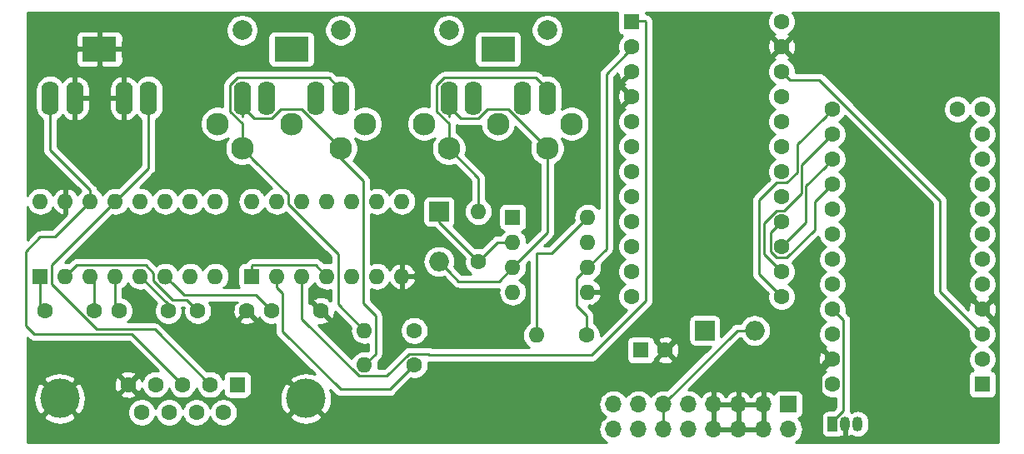
<source format=gtl>
G04 #@! TF.GenerationSoftware,KiCad,Pcbnew,(5.1.4-0-10_14)*
G04 #@! TF.CreationDate,2020-03-29T18:28:35+02:00*
G04 #@! TF.ProjectId,transcribe_circuit,7472616e-7363-4726-9962-655f63697263,rev?*
G04 #@! TF.SameCoordinates,Original*
G04 #@! TF.FileFunction,Copper,L1,Top*
G04 #@! TF.FilePolarity,Positive*
%FSLAX46Y46*%
G04 Gerber Fmt 4.6, Leading zero omitted, Abs format (unit mm)*
G04 Created by KiCad (PCBNEW (5.1.4-0-10_14)) date 2020-03-29 18:28:35*
%MOMM*%
%LPD*%
G04 APERTURE LIST*
%ADD10R,2.000000X2.000000*%
%ADD11O,2.000000X2.000000*%
%ADD12C,2.000000*%
%ADD13C,2.300000*%
%ADD14O,1.750000X3.500000*%
%ADD15R,3.500000X2.500000*%
%ADD16C,1.600000*%
%ADD17R,1.600000X1.600000*%
%ADD18O,1.600000X1.600000*%
%ADD19C,4.000000*%
%ADD20O,1.050000X1.500000*%
%ADD21R,1.050000X1.500000*%
%ADD22R,1.700000X1.700000*%
%ADD23O,1.700000X1.700000*%
%ADD24C,0.250000*%
%ADD25C,0.254000*%
G04 APERTURE END LIST*
D10*
X-247500000Y769080000D03*
D11*
X-247500000Y764000000D03*
D12*
X-257500000Y787500000D03*
D13*
X-267500000Y775500000D03*
X-270000000Y778000000D03*
X-262500000Y778000000D03*
X-255000000Y778000000D03*
D12*
X-267500000Y787500000D03*
D13*
X-257500000Y775500000D03*
D14*
X-244000000Y780590000D03*
X-239000000Y780590000D03*
X-246500000Y780590000D03*
X-236500000Y780590000D03*
D15*
X-241500000Y785596000D03*
D16*
X-207520000Y751530000D03*
X-207520000Y754070000D03*
X-207520000Y756610000D03*
X-207520000Y759150000D03*
X-207520000Y761690000D03*
X-207520000Y764230000D03*
X-207520000Y766770000D03*
X-207520000Y769310000D03*
X-207520000Y771850000D03*
X-207520000Y774390000D03*
X-207520000Y776930000D03*
X-207520000Y779470000D03*
X-192280000Y779470000D03*
X-192280000Y776930000D03*
X-192280000Y774390000D03*
X-192280000Y771850000D03*
X-192280000Y769310000D03*
X-192280000Y766770000D03*
X-192280000Y764230000D03*
X-192280000Y761690000D03*
X-192280000Y759150000D03*
X-192280000Y756610000D03*
X-192280000Y754070000D03*
D17*
X-192280000Y751530000D03*
D16*
X-194820000Y779470000D03*
D18*
X-255080000Y753500000D03*
D16*
X-250000000Y753500000D03*
D17*
X-268000000Y751500000D03*
D16*
X-270770000Y751500000D03*
X-273540000Y751500000D03*
X-276310000Y751500000D03*
X-279080000Y751500000D03*
X-269385000Y748660000D03*
X-272155000Y748660000D03*
X-274925000Y748660000D03*
X-277695000Y748660000D03*
D19*
X-286040000Y750080000D03*
X-261040000Y750080000D03*
D17*
X-288000000Y762500000D03*
D18*
X-270220000Y770120000D03*
X-285460000Y762500000D03*
X-272760000Y770120000D03*
X-282920000Y762500000D03*
X-275300000Y770120000D03*
X-280380000Y762500000D03*
X-277840000Y770120000D03*
X-277840000Y762500000D03*
X-280380000Y770120000D03*
X-275300000Y762500000D03*
X-282920000Y770120000D03*
X-272760000Y762500000D03*
X-285460000Y770120000D03*
X-270220000Y762500000D03*
X-288000000Y770120000D03*
D20*
X-206230000Y747500000D03*
X-204960000Y747500000D03*
D21*
X-207500000Y747500000D03*
D17*
X-240000000Y768500000D03*
D18*
X-232380000Y760880000D03*
X-240000000Y765960000D03*
X-232380000Y763420000D03*
X-240000000Y763420000D03*
X-232380000Y765960000D03*
X-240000000Y760880000D03*
X-232380000Y768500000D03*
D16*
X-243500000Y764000000D03*
D18*
X-243500000Y769080000D03*
X-237580000Y756500000D03*
D16*
X-232500000Y756500000D03*
X-250000000Y757000000D03*
D18*
X-255080000Y757000000D03*
D17*
X-266500000Y762500000D03*
D18*
X-251260000Y770120000D03*
X-263960000Y762500000D03*
X-253800000Y770120000D03*
X-261420000Y762500000D03*
X-256340000Y770120000D03*
X-258880000Y762500000D03*
X-258880000Y770120000D03*
X-256340000Y762500000D03*
X-261420000Y770120000D03*
X-253800000Y762500000D03*
X-263960000Y770120000D03*
X-251260000Y762500000D03*
X-266500000Y770120000D03*
D16*
X-212680000Y788370000D03*
X-212680000Y785830000D03*
X-212680000Y783290000D03*
X-212680000Y780750000D03*
X-212680000Y778210000D03*
X-212680000Y775670000D03*
X-212680000Y773130000D03*
X-212680000Y770590000D03*
X-212680000Y768050000D03*
X-212680000Y765510000D03*
X-212680000Y762970000D03*
X-212680000Y760430000D03*
X-227920000Y760430000D03*
X-227920000Y762970000D03*
X-227920000Y765510000D03*
X-227920000Y768050000D03*
X-227920000Y770590000D03*
X-227920000Y773130000D03*
X-227920000Y775670000D03*
X-227920000Y778210000D03*
X-227920000Y780750000D03*
X-227920000Y783290000D03*
X-227920000Y785830000D03*
D17*
X-227920000Y788370000D03*
X-227000000Y755000000D03*
D16*
X-224500000Y755000000D03*
X-287500000Y759000000D03*
X-282500000Y759000000D03*
X-267000000Y759000000D03*
X-272000000Y759000000D03*
X-275000000Y759000000D03*
X-280000000Y759000000D03*
X-264500000Y759000000D03*
X-259500000Y759000000D03*
D11*
X-215420000Y757000000D03*
D10*
X-220500000Y757000000D03*
D22*
X-212000000Y749500000D03*
D23*
X-212000000Y746960000D03*
X-214540000Y749500000D03*
X-214540000Y746960000D03*
X-217080000Y749500000D03*
X-217080000Y746960000D03*
X-219620000Y749500000D03*
X-219620000Y746960000D03*
X-222160000Y749500000D03*
X-222160000Y746960000D03*
X-224700000Y749500000D03*
X-224700000Y746960000D03*
X-227240000Y749500000D03*
X-227240000Y746960000D03*
X-229780000Y749500000D03*
X-229780000Y746960000D03*
D14*
X-284500000Y780590000D03*
X-279500000Y780590000D03*
X-287000000Y780590000D03*
X-277000000Y780590000D03*
D15*
X-282000000Y785596000D03*
D13*
X-236500000Y775500000D03*
D12*
X-246500000Y787500000D03*
D13*
X-234000000Y778000000D03*
X-241500000Y778000000D03*
X-249000000Y778000000D03*
X-246500000Y775500000D03*
D12*
X-236500000Y787500000D03*
D15*
X-262500000Y785596000D03*
D14*
X-257500000Y780590000D03*
X-267500000Y780590000D03*
X-260000000Y780590000D03*
X-265000000Y780590000D03*
D24*
X-283500000Y762500000D02*
X-282920000Y762500000D01*
X-282500000Y762080000D02*
X-282920000Y762500000D01*
X-282500000Y759000000D02*
X-282500000Y762080000D01*
X-288000000Y759500000D02*
X-287500000Y759000000D01*
X-288000000Y762500000D02*
X-288000000Y759500000D01*
X-208745001Y753444999D02*
X-208419999Y753770001D01*
X-208745001Y746384999D02*
X-208745001Y753444999D01*
X-208285001Y745924999D02*
X-208745001Y746384999D01*
X-208419999Y753770001D02*
X-207620000Y754570000D01*
X-206305001Y745924999D02*
X-208285001Y745924999D01*
X-206230000Y746000000D02*
X-206305001Y745924999D01*
X-206230000Y747000000D02*
X-206230000Y746000000D01*
X-273125001Y760125001D02*
X-272799999Y759799999D01*
X-272799999Y759799999D02*
X-272000000Y759000000D01*
X-274590003Y760125001D02*
X-273125001Y760125001D01*
X-277299999Y763625001D02*
X-276500000Y762825002D01*
X-276500000Y762034998D02*
X-274590003Y760125001D01*
X-276500000Y762825002D02*
X-276500000Y762034998D01*
X-284334999Y763625001D02*
X-277299999Y763625001D01*
X-285460000Y762500000D02*
X-284334999Y763625001D01*
X-278500000Y762500000D02*
X-277840000Y762500000D01*
X-275000000Y759660000D02*
X-275000000Y759000000D01*
X-277840000Y762500000D02*
X-275000000Y759660000D01*
X-243460000Y764000000D02*
X-243500000Y764000000D01*
X-247500000Y768000000D02*
X-247500000Y769080000D01*
X-243500000Y764000000D02*
X-247500000Y768000000D01*
X-241540000Y765960000D02*
X-243500000Y764000000D01*
X-240000000Y765960000D02*
X-241540000Y765960000D01*
X-246500000Y778715000D02*
X-246500000Y779590000D01*
X-243502940Y778514990D02*
X-245299990Y778514990D01*
X-245299990Y778514990D02*
X-246500000Y779715000D01*
X-242542929Y779475001D02*
X-243502940Y778514990D01*
X-240475001Y779475001D02*
X-242542929Y779475001D01*
X-246500000Y779715000D02*
X-246500000Y780590000D01*
X-236500000Y775500000D02*
X-240475001Y779475001D01*
X-236500000Y766920000D02*
X-240000000Y763420000D01*
X-236500000Y774500000D02*
X-236500000Y766920000D01*
X-246500001Y763000001D02*
X-247500000Y764000000D01*
X-245500000Y762000000D02*
X-246500001Y763000001D01*
X-241420000Y762000000D02*
X-245500000Y762000000D01*
X-240000000Y763420000D02*
X-241420000Y762000000D01*
X-286540000Y766500000D02*
X-282920000Y770120000D01*
X-288000000Y766500000D02*
X-286540000Y766500000D01*
X-289500000Y757500000D02*
X-289500000Y765000000D01*
X-289500000Y765000000D02*
X-288000000Y766500000D01*
X-288649990Y756649990D02*
X-289500000Y757500000D01*
X-278689990Y756649990D02*
X-288649990Y756649990D01*
X-273540000Y751500000D02*
X-278689990Y756649990D01*
X-287000000Y778590000D02*
X-287000000Y780590000D01*
X-287000000Y775331370D02*
X-287000000Y778590000D01*
X-282920000Y771251370D02*
X-287000000Y775331370D01*
X-282920000Y770120000D02*
X-282920000Y771251370D01*
X-281179999Y769320001D02*
X-280380000Y770120000D01*
X-286874999Y763625001D02*
X-281179999Y769320001D01*
X-282265002Y757100000D02*
X-286874999Y761709997D01*
X-286874999Y761709997D02*
X-286874999Y763625001D01*
X-276370000Y757100000D02*
X-282265002Y757100000D01*
X-270770000Y751500000D02*
X-276370000Y757100000D01*
X-277000000Y773500000D02*
X-277000000Y780590000D01*
X-280380000Y770120000D02*
X-277000000Y773500000D01*
X-236500000Y780465000D02*
X-236500000Y779590000D01*
X-246420000Y774500000D02*
X-246500000Y774500000D01*
X-246500000Y775500000D02*
X-246500000Y778017930D01*
X-246997060Y782665010D02*
X-237665010Y782665010D01*
X-236500000Y781500000D02*
X-236500000Y780590000D01*
X-237665010Y782665010D02*
X-236500000Y781500000D01*
X-247700010Y781962060D02*
X-246997060Y782665010D01*
X-247700010Y779217940D02*
X-247700010Y781962060D01*
X-246500000Y778017930D02*
X-247700010Y779217940D01*
X-243500000Y772500000D02*
X-246500000Y775500000D01*
X-243500000Y769080000D02*
X-243500000Y772500000D01*
X-257500000Y780465000D02*
X-257500000Y779590000D01*
X-257500000Y781465000D02*
X-257500000Y780590000D01*
X-258700010Y782665010D02*
X-257500000Y781465000D01*
X-267997060Y782665010D02*
X-258700010Y782665010D01*
X-268700010Y779217940D02*
X-268700010Y781962060D01*
X-268700010Y781962060D02*
X-267997060Y782665010D01*
X-267500000Y778017930D02*
X-268700010Y779217940D01*
X-267500000Y775500000D02*
X-267500000Y778017930D01*
X-266350001Y774350001D02*
X-267500000Y775500000D01*
X-262834999Y769869997D02*
X-262834999Y770834999D01*
X-257754999Y764789997D02*
X-262834999Y769869997D01*
X-257754999Y759674999D02*
X-257754999Y764789997D01*
X-262834999Y770834999D02*
X-266350001Y774350001D01*
X-255080000Y757000000D02*
X-257754999Y759674999D01*
X-267500000Y778715000D02*
X-267500000Y779590000D01*
X-256350001Y773350001D02*
X-257500000Y774500000D01*
X-255214999Y772214999D02*
X-256350001Y773350001D01*
X-255214999Y759749997D02*
X-255214999Y772214999D01*
X-253954999Y758489997D02*
X-255214999Y759749997D01*
X-253954999Y754625001D02*
X-253954999Y758489997D01*
X-255080000Y753500000D02*
X-253954999Y754625001D01*
X-267500000Y779715000D02*
X-267500000Y780590000D01*
X-263542929Y779475001D02*
X-264502940Y778514990D01*
X-266299990Y778514990D02*
X-267500000Y779715000D01*
X-264502940Y778514990D02*
X-266299990Y778514990D01*
X-261475001Y779475001D02*
X-263542929Y779475001D01*
X-257500000Y775500000D02*
X-261475001Y779475001D01*
X-267500000Y778715000D02*
X-267500000Y780590000D01*
X-236080000Y764800000D02*
X-232380000Y768500000D01*
X-237580000Y764800000D02*
X-236080000Y764800000D01*
X-237580000Y756500000D02*
X-237580000Y764800000D01*
X-228419999Y785130001D02*
X-227620000Y785930000D01*
X-230500000Y783050000D02*
X-228419999Y785130001D01*
X-232500000Y758500000D02*
X-232500000Y756500000D01*
X-233505001Y759505001D02*
X-232500000Y758500000D01*
X-233505001Y762294999D02*
X-232380000Y763420000D01*
X-233505001Y759505001D02*
X-233505001Y762294999D01*
X-230500000Y765300000D02*
X-230500000Y767000000D01*
X-232380000Y763420000D02*
X-230500000Y765300000D01*
X-230500000Y767000000D02*
X-230500000Y783050000D01*
X-230500000Y766800000D02*
X-230500000Y767000000D01*
X-255620001Y752374999D02*
X-252790003Y752374999D01*
X-261420000Y758174998D02*
X-255620001Y752374999D01*
X-261420000Y760000000D02*
X-261420000Y758174998D01*
X-226494999Y759989999D02*
X-231984998Y754500000D01*
X-226570000Y788470000D02*
X-226494999Y788394999D01*
X-226494999Y788394999D02*
X-226494999Y759989999D01*
X-227620000Y788470000D02*
X-226570000Y788470000D01*
X-231984998Y754500000D02*
X-248500000Y754500000D01*
X-250540001Y754625001D02*
X-252790003Y752374999D01*
X-248625001Y754625001D02*
X-250540001Y754625001D01*
X-248500000Y754500000D02*
X-248625001Y754625001D01*
X-261420000Y760000000D02*
X-261420000Y762500000D01*
X-208874999Y782490001D02*
X-196600000Y770215002D01*
X-211880001Y782490001D02*
X-208874999Y782490001D01*
X-212680000Y783290000D02*
X-211880001Y782490001D01*
X-196600000Y760930000D02*
X-192280000Y756610000D01*
X-196600000Y770215002D02*
X-196600000Y760930000D01*
X-213220001Y764384999D02*
X-212139999Y764384999D01*
X-213805001Y764969999D02*
X-213220001Y764384999D01*
X-213805001Y766924999D02*
X-213805001Y764969999D01*
X-212139999Y764384999D02*
X-209300000Y767224998D01*
X-212680000Y768050000D02*
X-213805001Y766924999D01*
X-209300000Y770070000D02*
X-207520000Y771850000D01*
X-209300000Y767224998D02*
X-209300000Y770070000D01*
X-208319999Y773590001D02*
X-207520000Y774390000D01*
X-210200000Y771710000D02*
X-208319999Y773590001D01*
X-210200000Y767990000D02*
X-210200000Y771710000D01*
X-212680000Y765510000D02*
X-210200000Y767990000D01*
X-212429997Y769175001D02*
X-213220001Y769175001D01*
X-213220001Y769175001D02*
X-214500000Y767895002D01*
X-210650010Y770954988D02*
X-212429997Y769175001D01*
X-210650010Y773799990D02*
X-210650010Y770954988D01*
X-207520000Y776930000D02*
X-210650010Y773799990D01*
X-214500000Y764790000D02*
X-212680000Y762970000D01*
X-214500000Y767895002D02*
X-214500000Y764790000D01*
X-208319999Y778670001D02*
X-207520000Y779470000D01*
X-211100020Y775889980D02*
X-208319999Y778670001D01*
X-213220001Y772004999D02*
X-212139999Y772004999D01*
X-211100020Y773044978D02*
X-211100020Y775889980D01*
X-214950009Y762700009D02*
X-214950009Y770274991D01*
X-212139999Y772004999D02*
X-211100020Y773044978D01*
X-214950009Y770274991D02*
X-213220001Y772004999D01*
X-212680000Y760430000D02*
X-214950009Y762700009D01*
X-207500000Y747725000D02*
X-207500000Y747500000D01*
X-206394999Y758024999D02*
X-206394999Y748830001D01*
X-206394999Y748830001D02*
X-207500000Y747725000D01*
X-207520000Y759150000D02*
X-206394999Y758024999D01*
X-266424999Y763625001D02*
X-266500000Y763550000D01*
X-266500000Y763550000D02*
X-266500000Y762500000D01*
X-260005001Y763625001D02*
X-266424999Y763625001D01*
X-258880000Y762500000D02*
X-260005001Y763625001D01*
X-281000000Y762500000D02*
X-280380000Y762500000D01*
X-280380000Y759380000D02*
X-280000000Y759000000D01*
X-280380000Y762500000D02*
X-280380000Y759380000D01*
X-275300000Y761800000D02*
X-275300000Y762500000D01*
X-274500001Y761700001D02*
X-275300000Y762500000D01*
X-273375010Y760575010D02*
X-274500001Y761700001D01*
X-266075010Y760575010D02*
X-273375010Y760575010D01*
X-264500000Y759000000D02*
X-266075010Y760575010D01*
X-263960000Y761368630D02*
X-263960000Y762500000D01*
X-263374999Y760783629D02*
X-263960000Y761368630D01*
X-263374999Y756874999D02*
X-263374999Y760783629D01*
X-257500000Y751000000D02*
X-263374999Y756874999D01*
X-252500000Y751000000D02*
X-257500000Y751000000D01*
X-250000000Y753500000D02*
X-252500000Y751000000D01*
X-224700000Y746960000D02*
X-224700000Y749500000D01*
X-217200000Y757000000D02*
X-215420000Y757000000D01*
X-224700000Y749500000D02*
X-217200000Y757000000D01*
D25*
G36*
X-213794637Y789284759D02*
G01*
X-213951680Y789049727D01*
X-214059853Y788788574D01*
X-214115000Y788511335D01*
X-214115000Y788228665D01*
X-214059853Y787951426D01*
X-213951680Y787690273D01*
X-213794637Y787455241D01*
X-213594759Y787255363D01*
X-213360872Y787099085D01*
X-213421514Y787066671D01*
X-213493097Y786822702D01*
X-212680000Y786009605D01*
X-211866903Y786822702D01*
X-211938486Y787066671D01*
X-212002992Y787097194D01*
X-212000273Y787098320D01*
X-211765241Y787255363D01*
X-211565363Y787455241D01*
X-211408320Y787690273D01*
X-211300147Y787951426D01*
X-211245000Y788228665D01*
X-211245000Y788511335D01*
X-211300147Y788788574D01*
X-211408320Y789049727D01*
X-211565363Y789284759D01*
X-211620604Y789340000D01*
X-190660000Y789340000D01*
X-190659999Y745660000D01*
X-211281917Y745660000D01*
X-211170986Y745719294D01*
X-210944866Y745904866D01*
X-210759294Y746130986D01*
X-210621401Y746388966D01*
X-210536487Y746668889D01*
X-210507815Y746960000D01*
X-210536487Y747251111D01*
X-210621401Y747531034D01*
X-210759294Y747789014D01*
X-210944866Y748015134D01*
X-210974687Y748039607D01*
X-210905820Y748060498D01*
X-210795506Y748119463D01*
X-210698815Y748198815D01*
X-210619463Y748295506D01*
X-210560498Y748405820D01*
X-210524188Y748525518D01*
X-210511928Y748650000D01*
X-210511928Y750350000D01*
X-210524188Y750474482D01*
X-210560498Y750594180D01*
X-210619463Y750704494D01*
X-210698815Y750801185D01*
X-210795506Y750880537D01*
X-210905820Y750939502D01*
X-211025518Y750975812D01*
X-211150000Y750988072D01*
X-212850000Y750988072D01*
X-212974482Y750975812D01*
X-213094180Y750939502D01*
X-213204494Y750880537D01*
X-213301185Y750801185D01*
X-213380537Y750704494D01*
X-213439502Y750594180D01*
X-213463966Y750513534D01*
X-213539731Y750597588D01*
X-213773080Y750771641D01*
X-214035901Y750896825D01*
X-214183110Y750941476D01*
X-214413000Y750820155D01*
X-214413000Y749627000D01*
X-214393000Y749627000D01*
X-214393000Y749373000D01*
X-214413000Y749373000D01*
X-214413000Y747087000D01*
X-214393000Y747087000D01*
X-214393000Y746833000D01*
X-214413000Y746833000D01*
X-214413000Y746813000D01*
X-214667000Y746813000D01*
X-214667000Y746833000D01*
X-216953000Y746833000D01*
X-216953000Y746813000D01*
X-217207000Y746813000D01*
X-217207000Y746833000D01*
X-219493000Y746833000D01*
X-219493000Y746813000D01*
X-219747000Y746813000D01*
X-219747000Y746833000D01*
X-219767000Y746833000D01*
X-219767000Y747087000D01*
X-219747000Y747087000D01*
X-219747000Y749373000D01*
X-219493000Y749373000D01*
X-219493000Y747087000D01*
X-217207000Y747087000D01*
X-217207000Y749373000D01*
X-216953000Y749373000D01*
X-216953000Y747087000D01*
X-214667000Y747087000D01*
X-214667000Y749373000D01*
X-216953000Y749373000D01*
X-217207000Y749373000D01*
X-219493000Y749373000D01*
X-219747000Y749373000D01*
X-219767000Y749373000D01*
X-219767000Y749627000D01*
X-219747000Y749627000D01*
X-219747000Y750820155D01*
X-219493000Y750820155D01*
X-219493000Y749627000D01*
X-217207000Y749627000D01*
X-217207000Y750820155D01*
X-216953000Y750820155D01*
X-216953000Y749627000D01*
X-214667000Y749627000D01*
X-214667000Y750820155D01*
X-214896890Y750941476D01*
X-215044099Y750896825D01*
X-215306920Y750771641D01*
X-215540269Y750597588D01*
X-215735178Y750381355D01*
X-215810000Y750255745D01*
X-215884822Y750381355D01*
X-216079731Y750597588D01*
X-216313080Y750771641D01*
X-216575901Y750896825D01*
X-216723110Y750941476D01*
X-216953000Y750820155D01*
X-217207000Y750820155D01*
X-217436890Y750941476D01*
X-217584099Y750896825D01*
X-217846920Y750771641D01*
X-218080269Y750597588D01*
X-218275178Y750381355D01*
X-218350000Y750255745D01*
X-218424822Y750381355D01*
X-218619731Y750597588D01*
X-218853080Y750771641D01*
X-219115901Y750896825D01*
X-219263110Y750941476D01*
X-219493000Y750820155D01*
X-219747000Y750820155D01*
X-219976890Y750941476D01*
X-220124099Y750896825D01*
X-220386920Y750771641D01*
X-220620269Y750597588D01*
X-220815178Y750381355D01*
X-220884799Y750264477D01*
X-220919294Y750329014D01*
X-221104866Y750555134D01*
X-221330986Y750740706D01*
X-221588966Y750878599D01*
X-221868889Y750963513D01*
X-222087050Y750985000D01*
X-222140199Y750985000D01*
X-219125711Y753999488D01*
X-208960217Y753999488D01*
X-208918787Y753719870D01*
X-208823603Y753453708D01*
X-208756671Y753328486D01*
X-208512702Y753256903D01*
X-207699605Y754070000D01*
X-208512702Y754883097D01*
X-208756671Y754811514D01*
X-208877571Y754556004D01*
X-208946300Y754281816D01*
X-208960217Y753999488D01*
X-219125711Y753999488D01*
X-216885198Y756240000D01*
X-216867679Y756240000D01*
X-216786031Y756087248D01*
X-216581714Y755838286D01*
X-216332752Y755633969D01*
X-216048715Y755482148D01*
X-215740516Y755388657D01*
X-215500322Y755365000D01*
X-215339678Y755365000D01*
X-215099484Y755388657D01*
X-214791285Y755482148D01*
X-214507248Y755633969D01*
X-214258286Y755838286D01*
X-214053969Y756087248D01*
X-213902148Y756371285D01*
X-213808657Y756679484D01*
X-213777089Y757000000D01*
X-213808657Y757320516D01*
X-213902148Y757628715D01*
X-214053969Y757912752D01*
X-214258286Y758161714D01*
X-214507248Y758366031D01*
X-214791285Y758517852D01*
X-215099484Y758611343D01*
X-215339678Y758635000D01*
X-215500322Y758635000D01*
X-215740516Y758611343D01*
X-216048715Y758517852D01*
X-216332752Y758366031D01*
X-216581714Y758161714D01*
X-216786031Y757912752D01*
X-216867679Y757760000D01*
X-217162675Y757760000D01*
X-217200000Y757763676D01*
X-217237325Y757760000D01*
X-217237333Y757760000D01*
X-217348986Y757749003D01*
X-217492247Y757705546D01*
X-217624276Y757634974D01*
X-217740001Y757540001D01*
X-217763799Y757511003D01*
X-218861928Y756412874D01*
X-218861928Y758000000D01*
X-218874188Y758124482D01*
X-218910498Y758244180D01*
X-218969463Y758354494D01*
X-219048815Y758451185D01*
X-219145506Y758530537D01*
X-219255820Y758589502D01*
X-219375518Y758625812D01*
X-219500000Y758638072D01*
X-221500000Y758638072D01*
X-221624482Y758625812D01*
X-221744180Y758589502D01*
X-221854494Y758530537D01*
X-221951185Y758451185D01*
X-222030537Y758354494D01*
X-222089502Y758244180D01*
X-222125812Y758124482D01*
X-222138072Y758000000D01*
X-222138072Y756000000D01*
X-222125812Y755875518D01*
X-222089502Y755755820D01*
X-222030537Y755645506D01*
X-221951185Y755548815D01*
X-221854494Y755469463D01*
X-221744180Y755410498D01*
X-221624482Y755374188D01*
X-221500000Y755361928D01*
X-219912874Y755361928D01*
X-224334004Y750940797D01*
X-224408889Y750963513D01*
X-224627050Y750985000D01*
X-224772950Y750985000D01*
X-224991111Y750963513D01*
X-225271034Y750878599D01*
X-225529014Y750740706D01*
X-225755134Y750555134D01*
X-225940706Y750329014D01*
X-225970000Y750274209D01*
X-225999294Y750329014D01*
X-226184866Y750555134D01*
X-226410986Y750740706D01*
X-226668966Y750878599D01*
X-226948889Y750963513D01*
X-227167050Y750985000D01*
X-227312950Y750985000D01*
X-227531111Y750963513D01*
X-227811034Y750878599D01*
X-228069014Y750740706D01*
X-228295134Y750555134D01*
X-228480706Y750329014D01*
X-228510000Y750274209D01*
X-228539294Y750329014D01*
X-228724866Y750555134D01*
X-228950986Y750740706D01*
X-229208966Y750878599D01*
X-229488889Y750963513D01*
X-229707050Y750985000D01*
X-229852950Y750985000D01*
X-230071111Y750963513D01*
X-230351034Y750878599D01*
X-230609014Y750740706D01*
X-230835134Y750555134D01*
X-231020706Y750329014D01*
X-231158599Y750071034D01*
X-231243513Y749791111D01*
X-231272185Y749500000D01*
X-231243513Y749208889D01*
X-231158599Y748928966D01*
X-231020706Y748670986D01*
X-230835134Y748444866D01*
X-230609014Y748259294D01*
X-230554209Y748230000D01*
X-230609014Y748200706D01*
X-230835134Y748015134D01*
X-231020706Y747789014D01*
X-231158599Y747531034D01*
X-231243513Y747251111D01*
X-231272185Y746960000D01*
X-231243513Y746668889D01*
X-231158599Y746388966D01*
X-231020706Y746130986D01*
X-230835134Y745904866D01*
X-230609014Y745719294D01*
X-230498083Y745660000D01*
X-289340000Y745660000D01*
X-289340000Y748232501D01*
X-287707894Y748232501D01*
X-287491772Y747865742D01*
X-287031895Y747625062D01*
X-286533902Y747478725D01*
X-286016929Y747432352D01*
X-285500841Y747487727D01*
X-285005474Y747642721D01*
X-284588228Y747865742D01*
X-284372106Y748232501D01*
X-286040000Y749900395D01*
X-287707894Y748232501D01*
X-289340000Y748232501D01*
X-289340000Y750056929D01*
X-288687648Y750056929D01*
X-288632273Y749540841D01*
X-288477279Y749045474D01*
X-288254258Y748628228D01*
X-287887499Y748412106D01*
X-286219605Y750080000D01*
X-285860395Y750080000D01*
X-284192501Y748412106D01*
X-283825742Y748628228D01*
X-283735146Y748801335D01*
X-279130000Y748801335D01*
X-279130000Y748518665D01*
X-279074853Y748241426D01*
X-278966680Y747980273D01*
X-278809637Y747745241D01*
X-278609759Y747545363D01*
X-278374727Y747388320D01*
X-278113574Y747280147D01*
X-277836335Y747225000D01*
X-277553665Y747225000D01*
X-277276426Y747280147D01*
X-277015273Y747388320D01*
X-276780241Y747545363D01*
X-276580363Y747745241D01*
X-276423320Y747980273D01*
X-276315147Y748241426D01*
X-276310000Y748267301D01*
X-276304853Y748241426D01*
X-276196680Y747980273D01*
X-276039637Y747745241D01*
X-275839759Y747545363D01*
X-275604727Y747388320D01*
X-275343574Y747280147D01*
X-275066335Y747225000D01*
X-274783665Y747225000D01*
X-274506426Y747280147D01*
X-274245273Y747388320D01*
X-274010241Y747545363D01*
X-273810363Y747745241D01*
X-273653320Y747980273D01*
X-273545147Y748241426D01*
X-273540000Y748267301D01*
X-273534853Y748241426D01*
X-273426680Y747980273D01*
X-273269637Y747745241D01*
X-273069759Y747545363D01*
X-272834727Y747388320D01*
X-272573574Y747280147D01*
X-272296335Y747225000D01*
X-272013665Y747225000D01*
X-271736426Y747280147D01*
X-271475273Y747388320D01*
X-271240241Y747545363D01*
X-271040363Y747745241D01*
X-270883320Y747980273D01*
X-270775147Y748241426D01*
X-270770000Y748267301D01*
X-270764853Y748241426D01*
X-270656680Y747980273D01*
X-270499637Y747745241D01*
X-270299759Y747545363D01*
X-270064727Y747388320D01*
X-269803574Y747280147D01*
X-269526335Y747225000D01*
X-269243665Y747225000D01*
X-268966426Y747280147D01*
X-268705273Y747388320D01*
X-268470241Y747545363D01*
X-268270363Y747745241D01*
X-268113320Y747980273D01*
X-268008844Y748232501D01*
X-262707894Y748232501D01*
X-262491772Y747865742D01*
X-262031895Y747625062D01*
X-261533902Y747478725D01*
X-261016929Y747432352D01*
X-260500841Y747487727D01*
X-260005474Y747642721D01*
X-259588228Y747865742D01*
X-259372106Y748232501D01*
X-261040000Y749900395D01*
X-262707894Y748232501D01*
X-268008844Y748232501D01*
X-268005147Y748241426D01*
X-267950000Y748518665D01*
X-267950000Y748801335D01*
X-268005147Y749078574D01*
X-268113320Y749339727D01*
X-268270363Y749574759D01*
X-268470241Y749774637D01*
X-268705273Y749931680D01*
X-268966426Y750039853D01*
X-269052271Y750056929D01*
X-263687648Y750056929D01*
X-263632273Y749540841D01*
X-263477279Y749045474D01*
X-263254258Y748628228D01*
X-262887499Y748412106D01*
X-261219605Y750080000D01*
X-262887499Y751747894D01*
X-263254258Y751531772D01*
X-263494938Y751071895D01*
X-263641275Y750573902D01*
X-263687648Y750056929D01*
X-269052271Y750056929D01*
X-269243665Y750095000D01*
X-269526335Y750095000D01*
X-269803574Y750039853D01*
X-270064727Y749931680D01*
X-270299759Y749774637D01*
X-270499637Y749574759D01*
X-270656680Y749339727D01*
X-270764853Y749078574D01*
X-270770000Y749052699D01*
X-270775147Y749078574D01*
X-270883320Y749339727D01*
X-271040363Y749574759D01*
X-271240241Y749774637D01*
X-271475273Y749931680D01*
X-271736426Y750039853D01*
X-272013665Y750095000D01*
X-272296335Y750095000D01*
X-272573574Y750039853D01*
X-272834727Y749931680D01*
X-273069759Y749774637D01*
X-273269637Y749574759D01*
X-273426680Y749339727D01*
X-273534853Y749078574D01*
X-273540000Y749052699D01*
X-273545147Y749078574D01*
X-273653320Y749339727D01*
X-273810363Y749574759D01*
X-274010241Y749774637D01*
X-274245273Y749931680D01*
X-274506426Y750039853D01*
X-274783665Y750095000D01*
X-275066335Y750095000D01*
X-275343574Y750039853D01*
X-275604727Y749931680D01*
X-275839759Y749774637D01*
X-276039637Y749574759D01*
X-276196680Y749339727D01*
X-276304853Y749078574D01*
X-276310000Y749052699D01*
X-276315147Y749078574D01*
X-276423320Y749339727D01*
X-276580363Y749574759D01*
X-276780241Y749774637D01*
X-277015273Y749931680D01*
X-277276426Y750039853D01*
X-277553665Y750095000D01*
X-277836335Y750095000D01*
X-278113574Y750039853D01*
X-278374727Y749931680D01*
X-278609759Y749774637D01*
X-278809637Y749574759D01*
X-278966680Y749339727D01*
X-279074853Y749078574D01*
X-279130000Y748801335D01*
X-283735146Y748801335D01*
X-283585062Y749088105D01*
X-283438725Y749586098D01*
X-283392352Y750103071D01*
X-283435724Y750507298D01*
X-279893097Y750507298D01*
X-279821514Y750263329D01*
X-279566004Y750142429D01*
X-279291816Y750073700D01*
X-279009488Y750059783D01*
X-278729870Y750101213D01*
X-278463708Y750196397D01*
X-278338486Y750263329D01*
X-278266903Y750507298D01*
X-279080000Y751320395D01*
X-279893097Y750507298D01*
X-283435724Y750507298D01*
X-283447727Y750619159D01*
X-283602721Y751114526D01*
X-283771070Y751429488D01*
X-280520217Y751429488D01*
X-280478787Y751149870D01*
X-280383603Y750883708D01*
X-280316671Y750758486D01*
X-280072702Y750686903D01*
X-279259605Y751500000D01*
X-280072702Y752313097D01*
X-280316671Y752241514D01*
X-280437571Y751986004D01*
X-280506300Y751711816D01*
X-280520217Y751429488D01*
X-283771070Y751429488D01*
X-283825742Y751531772D01*
X-284192501Y751747894D01*
X-285860395Y750080000D01*
X-286219605Y750080000D01*
X-287887499Y751747894D01*
X-288254258Y751531772D01*
X-288494938Y751071895D01*
X-288641275Y750573902D01*
X-288687648Y750056929D01*
X-289340000Y750056929D01*
X-289340000Y751927499D01*
X-287707894Y751927499D01*
X-286040000Y750259605D01*
X-284372106Y751927499D01*
X-284588228Y752294258D01*
X-284967402Y752492702D01*
X-279893097Y752492702D01*
X-279080000Y751679605D01*
X-278266903Y752492702D01*
X-278338486Y752736671D01*
X-278593996Y752857571D01*
X-278868184Y752926300D01*
X-279150512Y752940217D01*
X-279430130Y752898787D01*
X-279696292Y752803603D01*
X-279821514Y752736671D01*
X-279893097Y752492702D01*
X-284967402Y752492702D01*
X-285048105Y752534938D01*
X-285546098Y752681275D01*
X-286063071Y752727648D01*
X-286579159Y752672273D01*
X-287074526Y752517279D01*
X-287491772Y752294258D01*
X-287707894Y751927499D01*
X-289340000Y751927499D01*
X-289340000Y756265198D01*
X-289213790Y756138988D01*
X-289189991Y756109989D01*
X-289074266Y756015016D01*
X-288942237Y755944444D01*
X-288798976Y755900987D01*
X-288687323Y755889990D01*
X-288687315Y755889990D01*
X-288649990Y755886314D01*
X-288612665Y755889990D01*
X-279004791Y755889990D01*
X-276020287Y752905485D01*
X-276168665Y752935000D01*
X-276451335Y752935000D01*
X-276728574Y752879853D01*
X-276989727Y752771680D01*
X-277224759Y752614637D01*
X-277424637Y752414759D01*
X-277581680Y752179727D01*
X-277689853Y751918574D01*
X-277695513Y751890118D01*
X-277776397Y752116292D01*
X-277843329Y752241514D01*
X-278087298Y752313097D01*
X-278900395Y751500000D01*
X-278087298Y750686903D01*
X-277843329Y750758486D01*
X-277722429Y751013996D01*
X-277696788Y751116289D01*
X-277689853Y751081426D01*
X-277581680Y750820273D01*
X-277424637Y750585241D01*
X-277224759Y750385363D01*
X-276989727Y750228320D01*
X-276728574Y750120147D01*
X-276451335Y750065000D01*
X-276168665Y750065000D01*
X-275891426Y750120147D01*
X-275630273Y750228320D01*
X-275395241Y750385363D01*
X-275195363Y750585241D01*
X-275038320Y750820273D01*
X-274930147Y751081426D01*
X-274925000Y751107301D01*
X-274919853Y751081426D01*
X-274811680Y750820273D01*
X-274654637Y750585241D01*
X-274454759Y750385363D01*
X-274219727Y750228320D01*
X-273958574Y750120147D01*
X-273681335Y750065000D01*
X-273398665Y750065000D01*
X-273121426Y750120147D01*
X-272860273Y750228320D01*
X-272625241Y750385363D01*
X-272425363Y750585241D01*
X-272268320Y750820273D01*
X-272160147Y751081426D01*
X-272155000Y751107301D01*
X-272149853Y751081426D01*
X-272041680Y750820273D01*
X-271884637Y750585241D01*
X-271684759Y750385363D01*
X-271449727Y750228320D01*
X-271188574Y750120147D01*
X-270911335Y750065000D01*
X-270628665Y750065000D01*
X-270351426Y750120147D01*
X-270090273Y750228320D01*
X-269855241Y750385363D01*
X-269655363Y750585241D01*
X-269498320Y750820273D01*
X-269438072Y750965725D01*
X-269438072Y750700000D01*
X-269425812Y750575518D01*
X-269389502Y750455820D01*
X-269330537Y750345506D01*
X-269251185Y750248815D01*
X-269154494Y750169463D01*
X-269044180Y750110498D01*
X-268924482Y750074188D01*
X-268800000Y750061928D01*
X-267200000Y750061928D01*
X-267075518Y750074188D01*
X-266955820Y750110498D01*
X-266845506Y750169463D01*
X-266748815Y750248815D01*
X-266669463Y750345506D01*
X-266610498Y750455820D01*
X-266574188Y750575518D01*
X-266561928Y750700000D01*
X-266561928Y752300000D01*
X-266574188Y752424482D01*
X-266610498Y752544180D01*
X-266669463Y752654494D01*
X-266748815Y752751185D01*
X-266845506Y752830537D01*
X-266955820Y752889502D01*
X-267075518Y752925812D01*
X-267200000Y752938072D01*
X-268800000Y752938072D01*
X-268924482Y752925812D01*
X-269044180Y752889502D01*
X-269154494Y752830537D01*
X-269251185Y752751185D01*
X-269330537Y752654494D01*
X-269389502Y752544180D01*
X-269425812Y752424482D01*
X-269438072Y752300000D01*
X-269438072Y752034275D01*
X-269498320Y752179727D01*
X-269655363Y752414759D01*
X-269855241Y752614637D01*
X-270090273Y752771680D01*
X-270351426Y752879853D01*
X-270628665Y752935000D01*
X-270911335Y752935000D01*
X-271093886Y752898688D01*
X-275806196Y757610997D01*
X-275829999Y757640001D01*
X-275945724Y757734974D01*
X-276077753Y757805546D01*
X-276221014Y757849003D01*
X-276332667Y757860000D01*
X-276332678Y757860000D01*
X-276370000Y757863676D01*
X-276407322Y757860000D01*
X-279123199Y757860000D01*
X-279085241Y757885363D01*
X-278885363Y758085241D01*
X-278728320Y758320273D01*
X-278620147Y758581426D01*
X-278565000Y758858665D01*
X-278565000Y759141335D01*
X-278620147Y759418574D01*
X-278728320Y759679727D01*
X-278885363Y759914759D01*
X-279085241Y760114637D01*
X-279320273Y760271680D01*
X-279581426Y760379853D01*
X-279620000Y760387526D01*
X-279620000Y761279099D01*
X-279578899Y761301068D01*
X-279360392Y761480392D01*
X-279181068Y761698899D01*
X-279110000Y761831858D01*
X-279038932Y761698899D01*
X-278859608Y761480392D01*
X-278641101Y761301068D01*
X-278391808Y761167818D01*
X-278121309Y761085764D01*
X-277910492Y761065000D01*
X-277769508Y761065000D01*
X-277558691Y761085764D01*
X-277514094Y761099292D01*
X-276200723Y759785922D01*
X-276271680Y759679727D01*
X-276379853Y759418574D01*
X-276435000Y759141335D01*
X-276435000Y758858665D01*
X-276379853Y758581426D01*
X-276271680Y758320273D01*
X-276114637Y758085241D01*
X-275914759Y757885363D01*
X-275679727Y757728320D01*
X-275418574Y757620147D01*
X-275141335Y757565000D01*
X-274858665Y757565000D01*
X-274581426Y757620147D01*
X-274320273Y757728320D01*
X-274085241Y757885363D01*
X-273885363Y758085241D01*
X-273728320Y758320273D01*
X-273620147Y758581426D01*
X-273565000Y758858665D01*
X-273565000Y759141335D01*
X-273609491Y759365001D01*
X-273439802Y759365001D01*
X-273398688Y759323887D01*
X-273435000Y759141335D01*
X-273435000Y758858665D01*
X-273379853Y758581426D01*
X-273271680Y758320273D01*
X-273114637Y758085241D01*
X-272914759Y757885363D01*
X-272679727Y757728320D01*
X-272418574Y757620147D01*
X-272141335Y757565000D01*
X-271858665Y757565000D01*
X-271581426Y757620147D01*
X-271320273Y757728320D01*
X-271085241Y757885363D01*
X-270963306Y758007298D01*
X-267813097Y758007298D01*
X-267741514Y757763329D01*
X-267486004Y757642429D01*
X-267211816Y757573700D01*
X-266929488Y757559783D01*
X-266649870Y757601213D01*
X-266383708Y757696397D01*
X-266258486Y757763329D01*
X-266186903Y758007298D01*
X-267000000Y758820395D01*
X-267813097Y758007298D01*
X-270963306Y758007298D01*
X-270885363Y758085241D01*
X-270728320Y758320273D01*
X-270620147Y758581426D01*
X-270565000Y758858665D01*
X-270565000Y759141335D01*
X-270620147Y759418574D01*
X-270728320Y759679727D01*
X-270818713Y759815010D01*
X-267994617Y759815010D01*
X-267992704Y759813097D01*
X-268236671Y759741514D01*
X-268357571Y759486004D01*
X-268426300Y759211816D01*
X-268440217Y758929488D01*
X-268398787Y758649870D01*
X-268303603Y758383708D01*
X-268236671Y758258486D01*
X-267992702Y758186903D01*
X-267179605Y759000000D01*
X-267193748Y759014143D01*
X-267014143Y759193748D01*
X-267000000Y759179605D01*
X-266985858Y759193748D01*
X-266806253Y759014143D01*
X-266820395Y759000000D01*
X-266007298Y758186903D01*
X-265763329Y758258486D01*
X-265749676Y758287341D01*
X-265614637Y758085241D01*
X-265414759Y757885363D01*
X-265179727Y757728320D01*
X-264918574Y757620147D01*
X-264641335Y757565000D01*
X-264358665Y757565000D01*
X-264134999Y757609491D01*
X-264134999Y756912322D01*
X-264138675Y756874999D01*
X-264134999Y756837677D01*
X-264134999Y756837667D01*
X-264124002Y756726014D01*
X-264098315Y756641335D01*
X-264080545Y756582753D01*
X-264009973Y756450723D01*
X-263970128Y756402173D01*
X-263915000Y756334998D01*
X-263885996Y756311195D01*
X-260135388Y752560586D01*
X-260546098Y752681275D01*
X-261063071Y752727648D01*
X-261579159Y752672273D01*
X-262074526Y752517279D01*
X-262491772Y752294258D01*
X-262707894Y751927499D01*
X-261040000Y750259605D01*
X-261025858Y750273748D01*
X-260846253Y750094143D01*
X-260860395Y750080000D01*
X-259192501Y748412106D01*
X-258825742Y748628228D01*
X-258585062Y749088105D01*
X-258438725Y749586098D01*
X-258392352Y750103071D01*
X-258447727Y750619159D01*
X-258563283Y750988481D01*
X-258063799Y750488997D01*
X-258040001Y750459999D01*
X-257924276Y750365026D01*
X-257792247Y750294454D01*
X-257648986Y750250997D01*
X-257537333Y750240000D01*
X-257537324Y750240000D01*
X-257500001Y750236324D01*
X-257462678Y750240000D01*
X-252537322Y750240000D01*
X-252500000Y750236324D01*
X-252462678Y750240000D01*
X-252462667Y750240000D01*
X-252351014Y750250997D01*
X-252207753Y750294454D01*
X-252075724Y750365026D01*
X-251959999Y750459999D01*
X-251936196Y750489003D01*
X-250323886Y752101312D01*
X-250141335Y752065000D01*
X-249858665Y752065000D01*
X-249581426Y752120147D01*
X-249320273Y752228320D01*
X-249085241Y752385363D01*
X-248885363Y752585241D01*
X-248728320Y752820273D01*
X-248620147Y753081426D01*
X-248565000Y753358665D01*
X-248565000Y753641335D01*
X-248585571Y753744751D01*
X-248537333Y753740000D01*
X-248537323Y753740000D01*
X-248500001Y753736324D01*
X-248462678Y753740000D01*
X-232022320Y753740000D01*
X-231984998Y753736324D01*
X-231947676Y753740000D01*
X-231947665Y753740000D01*
X-231836012Y753750997D01*
X-231692751Y753794454D01*
X-231560722Y753865026D01*
X-231444997Y753959999D01*
X-231421194Y753989003D01*
X-229610197Y755800000D01*
X-228438072Y755800000D01*
X-228438072Y754200000D01*
X-228425812Y754075518D01*
X-228389502Y753955820D01*
X-228330537Y753845506D01*
X-228251185Y753748815D01*
X-228154494Y753669463D01*
X-228044180Y753610498D01*
X-227924482Y753574188D01*
X-227800000Y753561928D01*
X-226200000Y753561928D01*
X-226075518Y753574188D01*
X-225955820Y753610498D01*
X-225845506Y753669463D01*
X-225748815Y753748815D01*
X-225669463Y753845506D01*
X-225610498Y753955820D01*
X-225594883Y754007298D01*
X-225313097Y754007298D01*
X-225241514Y753763329D01*
X-224986004Y753642429D01*
X-224711816Y753573700D01*
X-224429488Y753559783D01*
X-224149870Y753601213D01*
X-223883708Y753696397D01*
X-223758486Y753763329D01*
X-223686903Y754007298D01*
X-224500000Y754820395D01*
X-225313097Y754007298D01*
X-225594883Y754007298D01*
X-225574188Y754075518D01*
X-225561928Y754200000D01*
X-225561928Y754207215D01*
X-225492702Y754186903D01*
X-224679605Y755000000D01*
X-224320395Y755000000D01*
X-223507298Y754186903D01*
X-223263329Y754258486D01*
X-223142429Y754513996D01*
X-223073700Y754788184D01*
X-223059783Y755070512D01*
X-223101213Y755350130D01*
X-223196397Y755616292D01*
X-223263329Y755741514D01*
X-223507298Y755813097D01*
X-224320395Y755000000D01*
X-224679605Y755000000D01*
X-225492702Y755813097D01*
X-225561928Y755792785D01*
X-225561928Y755800000D01*
X-225574188Y755924482D01*
X-225594882Y755992702D01*
X-225313097Y755992702D01*
X-224500000Y755179605D01*
X-223686903Y755992702D01*
X-223758486Y756236671D01*
X-224013996Y756357571D01*
X-224288184Y756426300D01*
X-224570512Y756440217D01*
X-224850130Y756398787D01*
X-225116292Y756303603D01*
X-225241514Y756236671D01*
X-225313097Y755992702D01*
X-225594882Y755992702D01*
X-225610498Y756044180D01*
X-225669463Y756154494D01*
X-225748815Y756251185D01*
X-225845506Y756330537D01*
X-225955820Y756389502D01*
X-226075518Y756425812D01*
X-226200000Y756438072D01*
X-227800000Y756438072D01*
X-227924482Y756425812D01*
X-228044180Y756389502D01*
X-228154494Y756330537D01*
X-228251185Y756251185D01*
X-228330537Y756154494D01*
X-228389502Y756044180D01*
X-228425812Y755924482D01*
X-228438072Y755800000D01*
X-229610197Y755800000D01*
X-225983996Y759426200D01*
X-225954998Y759449998D01*
X-225909858Y759505001D01*
X-225860025Y759565722D01*
X-225789453Y759697752D01*
X-225762995Y759784974D01*
X-225745996Y759841013D01*
X-225734999Y759952666D01*
X-225734999Y759952675D01*
X-225731323Y759989998D01*
X-225734999Y760027321D01*
X-225734999Y770274991D01*
X-215713685Y770274991D01*
X-215710008Y770237659D01*
X-215710009Y762737331D01*
X-215713685Y762700009D01*
X-215710009Y762662687D01*
X-215710009Y762662677D01*
X-215699012Y762551024D01*
X-215666542Y762443984D01*
X-215655555Y762407763D01*
X-215584983Y762275733D01*
X-215555659Y762240002D01*
X-215490010Y762160008D01*
X-215461006Y762136205D01*
X-214078688Y760753886D01*
X-214115000Y760571335D01*
X-214115000Y760288665D01*
X-214059853Y760011426D01*
X-213951680Y759750273D01*
X-213794637Y759515241D01*
X-213594759Y759315363D01*
X-213359727Y759158320D01*
X-213098574Y759050147D01*
X-212821335Y758995000D01*
X-212538665Y758995000D01*
X-212261426Y759050147D01*
X-212000273Y759158320D01*
X-211765241Y759315363D01*
X-211565363Y759515241D01*
X-211408320Y759750273D01*
X-211300147Y760011426D01*
X-211245000Y760288665D01*
X-211245000Y760571335D01*
X-211300147Y760848574D01*
X-211408320Y761109727D01*
X-211565363Y761344759D01*
X-211765241Y761544637D01*
X-211997759Y761700000D01*
X-211765241Y761855363D01*
X-211565363Y762055241D01*
X-211408320Y762290273D01*
X-211300147Y762551426D01*
X-211245000Y762828665D01*
X-211245000Y763111335D01*
X-211300147Y763388574D01*
X-211408320Y763649727D01*
X-211565363Y763884759D01*
X-211565400Y763884796D01*
X-208932856Y766517340D01*
X-208899853Y766351426D01*
X-208791680Y766090273D01*
X-208634637Y765855241D01*
X-208434759Y765655363D01*
X-208202241Y765500000D01*
X-208434759Y765344637D01*
X-208634637Y765144759D01*
X-208791680Y764909727D01*
X-208899853Y764648574D01*
X-208955000Y764371335D01*
X-208955000Y764088665D01*
X-208899853Y763811426D01*
X-208791680Y763550273D01*
X-208634637Y763315241D01*
X-208434759Y763115363D01*
X-208202241Y762960000D01*
X-208434759Y762804637D01*
X-208634637Y762604759D01*
X-208791680Y762369727D01*
X-208899853Y762108574D01*
X-208955000Y761831335D01*
X-208955000Y761548665D01*
X-208899853Y761271426D01*
X-208791680Y761010273D01*
X-208634637Y760775241D01*
X-208434759Y760575363D01*
X-208202241Y760420000D01*
X-208434759Y760264637D01*
X-208634637Y760064759D01*
X-208791680Y759829727D01*
X-208899853Y759568574D01*
X-208955000Y759291335D01*
X-208955000Y759008665D01*
X-208899853Y758731426D01*
X-208791680Y758470273D01*
X-208634637Y758235241D01*
X-208434759Y758035363D01*
X-208202241Y757880000D01*
X-208434759Y757724637D01*
X-208634637Y757524759D01*
X-208791680Y757289727D01*
X-208899853Y757028574D01*
X-208955000Y756751335D01*
X-208955000Y756468665D01*
X-208899853Y756191426D01*
X-208791680Y755930273D01*
X-208634637Y755695241D01*
X-208434759Y755495363D01*
X-208200872Y755339085D01*
X-208261514Y755306671D01*
X-208333097Y755062702D01*
X-207520000Y754249605D01*
X-207505858Y754263748D01*
X-207326253Y754084143D01*
X-207340395Y754070000D01*
X-207326253Y754055858D01*
X-207505858Y753876253D01*
X-207520000Y753890395D01*
X-208333097Y753077298D01*
X-208261514Y752833329D01*
X-208197008Y752802806D01*
X-208199727Y752801680D01*
X-208434759Y752644637D01*
X-208634637Y752444759D01*
X-208791680Y752209727D01*
X-208899853Y751948574D01*
X-208955000Y751671335D01*
X-208955000Y751388665D01*
X-208899853Y751111426D01*
X-208791680Y750850273D01*
X-208634637Y750615241D01*
X-208434759Y750415363D01*
X-208199727Y750258320D01*
X-207938574Y750150147D01*
X-207661335Y750095000D01*
X-207378665Y750095000D01*
X-207154998Y750139491D01*
X-207154998Y749144805D01*
X-207411730Y748888072D01*
X-208025000Y748888072D01*
X-208149482Y748875812D01*
X-208269180Y748839502D01*
X-208379494Y748780537D01*
X-208476185Y748701185D01*
X-208555537Y748604494D01*
X-208614502Y748494180D01*
X-208650812Y748374482D01*
X-208663072Y748250000D01*
X-208663072Y746750000D01*
X-208650812Y746625518D01*
X-208614502Y746505820D01*
X-208555537Y746395506D01*
X-208476185Y746298815D01*
X-208379494Y746219463D01*
X-208269180Y746160498D01*
X-208149482Y746124188D01*
X-208025000Y746111928D01*
X-206975000Y746111928D01*
X-206850518Y746124188D01*
X-206730820Y746160498D01*
X-206665943Y746195176D01*
X-206597337Y746164728D01*
X-206535810Y746156036D01*
X-206357000Y746281837D01*
X-206357000Y746599765D01*
X-206349188Y746625518D01*
X-206336928Y746750000D01*
X-206336928Y747647000D01*
X-206120000Y747647000D01*
X-206120000Y747218021D01*
X-206103215Y747047600D01*
X-206103000Y747046891D01*
X-206103000Y746281837D01*
X-205924190Y746156036D01*
X-205862663Y746164728D01*
X-205653118Y746257725D01*
X-205594669Y746298929D01*
X-205406059Y746198115D01*
X-205187399Y746131785D01*
X-204960000Y746109388D01*
X-204732600Y746131785D01*
X-204513940Y746198115D01*
X-204312421Y746305829D01*
X-204135788Y746450788D01*
X-203990829Y746627421D01*
X-203883115Y746828941D01*
X-203816785Y747047601D01*
X-203800000Y747218022D01*
X-203800000Y747781979D01*
X-203816785Y747952400D01*
X-203883115Y748171060D01*
X-203990829Y748372579D01*
X-204135788Y748549212D01*
X-204312422Y748694171D01*
X-204513941Y748801885D01*
X-204732601Y748868215D01*
X-204960000Y748890612D01*
X-205187400Y748868215D01*
X-205406060Y748801885D01*
X-205594669Y748701071D01*
X-205640816Y748733603D01*
X-205634999Y748792668D01*
X-205634999Y748792677D01*
X-205631323Y748830000D01*
X-205634999Y748867323D01*
X-205634999Y757987674D01*
X-205631323Y758024999D01*
X-205634999Y758062324D01*
X-205634999Y758062332D01*
X-205645996Y758173985D01*
X-205689453Y758317246D01*
X-205760025Y758449275D01*
X-205854998Y758565000D01*
X-205883995Y758588797D01*
X-206121312Y758826114D01*
X-206085000Y759008665D01*
X-206085000Y759291335D01*
X-206140147Y759568574D01*
X-206248320Y759829727D01*
X-206405363Y760064759D01*
X-206605241Y760264637D01*
X-206837759Y760420000D01*
X-206605241Y760575363D01*
X-206405363Y760775241D01*
X-206248320Y761010273D01*
X-206140147Y761271426D01*
X-206085000Y761548665D01*
X-206085000Y761831335D01*
X-206140147Y762108574D01*
X-206248320Y762369727D01*
X-206405363Y762604759D01*
X-206605241Y762804637D01*
X-206837759Y762960000D01*
X-206605241Y763115363D01*
X-206405363Y763315241D01*
X-206248320Y763550273D01*
X-206140147Y763811426D01*
X-206085000Y764088665D01*
X-206085000Y764371335D01*
X-206140147Y764648574D01*
X-206248320Y764909727D01*
X-206405363Y765144759D01*
X-206605241Y765344637D01*
X-206837759Y765500000D01*
X-206605241Y765655363D01*
X-206405363Y765855241D01*
X-206248320Y766090273D01*
X-206140147Y766351426D01*
X-206085000Y766628665D01*
X-206085000Y766911335D01*
X-206140147Y767188574D01*
X-206248320Y767449727D01*
X-206405363Y767684759D01*
X-206605241Y767884637D01*
X-206837759Y768040000D01*
X-206605241Y768195363D01*
X-206405363Y768395241D01*
X-206248320Y768630273D01*
X-206140147Y768891426D01*
X-206085000Y769168665D01*
X-206085000Y769451335D01*
X-206140147Y769728574D01*
X-206248320Y769989727D01*
X-206405363Y770224759D01*
X-206605241Y770424637D01*
X-206837759Y770580000D01*
X-206605241Y770735363D01*
X-206405363Y770935241D01*
X-206248320Y771170273D01*
X-206140147Y771431426D01*
X-206085000Y771708665D01*
X-206085000Y771991335D01*
X-206140147Y772268574D01*
X-206248320Y772529727D01*
X-206405363Y772764759D01*
X-206605241Y772964637D01*
X-206837759Y773120000D01*
X-206605241Y773275363D01*
X-206405363Y773475241D01*
X-206248320Y773710273D01*
X-206140147Y773971426D01*
X-206085000Y774248665D01*
X-206085000Y774531335D01*
X-206140147Y774808574D01*
X-206248320Y775069727D01*
X-206405363Y775304759D01*
X-206605241Y775504637D01*
X-206837759Y775660000D01*
X-206605241Y775815363D01*
X-206405363Y776015241D01*
X-206248320Y776250273D01*
X-206140147Y776511426D01*
X-206085000Y776788665D01*
X-206085000Y777071335D01*
X-206140147Y777348574D01*
X-206248320Y777609727D01*
X-206405363Y777844759D01*
X-206605241Y778044637D01*
X-206837759Y778200000D01*
X-206605241Y778355363D01*
X-206405363Y778555241D01*
X-206249022Y778789223D01*
X-197360000Y769900200D01*
X-197359999Y760967332D01*
X-197363676Y760930000D01*
X-197349002Y760781015D01*
X-197305546Y760637754D01*
X-197234974Y760505724D01*
X-197168130Y760424275D01*
X-197140000Y760389999D01*
X-197111002Y760366201D01*
X-193678688Y756933886D01*
X-193715000Y756751335D01*
X-193715000Y756468665D01*
X-193659853Y756191426D01*
X-193551680Y755930273D01*
X-193394637Y755695241D01*
X-193194759Y755495363D01*
X-192962241Y755340000D01*
X-193194759Y755184637D01*
X-193394637Y754984759D01*
X-193551680Y754749727D01*
X-193659853Y754488574D01*
X-193715000Y754211335D01*
X-193715000Y753928665D01*
X-193659853Y753651426D01*
X-193551680Y753390273D01*
X-193394637Y753155241D01*
X-193196039Y752956643D01*
X-193204482Y752955812D01*
X-193324180Y752919502D01*
X-193434494Y752860537D01*
X-193531185Y752781185D01*
X-193610537Y752684494D01*
X-193669502Y752574180D01*
X-193705812Y752454482D01*
X-193718072Y752330000D01*
X-193718072Y750730000D01*
X-193705812Y750605518D01*
X-193669502Y750485820D01*
X-193610537Y750375506D01*
X-193531185Y750278815D01*
X-193434494Y750199463D01*
X-193324180Y750140498D01*
X-193204482Y750104188D01*
X-193080000Y750091928D01*
X-191480000Y750091928D01*
X-191355518Y750104188D01*
X-191235820Y750140498D01*
X-191125506Y750199463D01*
X-191028815Y750278815D01*
X-190949463Y750375506D01*
X-190890498Y750485820D01*
X-190854188Y750605518D01*
X-190841928Y750730000D01*
X-190841928Y752330000D01*
X-190854188Y752454482D01*
X-190890498Y752574180D01*
X-190949463Y752684494D01*
X-191028815Y752781185D01*
X-191125506Y752860537D01*
X-191235820Y752919502D01*
X-191355518Y752955812D01*
X-191363961Y752956643D01*
X-191165363Y753155241D01*
X-191008320Y753390273D01*
X-190900147Y753651426D01*
X-190845000Y753928665D01*
X-190845000Y754211335D01*
X-190900147Y754488574D01*
X-191008320Y754749727D01*
X-191165363Y754984759D01*
X-191365241Y755184637D01*
X-191597759Y755340000D01*
X-191365241Y755495363D01*
X-191165363Y755695241D01*
X-191008320Y755930273D01*
X-190900147Y756191426D01*
X-190845000Y756468665D01*
X-190845000Y756751335D01*
X-190900147Y757028574D01*
X-191008320Y757289727D01*
X-191165363Y757524759D01*
X-191365241Y757724637D01*
X-191599128Y757880915D01*
X-191538486Y757913329D01*
X-191466903Y758157298D01*
X-192280000Y758970395D01*
X-192294143Y758956253D01*
X-192473748Y759135858D01*
X-192459605Y759150000D01*
X-192100395Y759150000D01*
X-191287298Y758336903D01*
X-191043329Y758408486D01*
X-190922429Y758663996D01*
X-190853700Y758938184D01*
X-190839783Y759220512D01*
X-190881213Y759500130D01*
X-190976397Y759766292D01*
X-191043329Y759891514D01*
X-191287298Y759963097D01*
X-192100395Y759150000D01*
X-192459605Y759150000D01*
X-193272702Y759963097D01*
X-193516671Y759891514D01*
X-193637571Y759636004D01*
X-193706300Y759361816D01*
X-193718078Y759122880D01*
X-195840000Y761244801D01*
X-195840000Y770177680D01*
X-195836324Y770215003D01*
X-195840000Y770252326D01*
X-195840000Y770252335D01*
X-195850997Y770363988D01*
X-195894454Y770507249D01*
X-195907248Y770531185D01*
X-195965026Y770639279D01*
X-196036201Y770726005D01*
X-196059999Y770755003D01*
X-196088996Y770778800D01*
X-204921531Y779611335D01*
X-196255000Y779611335D01*
X-196255000Y779328665D01*
X-196199853Y779051426D01*
X-196091680Y778790273D01*
X-195934637Y778555241D01*
X-195734759Y778355363D01*
X-195499727Y778198320D01*
X-195238574Y778090147D01*
X-194961335Y778035000D01*
X-194678665Y778035000D01*
X-194401426Y778090147D01*
X-194140273Y778198320D01*
X-193905241Y778355363D01*
X-193705363Y778555241D01*
X-193550000Y778787759D01*
X-193394637Y778555241D01*
X-193194759Y778355363D01*
X-192962241Y778200000D01*
X-193194759Y778044637D01*
X-193394637Y777844759D01*
X-193551680Y777609727D01*
X-193659853Y777348574D01*
X-193715000Y777071335D01*
X-193715000Y776788665D01*
X-193659853Y776511426D01*
X-193551680Y776250273D01*
X-193394637Y776015241D01*
X-193194759Y775815363D01*
X-192962241Y775660000D01*
X-193194759Y775504637D01*
X-193394637Y775304759D01*
X-193551680Y775069727D01*
X-193659853Y774808574D01*
X-193715000Y774531335D01*
X-193715000Y774248665D01*
X-193659853Y773971426D01*
X-193551680Y773710273D01*
X-193394637Y773475241D01*
X-193194759Y773275363D01*
X-192962241Y773120000D01*
X-193194759Y772964637D01*
X-193394637Y772764759D01*
X-193551680Y772529727D01*
X-193659853Y772268574D01*
X-193715000Y771991335D01*
X-193715000Y771708665D01*
X-193659853Y771431426D01*
X-193551680Y771170273D01*
X-193394637Y770935241D01*
X-193194759Y770735363D01*
X-192962241Y770580000D01*
X-193194759Y770424637D01*
X-193394637Y770224759D01*
X-193551680Y769989727D01*
X-193659853Y769728574D01*
X-193715000Y769451335D01*
X-193715000Y769168665D01*
X-193659853Y768891426D01*
X-193551680Y768630273D01*
X-193394637Y768395241D01*
X-193194759Y768195363D01*
X-192962241Y768040000D01*
X-193194759Y767884637D01*
X-193394637Y767684759D01*
X-193551680Y767449727D01*
X-193659853Y767188574D01*
X-193715000Y766911335D01*
X-193715000Y766628665D01*
X-193659853Y766351426D01*
X-193551680Y766090273D01*
X-193394637Y765855241D01*
X-193194759Y765655363D01*
X-192962241Y765500000D01*
X-193194759Y765344637D01*
X-193394637Y765144759D01*
X-193551680Y764909727D01*
X-193659853Y764648574D01*
X-193715000Y764371335D01*
X-193715000Y764088665D01*
X-193659853Y763811426D01*
X-193551680Y763550273D01*
X-193394637Y763315241D01*
X-193194759Y763115363D01*
X-192962241Y762960000D01*
X-193194759Y762804637D01*
X-193394637Y762604759D01*
X-193551680Y762369727D01*
X-193659853Y762108574D01*
X-193715000Y761831335D01*
X-193715000Y761548665D01*
X-193659853Y761271426D01*
X-193551680Y761010273D01*
X-193394637Y760775241D01*
X-193194759Y760575363D01*
X-192960872Y760419085D01*
X-193021514Y760386671D01*
X-193093097Y760142702D01*
X-192280000Y759329605D01*
X-191466903Y760142702D01*
X-191538486Y760386671D01*
X-191602992Y760417194D01*
X-191600273Y760418320D01*
X-191365241Y760575363D01*
X-191165363Y760775241D01*
X-191008320Y761010273D01*
X-190900147Y761271426D01*
X-190845000Y761548665D01*
X-190845000Y761831335D01*
X-190900147Y762108574D01*
X-191008320Y762369727D01*
X-191165363Y762604759D01*
X-191365241Y762804637D01*
X-191597759Y762960000D01*
X-191365241Y763115363D01*
X-191165363Y763315241D01*
X-191008320Y763550273D01*
X-190900147Y763811426D01*
X-190845000Y764088665D01*
X-190845000Y764371335D01*
X-190900147Y764648574D01*
X-191008320Y764909727D01*
X-191165363Y765144759D01*
X-191365241Y765344637D01*
X-191597759Y765500000D01*
X-191365241Y765655363D01*
X-191165363Y765855241D01*
X-191008320Y766090273D01*
X-190900147Y766351426D01*
X-190845000Y766628665D01*
X-190845000Y766911335D01*
X-190900147Y767188574D01*
X-191008320Y767449727D01*
X-191165363Y767684759D01*
X-191365241Y767884637D01*
X-191597759Y768040000D01*
X-191365241Y768195363D01*
X-191165363Y768395241D01*
X-191008320Y768630273D01*
X-190900147Y768891426D01*
X-190845000Y769168665D01*
X-190845000Y769451335D01*
X-190900147Y769728574D01*
X-191008320Y769989727D01*
X-191165363Y770224759D01*
X-191365241Y770424637D01*
X-191597759Y770580000D01*
X-191365241Y770735363D01*
X-191165363Y770935241D01*
X-191008320Y771170273D01*
X-190900147Y771431426D01*
X-190845000Y771708665D01*
X-190845000Y771991335D01*
X-190900147Y772268574D01*
X-191008320Y772529727D01*
X-191165363Y772764759D01*
X-191365241Y772964637D01*
X-191597759Y773120000D01*
X-191365241Y773275363D01*
X-191165363Y773475241D01*
X-191008320Y773710273D01*
X-190900147Y773971426D01*
X-190845000Y774248665D01*
X-190845000Y774531335D01*
X-190900147Y774808574D01*
X-191008320Y775069727D01*
X-191165363Y775304759D01*
X-191365241Y775504637D01*
X-191597759Y775660000D01*
X-191365241Y775815363D01*
X-191165363Y776015241D01*
X-191008320Y776250273D01*
X-190900147Y776511426D01*
X-190845000Y776788665D01*
X-190845000Y777071335D01*
X-190900147Y777348574D01*
X-191008320Y777609727D01*
X-191165363Y777844759D01*
X-191365241Y778044637D01*
X-191597759Y778200000D01*
X-191365241Y778355363D01*
X-191165363Y778555241D01*
X-191008320Y778790273D01*
X-190900147Y779051426D01*
X-190845000Y779328665D01*
X-190845000Y779611335D01*
X-190900147Y779888574D01*
X-191008320Y780149727D01*
X-191165363Y780384759D01*
X-191365241Y780584637D01*
X-191600273Y780741680D01*
X-191861426Y780849853D01*
X-192138665Y780905000D01*
X-192421335Y780905000D01*
X-192698574Y780849853D01*
X-192959727Y780741680D01*
X-193194759Y780584637D01*
X-193394637Y780384759D01*
X-193550000Y780152241D01*
X-193705363Y780384759D01*
X-193905241Y780584637D01*
X-194140273Y780741680D01*
X-194401426Y780849853D01*
X-194678665Y780905000D01*
X-194961335Y780905000D01*
X-195238574Y780849853D01*
X-195499727Y780741680D01*
X-195734759Y780584637D01*
X-195934637Y780384759D01*
X-196091680Y780149727D01*
X-196199853Y779888574D01*
X-196255000Y779611335D01*
X-204921531Y779611335D01*
X-208311195Y783000998D01*
X-208334998Y783030002D01*
X-208450723Y783124975D01*
X-208582752Y783195547D01*
X-208726013Y783239004D01*
X-208837666Y783250001D01*
X-208837677Y783250001D01*
X-208874999Y783253677D01*
X-208912321Y783250001D01*
X-211245000Y783250001D01*
X-211245000Y783431335D01*
X-211300147Y783708574D01*
X-211408320Y783969727D01*
X-211565363Y784204759D01*
X-211765241Y784404637D01*
X-211999128Y784560915D01*
X-211938486Y784593329D01*
X-211866903Y784837298D01*
X-212680000Y785650395D01*
X-213493097Y784837298D01*
X-213421514Y784593329D01*
X-213357008Y784562806D01*
X-213359727Y784561680D01*
X-213594759Y784404637D01*
X-213794637Y784204759D01*
X-213951680Y783969727D01*
X-214059853Y783708574D01*
X-214115000Y783431335D01*
X-214115000Y783148665D01*
X-214059853Y782871426D01*
X-213951680Y782610273D01*
X-213794637Y782375241D01*
X-213594759Y782175363D01*
X-213362241Y782020000D01*
X-213594759Y781864637D01*
X-213794637Y781664759D01*
X-213951680Y781429727D01*
X-214059853Y781168574D01*
X-214115000Y780891335D01*
X-214115000Y780608665D01*
X-214059853Y780331426D01*
X-213951680Y780070273D01*
X-213794637Y779835241D01*
X-213594759Y779635363D01*
X-213362241Y779480000D01*
X-213594759Y779324637D01*
X-213794637Y779124759D01*
X-213951680Y778889727D01*
X-214059853Y778628574D01*
X-214115000Y778351335D01*
X-214115000Y778068665D01*
X-214059853Y777791426D01*
X-213951680Y777530273D01*
X-213794637Y777295241D01*
X-213594759Y777095363D01*
X-213362241Y776940000D01*
X-213594759Y776784637D01*
X-213794637Y776584759D01*
X-213951680Y776349727D01*
X-214059853Y776088574D01*
X-214115000Y775811335D01*
X-214115000Y775528665D01*
X-214059853Y775251426D01*
X-213951680Y774990273D01*
X-213794637Y774755241D01*
X-213594759Y774555363D01*
X-213362241Y774400000D01*
X-213594759Y774244637D01*
X-213794637Y774044759D01*
X-213951680Y773809727D01*
X-214059853Y773548574D01*
X-214115000Y773271335D01*
X-214115000Y772988665D01*
X-214059853Y772711426D01*
X-213951680Y772450273D01*
X-213910764Y772389038D01*
X-215461011Y770838790D01*
X-215490009Y770814992D01*
X-215513807Y770785994D01*
X-215513808Y770785993D01*
X-215584983Y770699267D01*
X-215655555Y770567237D01*
X-215677699Y770494236D01*
X-215698810Y770424637D01*
X-215699011Y770423976D01*
X-215713685Y770274991D01*
X-225734999Y770274991D01*
X-225734999Y785759488D01*
X-214120217Y785759488D01*
X-214078787Y785479870D01*
X-213983603Y785213708D01*
X-213916671Y785088486D01*
X-213672702Y785016903D01*
X-212859605Y785830000D01*
X-212500395Y785830000D01*
X-211687298Y785016903D01*
X-211443329Y785088486D01*
X-211322429Y785343996D01*
X-211253700Y785618184D01*
X-211239783Y785900512D01*
X-211281213Y786180130D01*
X-211376397Y786446292D01*
X-211443329Y786571514D01*
X-211687298Y786643097D01*
X-212500395Y785830000D01*
X-212859605Y785830000D01*
X-213672702Y786643097D01*
X-213916671Y786571514D01*
X-214037571Y786316004D01*
X-214106300Y786041816D01*
X-214120217Y785759488D01*
X-225734999Y785759488D01*
X-225734999Y788357677D01*
X-225731323Y788395000D01*
X-225734999Y788432322D01*
X-225734999Y788432332D01*
X-225745996Y788543985D01*
X-225789453Y788687246D01*
X-225860025Y788819275D01*
X-225954998Y788935000D01*
X-225983997Y788958799D01*
X-226006198Y788981000D01*
X-226029999Y789010001D01*
X-226145724Y789104974D01*
X-226277753Y789175546D01*
X-226421014Y789219003D01*
X-226487398Y789225541D01*
X-226494188Y789294482D01*
X-226507996Y789340000D01*
X-213739396Y789340000D01*
X-213794637Y789284759D01*
X-213794637Y789284759D01*
G37*
X-213794637Y789284759D02*
X-213951680Y789049727D01*
X-214059853Y788788574D01*
X-214115000Y788511335D01*
X-214115000Y788228665D01*
X-214059853Y787951426D01*
X-213951680Y787690273D01*
X-213794637Y787455241D01*
X-213594759Y787255363D01*
X-213360872Y787099085D01*
X-213421514Y787066671D01*
X-213493097Y786822702D01*
X-212680000Y786009605D01*
X-211866903Y786822702D01*
X-211938486Y787066671D01*
X-212002992Y787097194D01*
X-212000273Y787098320D01*
X-211765241Y787255363D01*
X-211565363Y787455241D01*
X-211408320Y787690273D01*
X-211300147Y787951426D01*
X-211245000Y788228665D01*
X-211245000Y788511335D01*
X-211300147Y788788574D01*
X-211408320Y789049727D01*
X-211565363Y789284759D01*
X-211620604Y789340000D01*
X-190660000Y789340000D01*
X-190659999Y745660000D01*
X-211281917Y745660000D01*
X-211170986Y745719294D01*
X-210944866Y745904866D01*
X-210759294Y746130986D01*
X-210621401Y746388966D01*
X-210536487Y746668889D01*
X-210507815Y746960000D01*
X-210536487Y747251111D01*
X-210621401Y747531034D01*
X-210759294Y747789014D01*
X-210944866Y748015134D01*
X-210974687Y748039607D01*
X-210905820Y748060498D01*
X-210795506Y748119463D01*
X-210698815Y748198815D01*
X-210619463Y748295506D01*
X-210560498Y748405820D01*
X-210524188Y748525518D01*
X-210511928Y748650000D01*
X-210511928Y750350000D01*
X-210524188Y750474482D01*
X-210560498Y750594180D01*
X-210619463Y750704494D01*
X-210698815Y750801185D01*
X-210795506Y750880537D01*
X-210905820Y750939502D01*
X-211025518Y750975812D01*
X-211150000Y750988072D01*
X-212850000Y750988072D01*
X-212974482Y750975812D01*
X-213094180Y750939502D01*
X-213204494Y750880537D01*
X-213301185Y750801185D01*
X-213380537Y750704494D01*
X-213439502Y750594180D01*
X-213463966Y750513534D01*
X-213539731Y750597588D01*
X-213773080Y750771641D01*
X-214035901Y750896825D01*
X-214183110Y750941476D01*
X-214413000Y750820155D01*
X-214413000Y749627000D01*
X-214393000Y749627000D01*
X-214393000Y749373000D01*
X-214413000Y749373000D01*
X-214413000Y747087000D01*
X-214393000Y747087000D01*
X-214393000Y746833000D01*
X-214413000Y746833000D01*
X-214413000Y746813000D01*
X-214667000Y746813000D01*
X-214667000Y746833000D01*
X-216953000Y746833000D01*
X-216953000Y746813000D01*
X-217207000Y746813000D01*
X-217207000Y746833000D01*
X-219493000Y746833000D01*
X-219493000Y746813000D01*
X-219747000Y746813000D01*
X-219747000Y746833000D01*
X-219767000Y746833000D01*
X-219767000Y747087000D01*
X-219747000Y747087000D01*
X-219747000Y749373000D01*
X-219493000Y749373000D01*
X-219493000Y747087000D01*
X-217207000Y747087000D01*
X-217207000Y749373000D01*
X-216953000Y749373000D01*
X-216953000Y747087000D01*
X-214667000Y747087000D01*
X-214667000Y749373000D01*
X-216953000Y749373000D01*
X-217207000Y749373000D01*
X-219493000Y749373000D01*
X-219747000Y749373000D01*
X-219767000Y749373000D01*
X-219767000Y749627000D01*
X-219747000Y749627000D01*
X-219747000Y750820155D01*
X-219493000Y750820155D01*
X-219493000Y749627000D01*
X-217207000Y749627000D01*
X-217207000Y750820155D01*
X-216953000Y750820155D01*
X-216953000Y749627000D01*
X-214667000Y749627000D01*
X-214667000Y750820155D01*
X-214896890Y750941476D01*
X-215044099Y750896825D01*
X-215306920Y750771641D01*
X-215540269Y750597588D01*
X-215735178Y750381355D01*
X-215810000Y750255745D01*
X-215884822Y750381355D01*
X-216079731Y750597588D01*
X-216313080Y750771641D01*
X-216575901Y750896825D01*
X-216723110Y750941476D01*
X-216953000Y750820155D01*
X-217207000Y750820155D01*
X-217436890Y750941476D01*
X-217584099Y750896825D01*
X-217846920Y750771641D01*
X-218080269Y750597588D01*
X-218275178Y750381355D01*
X-218350000Y750255745D01*
X-218424822Y750381355D01*
X-218619731Y750597588D01*
X-218853080Y750771641D01*
X-219115901Y750896825D01*
X-219263110Y750941476D01*
X-219493000Y750820155D01*
X-219747000Y750820155D01*
X-219976890Y750941476D01*
X-220124099Y750896825D01*
X-220386920Y750771641D01*
X-220620269Y750597588D01*
X-220815178Y750381355D01*
X-220884799Y750264477D01*
X-220919294Y750329014D01*
X-221104866Y750555134D01*
X-221330986Y750740706D01*
X-221588966Y750878599D01*
X-221868889Y750963513D01*
X-222087050Y750985000D01*
X-222140199Y750985000D01*
X-219125711Y753999488D01*
X-208960217Y753999488D01*
X-208918787Y753719870D01*
X-208823603Y753453708D01*
X-208756671Y753328486D01*
X-208512702Y753256903D01*
X-207699605Y754070000D01*
X-208512702Y754883097D01*
X-208756671Y754811514D01*
X-208877571Y754556004D01*
X-208946300Y754281816D01*
X-208960217Y753999488D01*
X-219125711Y753999488D01*
X-216885198Y756240000D01*
X-216867679Y756240000D01*
X-216786031Y756087248D01*
X-216581714Y755838286D01*
X-216332752Y755633969D01*
X-216048715Y755482148D01*
X-215740516Y755388657D01*
X-215500322Y755365000D01*
X-215339678Y755365000D01*
X-215099484Y755388657D01*
X-214791285Y755482148D01*
X-214507248Y755633969D01*
X-214258286Y755838286D01*
X-214053969Y756087248D01*
X-213902148Y756371285D01*
X-213808657Y756679484D01*
X-213777089Y757000000D01*
X-213808657Y757320516D01*
X-213902148Y757628715D01*
X-214053969Y757912752D01*
X-214258286Y758161714D01*
X-214507248Y758366031D01*
X-214791285Y758517852D01*
X-215099484Y758611343D01*
X-215339678Y758635000D01*
X-215500322Y758635000D01*
X-215740516Y758611343D01*
X-216048715Y758517852D01*
X-216332752Y758366031D01*
X-216581714Y758161714D01*
X-216786031Y757912752D01*
X-216867679Y757760000D01*
X-217162675Y757760000D01*
X-217200000Y757763676D01*
X-217237325Y757760000D01*
X-217237333Y757760000D01*
X-217348986Y757749003D01*
X-217492247Y757705546D01*
X-217624276Y757634974D01*
X-217740001Y757540001D01*
X-217763799Y757511003D01*
X-218861928Y756412874D01*
X-218861928Y758000000D01*
X-218874188Y758124482D01*
X-218910498Y758244180D01*
X-218969463Y758354494D01*
X-219048815Y758451185D01*
X-219145506Y758530537D01*
X-219255820Y758589502D01*
X-219375518Y758625812D01*
X-219500000Y758638072D01*
X-221500000Y758638072D01*
X-221624482Y758625812D01*
X-221744180Y758589502D01*
X-221854494Y758530537D01*
X-221951185Y758451185D01*
X-222030537Y758354494D01*
X-222089502Y758244180D01*
X-222125812Y758124482D01*
X-222138072Y758000000D01*
X-222138072Y756000000D01*
X-222125812Y755875518D01*
X-222089502Y755755820D01*
X-222030537Y755645506D01*
X-221951185Y755548815D01*
X-221854494Y755469463D01*
X-221744180Y755410498D01*
X-221624482Y755374188D01*
X-221500000Y755361928D01*
X-219912874Y755361928D01*
X-224334004Y750940797D01*
X-224408889Y750963513D01*
X-224627050Y750985000D01*
X-224772950Y750985000D01*
X-224991111Y750963513D01*
X-225271034Y750878599D01*
X-225529014Y750740706D01*
X-225755134Y750555134D01*
X-225940706Y750329014D01*
X-225970000Y750274209D01*
X-225999294Y750329014D01*
X-226184866Y750555134D01*
X-226410986Y750740706D01*
X-226668966Y750878599D01*
X-226948889Y750963513D01*
X-227167050Y750985000D01*
X-227312950Y750985000D01*
X-227531111Y750963513D01*
X-227811034Y750878599D01*
X-228069014Y750740706D01*
X-228295134Y750555134D01*
X-228480706Y750329014D01*
X-228510000Y750274209D01*
X-228539294Y750329014D01*
X-228724866Y750555134D01*
X-228950986Y750740706D01*
X-229208966Y750878599D01*
X-229488889Y750963513D01*
X-229707050Y750985000D01*
X-229852950Y750985000D01*
X-230071111Y750963513D01*
X-230351034Y750878599D01*
X-230609014Y750740706D01*
X-230835134Y750555134D01*
X-231020706Y750329014D01*
X-231158599Y750071034D01*
X-231243513Y749791111D01*
X-231272185Y749500000D01*
X-231243513Y749208889D01*
X-231158599Y748928966D01*
X-231020706Y748670986D01*
X-230835134Y748444866D01*
X-230609014Y748259294D01*
X-230554209Y748230000D01*
X-230609014Y748200706D01*
X-230835134Y748015134D01*
X-231020706Y747789014D01*
X-231158599Y747531034D01*
X-231243513Y747251111D01*
X-231272185Y746960000D01*
X-231243513Y746668889D01*
X-231158599Y746388966D01*
X-231020706Y746130986D01*
X-230835134Y745904866D01*
X-230609014Y745719294D01*
X-230498083Y745660000D01*
X-289340000Y745660000D01*
X-289340000Y748232501D01*
X-287707894Y748232501D01*
X-287491772Y747865742D01*
X-287031895Y747625062D01*
X-286533902Y747478725D01*
X-286016929Y747432352D01*
X-285500841Y747487727D01*
X-285005474Y747642721D01*
X-284588228Y747865742D01*
X-284372106Y748232501D01*
X-286040000Y749900395D01*
X-287707894Y748232501D01*
X-289340000Y748232501D01*
X-289340000Y750056929D01*
X-288687648Y750056929D01*
X-288632273Y749540841D01*
X-288477279Y749045474D01*
X-288254258Y748628228D01*
X-287887499Y748412106D01*
X-286219605Y750080000D01*
X-285860395Y750080000D01*
X-284192501Y748412106D01*
X-283825742Y748628228D01*
X-283735146Y748801335D01*
X-279130000Y748801335D01*
X-279130000Y748518665D01*
X-279074853Y748241426D01*
X-278966680Y747980273D01*
X-278809637Y747745241D01*
X-278609759Y747545363D01*
X-278374727Y747388320D01*
X-278113574Y747280147D01*
X-277836335Y747225000D01*
X-277553665Y747225000D01*
X-277276426Y747280147D01*
X-277015273Y747388320D01*
X-276780241Y747545363D01*
X-276580363Y747745241D01*
X-276423320Y747980273D01*
X-276315147Y748241426D01*
X-276310000Y748267301D01*
X-276304853Y748241426D01*
X-276196680Y747980273D01*
X-276039637Y747745241D01*
X-275839759Y747545363D01*
X-275604727Y747388320D01*
X-275343574Y747280147D01*
X-275066335Y747225000D01*
X-274783665Y747225000D01*
X-274506426Y747280147D01*
X-274245273Y747388320D01*
X-274010241Y747545363D01*
X-273810363Y747745241D01*
X-273653320Y747980273D01*
X-273545147Y748241426D01*
X-273540000Y748267301D01*
X-273534853Y748241426D01*
X-273426680Y747980273D01*
X-273269637Y747745241D01*
X-273069759Y747545363D01*
X-272834727Y747388320D01*
X-272573574Y747280147D01*
X-272296335Y747225000D01*
X-272013665Y747225000D01*
X-271736426Y747280147D01*
X-271475273Y747388320D01*
X-271240241Y747545363D01*
X-271040363Y747745241D01*
X-270883320Y747980273D01*
X-270775147Y748241426D01*
X-270770000Y748267301D01*
X-270764853Y748241426D01*
X-270656680Y747980273D01*
X-270499637Y747745241D01*
X-270299759Y747545363D01*
X-270064727Y747388320D01*
X-269803574Y747280147D01*
X-269526335Y747225000D01*
X-269243665Y747225000D01*
X-268966426Y747280147D01*
X-268705273Y747388320D01*
X-268470241Y747545363D01*
X-268270363Y747745241D01*
X-268113320Y747980273D01*
X-268008844Y748232501D01*
X-262707894Y748232501D01*
X-262491772Y747865742D01*
X-262031895Y747625062D01*
X-261533902Y747478725D01*
X-261016929Y747432352D01*
X-260500841Y747487727D01*
X-260005474Y747642721D01*
X-259588228Y747865742D01*
X-259372106Y748232501D01*
X-261040000Y749900395D01*
X-262707894Y748232501D01*
X-268008844Y748232501D01*
X-268005147Y748241426D01*
X-267950000Y748518665D01*
X-267950000Y748801335D01*
X-268005147Y749078574D01*
X-268113320Y749339727D01*
X-268270363Y749574759D01*
X-268470241Y749774637D01*
X-268705273Y749931680D01*
X-268966426Y750039853D01*
X-269052271Y750056929D01*
X-263687648Y750056929D01*
X-263632273Y749540841D01*
X-263477279Y749045474D01*
X-263254258Y748628228D01*
X-262887499Y748412106D01*
X-261219605Y750080000D01*
X-262887499Y751747894D01*
X-263254258Y751531772D01*
X-263494938Y751071895D01*
X-263641275Y750573902D01*
X-263687648Y750056929D01*
X-269052271Y750056929D01*
X-269243665Y750095000D01*
X-269526335Y750095000D01*
X-269803574Y750039853D01*
X-270064727Y749931680D01*
X-270299759Y749774637D01*
X-270499637Y749574759D01*
X-270656680Y749339727D01*
X-270764853Y749078574D01*
X-270770000Y749052699D01*
X-270775147Y749078574D01*
X-270883320Y749339727D01*
X-271040363Y749574759D01*
X-271240241Y749774637D01*
X-271475273Y749931680D01*
X-271736426Y750039853D01*
X-272013665Y750095000D01*
X-272296335Y750095000D01*
X-272573574Y750039853D01*
X-272834727Y749931680D01*
X-273069759Y749774637D01*
X-273269637Y749574759D01*
X-273426680Y749339727D01*
X-273534853Y749078574D01*
X-273540000Y749052699D01*
X-273545147Y749078574D01*
X-273653320Y749339727D01*
X-273810363Y749574759D01*
X-274010241Y749774637D01*
X-274245273Y749931680D01*
X-274506426Y750039853D01*
X-274783665Y750095000D01*
X-275066335Y750095000D01*
X-275343574Y750039853D01*
X-275604727Y749931680D01*
X-275839759Y749774637D01*
X-276039637Y749574759D01*
X-276196680Y749339727D01*
X-276304853Y749078574D01*
X-276310000Y749052699D01*
X-276315147Y749078574D01*
X-276423320Y749339727D01*
X-276580363Y749574759D01*
X-276780241Y749774637D01*
X-277015273Y749931680D01*
X-277276426Y750039853D01*
X-277553665Y750095000D01*
X-277836335Y750095000D01*
X-278113574Y750039853D01*
X-278374727Y749931680D01*
X-278609759Y749774637D01*
X-278809637Y749574759D01*
X-278966680Y749339727D01*
X-279074853Y749078574D01*
X-279130000Y748801335D01*
X-283735146Y748801335D01*
X-283585062Y749088105D01*
X-283438725Y749586098D01*
X-283392352Y750103071D01*
X-283435724Y750507298D01*
X-279893097Y750507298D01*
X-279821514Y750263329D01*
X-279566004Y750142429D01*
X-279291816Y750073700D01*
X-279009488Y750059783D01*
X-278729870Y750101213D01*
X-278463708Y750196397D01*
X-278338486Y750263329D01*
X-278266903Y750507298D01*
X-279080000Y751320395D01*
X-279893097Y750507298D01*
X-283435724Y750507298D01*
X-283447727Y750619159D01*
X-283602721Y751114526D01*
X-283771070Y751429488D01*
X-280520217Y751429488D01*
X-280478787Y751149870D01*
X-280383603Y750883708D01*
X-280316671Y750758486D01*
X-280072702Y750686903D01*
X-279259605Y751500000D01*
X-280072702Y752313097D01*
X-280316671Y752241514D01*
X-280437571Y751986004D01*
X-280506300Y751711816D01*
X-280520217Y751429488D01*
X-283771070Y751429488D01*
X-283825742Y751531772D01*
X-284192501Y751747894D01*
X-285860395Y750080000D01*
X-286219605Y750080000D01*
X-287887499Y751747894D01*
X-288254258Y751531772D01*
X-288494938Y751071895D01*
X-288641275Y750573902D01*
X-288687648Y750056929D01*
X-289340000Y750056929D01*
X-289340000Y751927499D01*
X-287707894Y751927499D01*
X-286040000Y750259605D01*
X-284372106Y751927499D01*
X-284588228Y752294258D01*
X-284967402Y752492702D01*
X-279893097Y752492702D01*
X-279080000Y751679605D01*
X-278266903Y752492702D01*
X-278338486Y752736671D01*
X-278593996Y752857571D01*
X-278868184Y752926300D01*
X-279150512Y752940217D01*
X-279430130Y752898787D01*
X-279696292Y752803603D01*
X-279821514Y752736671D01*
X-279893097Y752492702D01*
X-284967402Y752492702D01*
X-285048105Y752534938D01*
X-285546098Y752681275D01*
X-286063071Y752727648D01*
X-286579159Y752672273D01*
X-287074526Y752517279D01*
X-287491772Y752294258D01*
X-287707894Y751927499D01*
X-289340000Y751927499D01*
X-289340000Y756265198D01*
X-289213790Y756138988D01*
X-289189991Y756109989D01*
X-289074266Y756015016D01*
X-288942237Y755944444D01*
X-288798976Y755900987D01*
X-288687323Y755889990D01*
X-288687315Y755889990D01*
X-288649990Y755886314D01*
X-288612665Y755889990D01*
X-279004791Y755889990D01*
X-276020287Y752905485D01*
X-276168665Y752935000D01*
X-276451335Y752935000D01*
X-276728574Y752879853D01*
X-276989727Y752771680D01*
X-277224759Y752614637D01*
X-277424637Y752414759D01*
X-277581680Y752179727D01*
X-277689853Y751918574D01*
X-277695513Y751890118D01*
X-277776397Y752116292D01*
X-277843329Y752241514D01*
X-278087298Y752313097D01*
X-278900395Y751500000D01*
X-278087298Y750686903D01*
X-277843329Y750758486D01*
X-277722429Y751013996D01*
X-277696788Y751116289D01*
X-277689853Y751081426D01*
X-277581680Y750820273D01*
X-277424637Y750585241D01*
X-277224759Y750385363D01*
X-276989727Y750228320D01*
X-276728574Y750120147D01*
X-276451335Y750065000D01*
X-276168665Y750065000D01*
X-275891426Y750120147D01*
X-275630273Y750228320D01*
X-275395241Y750385363D01*
X-275195363Y750585241D01*
X-275038320Y750820273D01*
X-274930147Y751081426D01*
X-274925000Y751107301D01*
X-274919853Y751081426D01*
X-274811680Y750820273D01*
X-274654637Y750585241D01*
X-274454759Y750385363D01*
X-274219727Y750228320D01*
X-273958574Y750120147D01*
X-273681335Y750065000D01*
X-273398665Y750065000D01*
X-273121426Y750120147D01*
X-272860273Y750228320D01*
X-272625241Y750385363D01*
X-272425363Y750585241D01*
X-272268320Y750820273D01*
X-272160147Y751081426D01*
X-272155000Y751107301D01*
X-272149853Y751081426D01*
X-272041680Y750820273D01*
X-271884637Y750585241D01*
X-271684759Y750385363D01*
X-271449727Y750228320D01*
X-271188574Y750120147D01*
X-270911335Y750065000D01*
X-270628665Y750065000D01*
X-270351426Y750120147D01*
X-270090273Y750228320D01*
X-269855241Y750385363D01*
X-269655363Y750585241D01*
X-269498320Y750820273D01*
X-269438072Y750965725D01*
X-269438072Y750700000D01*
X-269425812Y750575518D01*
X-269389502Y750455820D01*
X-269330537Y750345506D01*
X-269251185Y750248815D01*
X-269154494Y750169463D01*
X-269044180Y750110498D01*
X-268924482Y750074188D01*
X-268800000Y750061928D01*
X-267200000Y750061928D01*
X-267075518Y750074188D01*
X-266955820Y750110498D01*
X-266845506Y750169463D01*
X-266748815Y750248815D01*
X-266669463Y750345506D01*
X-266610498Y750455820D01*
X-266574188Y750575518D01*
X-266561928Y750700000D01*
X-266561928Y752300000D01*
X-266574188Y752424482D01*
X-266610498Y752544180D01*
X-266669463Y752654494D01*
X-266748815Y752751185D01*
X-266845506Y752830537D01*
X-266955820Y752889502D01*
X-267075518Y752925812D01*
X-267200000Y752938072D01*
X-268800000Y752938072D01*
X-268924482Y752925812D01*
X-269044180Y752889502D01*
X-269154494Y752830537D01*
X-269251185Y752751185D01*
X-269330537Y752654494D01*
X-269389502Y752544180D01*
X-269425812Y752424482D01*
X-269438072Y752300000D01*
X-269438072Y752034275D01*
X-269498320Y752179727D01*
X-269655363Y752414759D01*
X-269855241Y752614637D01*
X-270090273Y752771680D01*
X-270351426Y752879853D01*
X-270628665Y752935000D01*
X-270911335Y752935000D01*
X-271093886Y752898688D01*
X-275806196Y757610997D01*
X-275829999Y757640001D01*
X-275945724Y757734974D01*
X-276077753Y757805546D01*
X-276221014Y757849003D01*
X-276332667Y757860000D01*
X-276332678Y757860000D01*
X-276370000Y757863676D01*
X-276407322Y757860000D01*
X-279123199Y757860000D01*
X-279085241Y757885363D01*
X-278885363Y758085241D01*
X-278728320Y758320273D01*
X-278620147Y758581426D01*
X-278565000Y758858665D01*
X-278565000Y759141335D01*
X-278620147Y759418574D01*
X-278728320Y759679727D01*
X-278885363Y759914759D01*
X-279085241Y760114637D01*
X-279320273Y760271680D01*
X-279581426Y760379853D01*
X-279620000Y760387526D01*
X-279620000Y761279099D01*
X-279578899Y761301068D01*
X-279360392Y761480392D01*
X-279181068Y761698899D01*
X-279110000Y761831858D01*
X-279038932Y761698899D01*
X-278859608Y761480392D01*
X-278641101Y761301068D01*
X-278391808Y761167818D01*
X-278121309Y761085764D01*
X-277910492Y761065000D01*
X-277769508Y761065000D01*
X-277558691Y761085764D01*
X-277514094Y761099292D01*
X-276200723Y759785922D01*
X-276271680Y759679727D01*
X-276379853Y759418574D01*
X-276435000Y759141335D01*
X-276435000Y758858665D01*
X-276379853Y758581426D01*
X-276271680Y758320273D01*
X-276114637Y758085241D01*
X-275914759Y757885363D01*
X-275679727Y757728320D01*
X-275418574Y757620147D01*
X-275141335Y757565000D01*
X-274858665Y757565000D01*
X-274581426Y757620147D01*
X-274320273Y757728320D01*
X-274085241Y757885363D01*
X-273885363Y758085241D01*
X-273728320Y758320273D01*
X-273620147Y758581426D01*
X-273565000Y758858665D01*
X-273565000Y759141335D01*
X-273609491Y759365001D01*
X-273439802Y759365001D01*
X-273398688Y759323887D01*
X-273435000Y759141335D01*
X-273435000Y758858665D01*
X-273379853Y758581426D01*
X-273271680Y758320273D01*
X-273114637Y758085241D01*
X-272914759Y757885363D01*
X-272679727Y757728320D01*
X-272418574Y757620147D01*
X-272141335Y757565000D01*
X-271858665Y757565000D01*
X-271581426Y757620147D01*
X-271320273Y757728320D01*
X-271085241Y757885363D01*
X-270963306Y758007298D01*
X-267813097Y758007298D01*
X-267741514Y757763329D01*
X-267486004Y757642429D01*
X-267211816Y757573700D01*
X-266929488Y757559783D01*
X-266649870Y757601213D01*
X-266383708Y757696397D01*
X-266258486Y757763329D01*
X-266186903Y758007298D01*
X-267000000Y758820395D01*
X-267813097Y758007298D01*
X-270963306Y758007298D01*
X-270885363Y758085241D01*
X-270728320Y758320273D01*
X-270620147Y758581426D01*
X-270565000Y758858665D01*
X-270565000Y759141335D01*
X-270620147Y759418574D01*
X-270728320Y759679727D01*
X-270818713Y759815010D01*
X-267994617Y759815010D01*
X-267992704Y759813097D01*
X-268236671Y759741514D01*
X-268357571Y759486004D01*
X-268426300Y759211816D01*
X-268440217Y758929488D01*
X-268398787Y758649870D01*
X-268303603Y758383708D01*
X-268236671Y758258486D01*
X-267992702Y758186903D01*
X-267179605Y759000000D01*
X-267193748Y759014143D01*
X-267014143Y759193748D01*
X-267000000Y759179605D01*
X-266985858Y759193748D01*
X-266806253Y759014143D01*
X-266820395Y759000000D01*
X-266007298Y758186903D01*
X-265763329Y758258486D01*
X-265749676Y758287341D01*
X-265614637Y758085241D01*
X-265414759Y757885363D01*
X-265179727Y757728320D01*
X-264918574Y757620147D01*
X-264641335Y757565000D01*
X-264358665Y757565000D01*
X-264134999Y757609491D01*
X-264134999Y756912322D01*
X-264138675Y756874999D01*
X-264134999Y756837677D01*
X-264134999Y756837667D01*
X-264124002Y756726014D01*
X-264098315Y756641335D01*
X-264080545Y756582753D01*
X-264009973Y756450723D01*
X-263970128Y756402173D01*
X-263915000Y756334998D01*
X-263885996Y756311195D01*
X-260135388Y752560586D01*
X-260546098Y752681275D01*
X-261063071Y752727648D01*
X-261579159Y752672273D01*
X-262074526Y752517279D01*
X-262491772Y752294258D01*
X-262707894Y751927499D01*
X-261040000Y750259605D01*
X-261025858Y750273748D01*
X-260846253Y750094143D01*
X-260860395Y750080000D01*
X-259192501Y748412106D01*
X-258825742Y748628228D01*
X-258585062Y749088105D01*
X-258438725Y749586098D01*
X-258392352Y750103071D01*
X-258447727Y750619159D01*
X-258563283Y750988481D01*
X-258063799Y750488997D01*
X-258040001Y750459999D01*
X-257924276Y750365026D01*
X-257792247Y750294454D01*
X-257648986Y750250997D01*
X-257537333Y750240000D01*
X-257537324Y750240000D01*
X-257500001Y750236324D01*
X-257462678Y750240000D01*
X-252537322Y750240000D01*
X-252500000Y750236324D01*
X-252462678Y750240000D01*
X-252462667Y750240000D01*
X-252351014Y750250997D01*
X-252207753Y750294454D01*
X-252075724Y750365026D01*
X-251959999Y750459999D01*
X-251936196Y750489003D01*
X-250323886Y752101312D01*
X-250141335Y752065000D01*
X-249858665Y752065000D01*
X-249581426Y752120147D01*
X-249320273Y752228320D01*
X-249085241Y752385363D01*
X-248885363Y752585241D01*
X-248728320Y752820273D01*
X-248620147Y753081426D01*
X-248565000Y753358665D01*
X-248565000Y753641335D01*
X-248585571Y753744751D01*
X-248537333Y753740000D01*
X-248537323Y753740000D01*
X-248500001Y753736324D01*
X-248462678Y753740000D01*
X-232022320Y753740000D01*
X-231984998Y753736324D01*
X-231947676Y753740000D01*
X-231947665Y753740000D01*
X-231836012Y753750997D01*
X-231692751Y753794454D01*
X-231560722Y753865026D01*
X-231444997Y753959999D01*
X-231421194Y753989003D01*
X-229610197Y755800000D01*
X-228438072Y755800000D01*
X-228438072Y754200000D01*
X-228425812Y754075518D01*
X-228389502Y753955820D01*
X-228330537Y753845506D01*
X-228251185Y753748815D01*
X-228154494Y753669463D01*
X-228044180Y753610498D01*
X-227924482Y753574188D01*
X-227800000Y753561928D01*
X-226200000Y753561928D01*
X-226075518Y753574188D01*
X-225955820Y753610498D01*
X-225845506Y753669463D01*
X-225748815Y753748815D01*
X-225669463Y753845506D01*
X-225610498Y753955820D01*
X-225594883Y754007298D01*
X-225313097Y754007298D01*
X-225241514Y753763329D01*
X-224986004Y753642429D01*
X-224711816Y753573700D01*
X-224429488Y753559783D01*
X-224149870Y753601213D01*
X-223883708Y753696397D01*
X-223758486Y753763329D01*
X-223686903Y754007298D01*
X-224500000Y754820395D01*
X-225313097Y754007298D01*
X-225594883Y754007298D01*
X-225574188Y754075518D01*
X-225561928Y754200000D01*
X-225561928Y754207215D01*
X-225492702Y754186903D01*
X-224679605Y755000000D01*
X-224320395Y755000000D01*
X-223507298Y754186903D01*
X-223263329Y754258486D01*
X-223142429Y754513996D01*
X-223073700Y754788184D01*
X-223059783Y755070512D01*
X-223101213Y755350130D01*
X-223196397Y755616292D01*
X-223263329Y755741514D01*
X-223507298Y755813097D01*
X-224320395Y755000000D01*
X-224679605Y755000000D01*
X-225492702Y755813097D01*
X-225561928Y755792785D01*
X-225561928Y755800000D01*
X-225574188Y755924482D01*
X-225594882Y755992702D01*
X-225313097Y755992702D01*
X-224500000Y755179605D01*
X-223686903Y755992702D01*
X-223758486Y756236671D01*
X-224013996Y756357571D01*
X-224288184Y756426300D01*
X-224570512Y756440217D01*
X-224850130Y756398787D01*
X-225116292Y756303603D01*
X-225241514Y756236671D01*
X-225313097Y755992702D01*
X-225594882Y755992702D01*
X-225610498Y756044180D01*
X-225669463Y756154494D01*
X-225748815Y756251185D01*
X-225845506Y756330537D01*
X-225955820Y756389502D01*
X-226075518Y756425812D01*
X-226200000Y756438072D01*
X-227800000Y756438072D01*
X-227924482Y756425812D01*
X-228044180Y756389502D01*
X-228154494Y756330537D01*
X-228251185Y756251185D01*
X-228330537Y756154494D01*
X-228389502Y756044180D01*
X-228425812Y755924482D01*
X-228438072Y755800000D01*
X-229610197Y755800000D01*
X-225983996Y759426200D01*
X-225954998Y759449998D01*
X-225909858Y759505001D01*
X-225860025Y759565722D01*
X-225789453Y759697752D01*
X-225762995Y759784974D01*
X-225745996Y759841013D01*
X-225734999Y759952666D01*
X-225734999Y759952675D01*
X-225731323Y759989998D01*
X-225734999Y760027321D01*
X-225734999Y770274991D01*
X-215713685Y770274991D01*
X-215710008Y770237659D01*
X-215710009Y762737331D01*
X-215713685Y762700009D01*
X-215710009Y762662687D01*
X-215710009Y762662677D01*
X-215699012Y762551024D01*
X-215666542Y762443984D01*
X-215655555Y762407763D01*
X-215584983Y762275733D01*
X-215555659Y762240002D01*
X-215490010Y762160008D01*
X-215461006Y762136205D01*
X-214078688Y760753886D01*
X-214115000Y760571335D01*
X-214115000Y760288665D01*
X-214059853Y760011426D01*
X-213951680Y759750273D01*
X-213794637Y759515241D01*
X-213594759Y759315363D01*
X-213359727Y759158320D01*
X-213098574Y759050147D01*
X-212821335Y758995000D01*
X-212538665Y758995000D01*
X-212261426Y759050147D01*
X-212000273Y759158320D01*
X-211765241Y759315363D01*
X-211565363Y759515241D01*
X-211408320Y759750273D01*
X-211300147Y760011426D01*
X-211245000Y760288665D01*
X-211245000Y760571335D01*
X-211300147Y760848574D01*
X-211408320Y761109727D01*
X-211565363Y761344759D01*
X-211765241Y761544637D01*
X-211997759Y761700000D01*
X-211765241Y761855363D01*
X-211565363Y762055241D01*
X-211408320Y762290273D01*
X-211300147Y762551426D01*
X-211245000Y762828665D01*
X-211245000Y763111335D01*
X-211300147Y763388574D01*
X-211408320Y763649727D01*
X-211565363Y763884759D01*
X-211565400Y763884796D01*
X-208932856Y766517340D01*
X-208899853Y766351426D01*
X-208791680Y766090273D01*
X-208634637Y765855241D01*
X-208434759Y765655363D01*
X-208202241Y765500000D01*
X-208434759Y765344637D01*
X-208634637Y765144759D01*
X-208791680Y764909727D01*
X-208899853Y764648574D01*
X-208955000Y764371335D01*
X-208955000Y764088665D01*
X-208899853Y763811426D01*
X-208791680Y763550273D01*
X-208634637Y763315241D01*
X-208434759Y763115363D01*
X-208202241Y762960000D01*
X-208434759Y762804637D01*
X-208634637Y762604759D01*
X-208791680Y762369727D01*
X-208899853Y762108574D01*
X-208955000Y761831335D01*
X-208955000Y761548665D01*
X-208899853Y761271426D01*
X-208791680Y761010273D01*
X-208634637Y760775241D01*
X-208434759Y760575363D01*
X-208202241Y760420000D01*
X-208434759Y760264637D01*
X-208634637Y760064759D01*
X-208791680Y759829727D01*
X-208899853Y759568574D01*
X-208955000Y759291335D01*
X-208955000Y759008665D01*
X-208899853Y758731426D01*
X-208791680Y758470273D01*
X-208634637Y758235241D01*
X-208434759Y758035363D01*
X-208202241Y757880000D01*
X-208434759Y757724637D01*
X-208634637Y757524759D01*
X-208791680Y757289727D01*
X-208899853Y757028574D01*
X-208955000Y756751335D01*
X-208955000Y756468665D01*
X-208899853Y756191426D01*
X-208791680Y755930273D01*
X-208634637Y755695241D01*
X-208434759Y755495363D01*
X-208200872Y755339085D01*
X-208261514Y755306671D01*
X-208333097Y755062702D01*
X-207520000Y754249605D01*
X-207505858Y754263748D01*
X-207326253Y754084143D01*
X-207340395Y754070000D01*
X-207326253Y754055858D01*
X-207505858Y753876253D01*
X-207520000Y753890395D01*
X-208333097Y753077298D01*
X-208261514Y752833329D01*
X-208197008Y752802806D01*
X-208199727Y752801680D01*
X-208434759Y752644637D01*
X-208634637Y752444759D01*
X-208791680Y752209727D01*
X-208899853Y751948574D01*
X-208955000Y751671335D01*
X-208955000Y751388665D01*
X-208899853Y751111426D01*
X-208791680Y750850273D01*
X-208634637Y750615241D01*
X-208434759Y750415363D01*
X-208199727Y750258320D01*
X-207938574Y750150147D01*
X-207661335Y750095000D01*
X-207378665Y750095000D01*
X-207154998Y750139491D01*
X-207154998Y749144805D01*
X-207411730Y748888072D01*
X-208025000Y748888072D01*
X-208149482Y748875812D01*
X-208269180Y748839502D01*
X-208379494Y748780537D01*
X-208476185Y748701185D01*
X-208555537Y748604494D01*
X-208614502Y748494180D01*
X-208650812Y748374482D01*
X-208663072Y748250000D01*
X-208663072Y746750000D01*
X-208650812Y746625518D01*
X-208614502Y746505820D01*
X-208555537Y746395506D01*
X-208476185Y746298815D01*
X-208379494Y746219463D01*
X-208269180Y746160498D01*
X-208149482Y746124188D01*
X-208025000Y746111928D01*
X-206975000Y746111928D01*
X-206850518Y746124188D01*
X-206730820Y746160498D01*
X-206665943Y746195176D01*
X-206597337Y746164728D01*
X-206535810Y746156036D01*
X-206357000Y746281837D01*
X-206357000Y746599765D01*
X-206349188Y746625518D01*
X-206336928Y746750000D01*
X-206336928Y747647000D01*
X-206120000Y747647000D01*
X-206120000Y747218021D01*
X-206103215Y747047600D01*
X-206103000Y747046891D01*
X-206103000Y746281837D01*
X-205924190Y746156036D01*
X-205862663Y746164728D01*
X-205653118Y746257725D01*
X-205594669Y746298929D01*
X-205406059Y746198115D01*
X-205187399Y746131785D01*
X-204960000Y746109388D01*
X-204732600Y746131785D01*
X-204513940Y746198115D01*
X-204312421Y746305829D01*
X-204135788Y746450788D01*
X-203990829Y746627421D01*
X-203883115Y746828941D01*
X-203816785Y747047601D01*
X-203800000Y747218022D01*
X-203800000Y747781979D01*
X-203816785Y747952400D01*
X-203883115Y748171060D01*
X-203990829Y748372579D01*
X-204135788Y748549212D01*
X-204312422Y748694171D01*
X-204513941Y748801885D01*
X-204732601Y748868215D01*
X-204960000Y748890612D01*
X-205187400Y748868215D01*
X-205406060Y748801885D01*
X-205594669Y748701071D01*
X-205640816Y748733603D01*
X-205634999Y748792668D01*
X-205634999Y748792677D01*
X-205631323Y748830000D01*
X-205634999Y748867323D01*
X-205634999Y757987674D01*
X-205631323Y758024999D01*
X-205634999Y758062324D01*
X-205634999Y758062332D01*
X-205645996Y758173985D01*
X-205689453Y758317246D01*
X-205760025Y758449275D01*
X-205854998Y758565000D01*
X-205883995Y758588797D01*
X-206121312Y758826114D01*
X-206085000Y759008665D01*
X-206085000Y759291335D01*
X-206140147Y759568574D01*
X-206248320Y759829727D01*
X-206405363Y760064759D01*
X-206605241Y760264637D01*
X-206837759Y760420000D01*
X-206605241Y760575363D01*
X-206405363Y760775241D01*
X-206248320Y761010273D01*
X-206140147Y761271426D01*
X-206085000Y761548665D01*
X-206085000Y761831335D01*
X-206140147Y762108574D01*
X-206248320Y762369727D01*
X-206405363Y762604759D01*
X-206605241Y762804637D01*
X-206837759Y762960000D01*
X-206605241Y763115363D01*
X-206405363Y763315241D01*
X-206248320Y763550273D01*
X-206140147Y763811426D01*
X-206085000Y764088665D01*
X-206085000Y764371335D01*
X-206140147Y764648574D01*
X-206248320Y764909727D01*
X-206405363Y765144759D01*
X-206605241Y765344637D01*
X-206837759Y765500000D01*
X-206605241Y765655363D01*
X-206405363Y765855241D01*
X-206248320Y766090273D01*
X-206140147Y766351426D01*
X-206085000Y766628665D01*
X-206085000Y766911335D01*
X-206140147Y767188574D01*
X-206248320Y767449727D01*
X-206405363Y767684759D01*
X-206605241Y767884637D01*
X-206837759Y768040000D01*
X-206605241Y768195363D01*
X-206405363Y768395241D01*
X-206248320Y768630273D01*
X-206140147Y768891426D01*
X-206085000Y769168665D01*
X-206085000Y769451335D01*
X-206140147Y769728574D01*
X-206248320Y769989727D01*
X-206405363Y770224759D01*
X-206605241Y770424637D01*
X-206837759Y770580000D01*
X-206605241Y770735363D01*
X-206405363Y770935241D01*
X-206248320Y771170273D01*
X-206140147Y771431426D01*
X-206085000Y771708665D01*
X-206085000Y771991335D01*
X-206140147Y772268574D01*
X-206248320Y772529727D01*
X-206405363Y772764759D01*
X-206605241Y772964637D01*
X-206837759Y773120000D01*
X-206605241Y773275363D01*
X-206405363Y773475241D01*
X-206248320Y773710273D01*
X-206140147Y773971426D01*
X-206085000Y774248665D01*
X-206085000Y774531335D01*
X-206140147Y774808574D01*
X-206248320Y775069727D01*
X-206405363Y775304759D01*
X-206605241Y775504637D01*
X-206837759Y775660000D01*
X-206605241Y775815363D01*
X-206405363Y776015241D01*
X-206248320Y776250273D01*
X-206140147Y776511426D01*
X-206085000Y776788665D01*
X-206085000Y777071335D01*
X-206140147Y777348574D01*
X-206248320Y777609727D01*
X-206405363Y777844759D01*
X-206605241Y778044637D01*
X-206837759Y778200000D01*
X-206605241Y778355363D01*
X-206405363Y778555241D01*
X-206249022Y778789223D01*
X-197360000Y769900200D01*
X-197359999Y760967332D01*
X-197363676Y760930000D01*
X-197349002Y760781015D01*
X-197305546Y760637754D01*
X-197234974Y760505724D01*
X-197168130Y760424275D01*
X-197140000Y760389999D01*
X-197111002Y760366201D01*
X-193678688Y756933886D01*
X-193715000Y756751335D01*
X-193715000Y756468665D01*
X-193659853Y756191426D01*
X-193551680Y755930273D01*
X-193394637Y755695241D01*
X-193194759Y755495363D01*
X-192962241Y755340000D01*
X-193194759Y755184637D01*
X-193394637Y754984759D01*
X-193551680Y754749727D01*
X-193659853Y754488574D01*
X-193715000Y754211335D01*
X-193715000Y753928665D01*
X-193659853Y753651426D01*
X-193551680Y753390273D01*
X-193394637Y753155241D01*
X-193196039Y752956643D01*
X-193204482Y752955812D01*
X-193324180Y752919502D01*
X-193434494Y752860537D01*
X-193531185Y752781185D01*
X-193610537Y752684494D01*
X-193669502Y752574180D01*
X-193705812Y752454482D01*
X-193718072Y752330000D01*
X-193718072Y750730000D01*
X-193705812Y750605518D01*
X-193669502Y750485820D01*
X-193610537Y750375506D01*
X-193531185Y750278815D01*
X-193434494Y750199463D01*
X-193324180Y750140498D01*
X-193204482Y750104188D01*
X-193080000Y750091928D01*
X-191480000Y750091928D01*
X-191355518Y750104188D01*
X-191235820Y750140498D01*
X-191125506Y750199463D01*
X-191028815Y750278815D01*
X-190949463Y750375506D01*
X-190890498Y750485820D01*
X-190854188Y750605518D01*
X-190841928Y750730000D01*
X-190841928Y752330000D01*
X-190854188Y752454482D01*
X-190890498Y752574180D01*
X-190949463Y752684494D01*
X-191028815Y752781185D01*
X-191125506Y752860537D01*
X-191235820Y752919502D01*
X-191355518Y752955812D01*
X-191363961Y752956643D01*
X-191165363Y753155241D01*
X-191008320Y753390273D01*
X-190900147Y753651426D01*
X-190845000Y753928665D01*
X-190845000Y754211335D01*
X-190900147Y754488574D01*
X-191008320Y754749727D01*
X-191165363Y754984759D01*
X-191365241Y755184637D01*
X-191597759Y755340000D01*
X-191365241Y755495363D01*
X-191165363Y755695241D01*
X-191008320Y755930273D01*
X-190900147Y756191426D01*
X-190845000Y756468665D01*
X-190845000Y756751335D01*
X-190900147Y757028574D01*
X-191008320Y757289727D01*
X-191165363Y757524759D01*
X-191365241Y757724637D01*
X-191599128Y757880915D01*
X-191538486Y757913329D01*
X-191466903Y758157298D01*
X-192280000Y758970395D01*
X-192294143Y758956253D01*
X-192473748Y759135858D01*
X-192459605Y759150000D01*
X-192100395Y759150000D01*
X-191287298Y758336903D01*
X-191043329Y758408486D01*
X-190922429Y758663996D01*
X-190853700Y758938184D01*
X-190839783Y759220512D01*
X-190881213Y759500130D01*
X-190976397Y759766292D01*
X-191043329Y759891514D01*
X-191287298Y759963097D01*
X-192100395Y759150000D01*
X-192459605Y759150000D01*
X-193272702Y759963097D01*
X-193516671Y759891514D01*
X-193637571Y759636004D01*
X-193706300Y759361816D01*
X-193718078Y759122880D01*
X-195840000Y761244801D01*
X-195840000Y770177680D01*
X-195836324Y770215003D01*
X-195840000Y770252326D01*
X-195840000Y770252335D01*
X-195850997Y770363988D01*
X-195894454Y770507249D01*
X-195907248Y770531185D01*
X-195965026Y770639279D01*
X-196036201Y770726005D01*
X-196059999Y770755003D01*
X-196088996Y770778800D01*
X-204921531Y779611335D01*
X-196255000Y779611335D01*
X-196255000Y779328665D01*
X-196199853Y779051426D01*
X-196091680Y778790273D01*
X-195934637Y778555241D01*
X-195734759Y778355363D01*
X-195499727Y778198320D01*
X-195238574Y778090147D01*
X-194961335Y778035000D01*
X-194678665Y778035000D01*
X-194401426Y778090147D01*
X-194140273Y778198320D01*
X-193905241Y778355363D01*
X-193705363Y778555241D01*
X-193550000Y778787759D01*
X-193394637Y778555241D01*
X-193194759Y778355363D01*
X-192962241Y778200000D01*
X-193194759Y778044637D01*
X-193394637Y777844759D01*
X-193551680Y777609727D01*
X-193659853Y777348574D01*
X-193715000Y777071335D01*
X-193715000Y776788665D01*
X-193659853Y776511426D01*
X-193551680Y776250273D01*
X-193394637Y776015241D01*
X-193194759Y775815363D01*
X-192962241Y775660000D01*
X-193194759Y775504637D01*
X-193394637Y775304759D01*
X-193551680Y775069727D01*
X-193659853Y774808574D01*
X-193715000Y774531335D01*
X-193715000Y774248665D01*
X-193659853Y773971426D01*
X-193551680Y773710273D01*
X-193394637Y773475241D01*
X-193194759Y773275363D01*
X-192962241Y773120000D01*
X-193194759Y772964637D01*
X-193394637Y772764759D01*
X-193551680Y772529727D01*
X-193659853Y772268574D01*
X-193715000Y771991335D01*
X-193715000Y771708665D01*
X-193659853Y771431426D01*
X-193551680Y771170273D01*
X-193394637Y770935241D01*
X-193194759Y770735363D01*
X-192962241Y770580000D01*
X-193194759Y770424637D01*
X-193394637Y770224759D01*
X-193551680Y769989727D01*
X-193659853Y769728574D01*
X-193715000Y769451335D01*
X-193715000Y769168665D01*
X-193659853Y768891426D01*
X-193551680Y768630273D01*
X-193394637Y768395241D01*
X-193194759Y768195363D01*
X-192962241Y768040000D01*
X-193194759Y767884637D01*
X-193394637Y767684759D01*
X-193551680Y767449727D01*
X-193659853Y767188574D01*
X-193715000Y766911335D01*
X-193715000Y766628665D01*
X-193659853Y766351426D01*
X-193551680Y766090273D01*
X-193394637Y765855241D01*
X-193194759Y765655363D01*
X-192962241Y765500000D01*
X-193194759Y765344637D01*
X-193394637Y765144759D01*
X-193551680Y764909727D01*
X-193659853Y764648574D01*
X-193715000Y764371335D01*
X-193715000Y764088665D01*
X-193659853Y763811426D01*
X-193551680Y763550273D01*
X-193394637Y763315241D01*
X-193194759Y763115363D01*
X-192962241Y762960000D01*
X-193194759Y762804637D01*
X-193394637Y762604759D01*
X-193551680Y762369727D01*
X-193659853Y762108574D01*
X-193715000Y761831335D01*
X-193715000Y761548665D01*
X-193659853Y761271426D01*
X-193551680Y761010273D01*
X-193394637Y760775241D01*
X-193194759Y760575363D01*
X-192960872Y760419085D01*
X-193021514Y760386671D01*
X-193093097Y760142702D01*
X-192280000Y759329605D01*
X-191466903Y760142702D01*
X-191538486Y760386671D01*
X-191602992Y760417194D01*
X-191600273Y760418320D01*
X-191365241Y760575363D01*
X-191165363Y760775241D01*
X-191008320Y761010273D01*
X-190900147Y761271426D01*
X-190845000Y761548665D01*
X-190845000Y761831335D01*
X-190900147Y762108574D01*
X-191008320Y762369727D01*
X-191165363Y762604759D01*
X-191365241Y762804637D01*
X-191597759Y762960000D01*
X-191365241Y763115363D01*
X-191165363Y763315241D01*
X-191008320Y763550273D01*
X-190900147Y763811426D01*
X-190845000Y764088665D01*
X-190845000Y764371335D01*
X-190900147Y764648574D01*
X-191008320Y764909727D01*
X-191165363Y765144759D01*
X-191365241Y765344637D01*
X-191597759Y765500000D01*
X-191365241Y765655363D01*
X-191165363Y765855241D01*
X-191008320Y766090273D01*
X-190900147Y766351426D01*
X-190845000Y766628665D01*
X-190845000Y766911335D01*
X-190900147Y767188574D01*
X-191008320Y767449727D01*
X-191165363Y767684759D01*
X-191365241Y767884637D01*
X-191597759Y768040000D01*
X-191365241Y768195363D01*
X-191165363Y768395241D01*
X-191008320Y768630273D01*
X-190900147Y768891426D01*
X-190845000Y769168665D01*
X-190845000Y769451335D01*
X-190900147Y769728574D01*
X-191008320Y769989727D01*
X-191165363Y770224759D01*
X-191365241Y770424637D01*
X-191597759Y770580000D01*
X-191365241Y770735363D01*
X-191165363Y770935241D01*
X-191008320Y771170273D01*
X-190900147Y771431426D01*
X-190845000Y771708665D01*
X-190845000Y771991335D01*
X-190900147Y772268574D01*
X-191008320Y772529727D01*
X-191165363Y772764759D01*
X-191365241Y772964637D01*
X-191597759Y773120000D01*
X-191365241Y773275363D01*
X-191165363Y773475241D01*
X-191008320Y773710273D01*
X-190900147Y773971426D01*
X-190845000Y774248665D01*
X-190845000Y774531335D01*
X-190900147Y774808574D01*
X-191008320Y775069727D01*
X-191165363Y775304759D01*
X-191365241Y775504637D01*
X-191597759Y775660000D01*
X-191365241Y775815363D01*
X-191165363Y776015241D01*
X-191008320Y776250273D01*
X-190900147Y776511426D01*
X-190845000Y776788665D01*
X-190845000Y777071335D01*
X-190900147Y777348574D01*
X-191008320Y777609727D01*
X-191165363Y777844759D01*
X-191365241Y778044637D01*
X-191597759Y778200000D01*
X-191365241Y778355363D01*
X-191165363Y778555241D01*
X-191008320Y778790273D01*
X-190900147Y779051426D01*
X-190845000Y779328665D01*
X-190845000Y779611335D01*
X-190900147Y779888574D01*
X-191008320Y780149727D01*
X-191165363Y780384759D01*
X-191365241Y780584637D01*
X-191600273Y780741680D01*
X-191861426Y780849853D01*
X-192138665Y780905000D01*
X-192421335Y780905000D01*
X-192698574Y780849853D01*
X-192959727Y780741680D01*
X-193194759Y780584637D01*
X-193394637Y780384759D01*
X-193550000Y780152241D01*
X-193705363Y780384759D01*
X-193905241Y780584637D01*
X-194140273Y780741680D01*
X-194401426Y780849853D01*
X-194678665Y780905000D01*
X-194961335Y780905000D01*
X-195238574Y780849853D01*
X-195499727Y780741680D01*
X-195734759Y780584637D01*
X-195934637Y780384759D01*
X-196091680Y780149727D01*
X-196199853Y779888574D01*
X-196255000Y779611335D01*
X-204921531Y779611335D01*
X-208311195Y783000998D01*
X-208334998Y783030002D01*
X-208450723Y783124975D01*
X-208582752Y783195547D01*
X-208726013Y783239004D01*
X-208837666Y783250001D01*
X-208837677Y783250001D01*
X-208874999Y783253677D01*
X-208912321Y783250001D01*
X-211245000Y783250001D01*
X-211245000Y783431335D01*
X-211300147Y783708574D01*
X-211408320Y783969727D01*
X-211565363Y784204759D01*
X-211765241Y784404637D01*
X-211999128Y784560915D01*
X-211938486Y784593329D01*
X-211866903Y784837298D01*
X-212680000Y785650395D01*
X-213493097Y784837298D01*
X-213421514Y784593329D01*
X-213357008Y784562806D01*
X-213359727Y784561680D01*
X-213594759Y784404637D01*
X-213794637Y784204759D01*
X-213951680Y783969727D01*
X-214059853Y783708574D01*
X-214115000Y783431335D01*
X-214115000Y783148665D01*
X-214059853Y782871426D01*
X-213951680Y782610273D01*
X-213794637Y782375241D01*
X-213594759Y782175363D01*
X-213362241Y782020000D01*
X-213594759Y781864637D01*
X-213794637Y781664759D01*
X-213951680Y781429727D01*
X-214059853Y781168574D01*
X-214115000Y780891335D01*
X-214115000Y780608665D01*
X-214059853Y780331426D01*
X-213951680Y780070273D01*
X-213794637Y779835241D01*
X-213594759Y779635363D01*
X-213362241Y779480000D01*
X-213594759Y779324637D01*
X-213794637Y779124759D01*
X-213951680Y778889727D01*
X-214059853Y778628574D01*
X-214115000Y778351335D01*
X-214115000Y778068665D01*
X-214059853Y777791426D01*
X-213951680Y777530273D01*
X-213794637Y777295241D01*
X-213594759Y777095363D01*
X-213362241Y776940000D01*
X-213594759Y776784637D01*
X-213794637Y776584759D01*
X-213951680Y776349727D01*
X-214059853Y776088574D01*
X-214115000Y775811335D01*
X-214115000Y775528665D01*
X-214059853Y775251426D01*
X-213951680Y774990273D01*
X-213794637Y774755241D01*
X-213594759Y774555363D01*
X-213362241Y774400000D01*
X-213594759Y774244637D01*
X-213794637Y774044759D01*
X-213951680Y773809727D01*
X-214059853Y773548574D01*
X-214115000Y773271335D01*
X-214115000Y772988665D01*
X-214059853Y772711426D01*
X-213951680Y772450273D01*
X-213910764Y772389038D01*
X-215461011Y770838790D01*
X-215490009Y770814992D01*
X-215513807Y770785994D01*
X-215513808Y770785993D01*
X-215584983Y770699267D01*
X-215655555Y770567237D01*
X-215677699Y770494236D01*
X-215698810Y770424637D01*
X-215699011Y770423976D01*
X-215713685Y770274991D01*
X-225734999Y770274991D01*
X-225734999Y785759488D01*
X-214120217Y785759488D01*
X-214078787Y785479870D01*
X-213983603Y785213708D01*
X-213916671Y785088486D01*
X-213672702Y785016903D01*
X-212859605Y785830000D01*
X-212500395Y785830000D01*
X-211687298Y785016903D01*
X-211443329Y785088486D01*
X-211322429Y785343996D01*
X-211253700Y785618184D01*
X-211239783Y785900512D01*
X-211281213Y786180130D01*
X-211376397Y786446292D01*
X-211443329Y786571514D01*
X-211687298Y786643097D01*
X-212500395Y785830000D01*
X-212859605Y785830000D01*
X-213672702Y786643097D01*
X-213916671Y786571514D01*
X-214037571Y786316004D01*
X-214106300Y786041816D01*
X-214120217Y785759488D01*
X-225734999Y785759488D01*
X-225734999Y788357677D01*
X-225731323Y788395000D01*
X-225734999Y788432322D01*
X-225734999Y788432332D01*
X-225745996Y788543985D01*
X-225789453Y788687246D01*
X-225860025Y788819275D01*
X-225954998Y788935000D01*
X-225983997Y788958799D01*
X-226006198Y788981000D01*
X-226029999Y789010001D01*
X-226145724Y789104974D01*
X-226277753Y789175546D01*
X-226421014Y789219003D01*
X-226487398Y789225541D01*
X-226494188Y789294482D01*
X-226507996Y789340000D01*
X-213739396Y789340000D01*
X-213794637Y789284759D01*
G36*
X-229345812Y789294482D02*
G01*
X-229358072Y789170000D01*
X-229358072Y787570000D01*
X-229345812Y787445518D01*
X-229309502Y787325820D01*
X-229250537Y787215506D01*
X-229171185Y787118815D01*
X-229074494Y787039463D01*
X-228964180Y786980498D01*
X-228844482Y786944188D01*
X-228836039Y786943357D01*
X-229034637Y786744759D01*
X-229191680Y786509727D01*
X-229299853Y786248574D01*
X-229355000Y785971335D01*
X-229355000Y785688665D01*
X-229299853Y785411426D01*
X-229274524Y785350277D01*
X-231011002Y783613799D01*
X-231040000Y783590001D01*
X-231063798Y783561003D01*
X-231063799Y783561002D01*
X-231134974Y783474276D01*
X-231205546Y783342246D01*
X-231221394Y783290000D01*
X-231249002Y783198986D01*
X-231257728Y783110395D01*
X-231263676Y783050000D01*
X-231259999Y783012667D01*
X-231260000Y769397280D01*
X-231360392Y769519608D01*
X-231578899Y769698932D01*
X-231828192Y769832182D01*
X-232098691Y769914236D01*
X-232309508Y769935000D01*
X-232450492Y769935000D01*
X-232661309Y769914236D01*
X-232931808Y769832182D01*
X-233181101Y769698932D01*
X-233399608Y769519608D01*
X-233578932Y769301101D01*
X-233712182Y769051808D01*
X-233794236Y768781309D01*
X-233821943Y768500000D01*
X-233794236Y768218691D01*
X-233780708Y768174094D01*
X-236394801Y765560000D01*
X-236785197Y765560000D01*
X-235988992Y766356205D01*
X-235959999Y766379999D01*
X-235936205Y766408992D01*
X-235936201Y766408996D01*
X-235865027Y766495723D01*
X-235862741Y766499999D01*
X-235794454Y766627753D01*
X-235750997Y766771014D01*
X-235740000Y766882667D01*
X-235740000Y766882676D01*
X-235736324Y766919999D01*
X-235740000Y766957322D01*
X-235740000Y773882732D01*
X-235654485Y773918153D01*
X-235362129Y774113500D01*
X-235113500Y774362129D01*
X-234918153Y774654485D01*
X-234783596Y774979335D01*
X-234715000Y775324193D01*
X-234715000Y775675807D01*
X-234783596Y776020665D01*
X-234918153Y776345515D01*
X-235064424Y776564424D01*
X-234845515Y776418153D01*
X-234520665Y776283596D01*
X-234175807Y776215000D01*
X-233824193Y776215000D01*
X-233479335Y776283596D01*
X-233154485Y776418153D01*
X-232862129Y776613500D01*
X-232613500Y776862129D01*
X-232418153Y777154485D01*
X-232283596Y777479335D01*
X-232215000Y777824193D01*
X-232215000Y778175807D01*
X-232283596Y778520665D01*
X-232418153Y778845515D01*
X-232613500Y779137871D01*
X-232862129Y779386500D01*
X-233154485Y779581847D01*
X-233479335Y779716404D01*
X-233824193Y779785000D01*
X-234175807Y779785000D01*
X-234520665Y779716404D01*
X-234845515Y779581847D01*
X-235006396Y779474349D01*
X-234990000Y779640822D01*
X-234990000Y781539178D01*
X-235011849Y781761012D01*
X-235098192Y782045648D01*
X-235238406Y782307970D01*
X-235427103Y782537897D01*
X-235657031Y782726594D01*
X-235919353Y782866808D01*
X-236203989Y782953151D01*
X-236500000Y782982306D01*
X-236796012Y782953151D01*
X-236859186Y782933987D01*
X-237101206Y783176007D01*
X-237125009Y783205011D01*
X-237240734Y783299984D01*
X-237372763Y783370556D01*
X-237516024Y783414013D01*
X-237627677Y783425010D01*
X-237627688Y783425010D01*
X-237665010Y783428686D01*
X-237702332Y783425010D01*
X-246959738Y783425010D01*
X-246997061Y783428686D01*
X-247034384Y783425010D01*
X-247034393Y783425010D01*
X-247146046Y783414013D01*
X-247289307Y783370556D01*
X-247421336Y783299984D01*
X-247437375Y783286821D01*
X-247508064Y783228809D01*
X-247508068Y783228805D01*
X-247537061Y783205011D01*
X-247560855Y783176018D01*
X-248211013Y782525859D01*
X-248240010Y782502061D01*
X-248263808Y782473063D01*
X-248263809Y782473062D01*
X-248334984Y782386336D01*
X-248405556Y782254306D01*
X-248422710Y782197755D01*
X-248449012Y782111046D01*
X-248459457Y782005001D01*
X-248463686Y781962060D01*
X-248460009Y781924728D01*
X-248460010Y779708399D01*
X-248479335Y779716404D01*
X-248824193Y779785000D01*
X-249175807Y779785000D01*
X-249520665Y779716404D01*
X-249845515Y779581847D01*
X-250137871Y779386500D01*
X-250386500Y779137871D01*
X-250581847Y778845515D01*
X-250716404Y778520665D01*
X-250785000Y778175807D01*
X-250785000Y777824193D01*
X-250716404Y777479335D01*
X-250581847Y777154485D01*
X-250386500Y776862129D01*
X-250137871Y776613500D01*
X-249845515Y776418153D01*
X-249520665Y776283596D01*
X-249175807Y776215000D01*
X-248824193Y776215000D01*
X-248479335Y776283596D01*
X-248154485Y776418153D01*
X-247935576Y776564424D01*
X-248081847Y776345515D01*
X-248216404Y776020665D01*
X-248285000Y775675807D01*
X-248285000Y775324193D01*
X-248216404Y774979335D01*
X-248081847Y774654485D01*
X-247886500Y774362129D01*
X-247637871Y774113500D01*
X-247345515Y773918153D01*
X-247020665Y773783596D01*
X-246675807Y773715000D01*
X-246324193Y773715000D01*
X-245979335Y773783596D01*
X-245893819Y773819018D01*
X-244259999Y772185197D01*
X-244260000Y770300901D01*
X-244301101Y770278932D01*
X-244519608Y770099608D01*
X-244698932Y769881101D01*
X-244832182Y769631808D01*
X-244914236Y769361309D01*
X-244941943Y769080000D01*
X-244914236Y768798691D01*
X-244832182Y768528192D01*
X-244698932Y768278899D01*
X-244519608Y768060392D01*
X-244301101Y767881068D01*
X-244051808Y767747818D01*
X-243781309Y767665764D01*
X-243570492Y767645000D01*
X-243429508Y767645000D01*
X-243218691Y767665764D01*
X-242948192Y767747818D01*
X-242698899Y767881068D01*
X-242480392Y768060392D01*
X-242301068Y768278899D01*
X-242167818Y768528192D01*
X-242085764Y768798691D01*
X-242058057Y769080000D01*
X-242085764Y769361309D01*
X-242167818Y769631808D01*
X-242301068Y769881101D01*
X-242480392Y770099608D01*
X-242698899Y770278932D01*
X-242740000Y770300901D01*
X-242740000Y772462675D01*
X-242736324Y772500000D01*
X-242740000Y772537325D01*
X-242740000Y772537333D01*
X-242750997Y772648986D01*
X-242794454Y772792247D01*
X-242865026Y772924276D01*
X-242959999Y773040001D01*
X-242988997Y773063799D01*
X-244819018Y774893819D01*
X-244783596Y774979335D01*
X-244715000Y775324193D01*
X-244715000Y775675807D01*
X-244783596Y776020665D01*
X-244918153Y776345515D01*
X-245113500Y776637871D01*
X-245362129Y776886500D01*
X-245654485Y777081847D01*
X-245740000Y777117268D01*
X-245740000Y777892929D01*
X-245724266Y777880016D01*
X-245592237Y777809444D01*
X-245448976Y777765987D01*
X-245337323Y777754990D01*
X-245337314Y777754990D01*
X-245299991Y777751314D01*
X-245262668Y777754990D01*
X-243540262Y777754990D01*
X-243502940Y777751314D01*
X-243465618Y777754990D01*
X-243465607Y777754990D01*
X-243353954Y777765987D01*
X-243278005Y777789026D01*
X-243216404Y777479335D01*
X-243081847Y777154485D01*
X-242886500Y776862129D01*
X-242637871Y776613500D01*
X-242345515Y776418153D01*
X-242020665Y776283596D01*
X-241675807Y776215000D01*
X-241324193Y776215000D01*
X-240979335Y776283596D01*
X-240654485Y776418153D01*
X-240362129Y776613500D01*
X-240113500Y776862129D01*
X-239918153Y777154485D01*
X-239783596Y777479335D01*
X-239745526Y777670725D01*
X-238180982Y776106181D01*
X-238216404Y776020665D01*
X-238285000Y775675807D01*
X-238285000Y775324193D01*
X-238216404Y774979335D01*
X-238081847Y774654485D01*
X-237886500Y774362129D01*
X-237637871Y774113500D01*
X-237345515Y773918153D01*
X-237260000Y773882732D01*
X-237259999Y767234804D01*
X-238560598Y765934204D01*
X-238558057Y765960000D01*
X-238585764Y766241309D01*
X-238667818Y766511808D01*
X-238801068Y766761101D01*
X-238980392Y766979608D01*
X-239093482Y767072419D01*
X-239075518Y767074188D01*
X-238955820Y767110498D01*
X-238845506Y767169463D01*
X-238748815Y767248815D01*
X-238669463Y767345506D01*
X-238610498Y767455820D01*
X-238574188Y767575518D01*
X-238561928Y767700000D01*
X-238561928Y769300000D01*
X-238574188Y769424482D01*
X-238610498Y769544180D01*
X-238669463Y769654494D01*
X-238748815Y769751185D01*
X-238845506Y769830537D01*
X-238955820Y769889502D01*
X-239075518Y769925812D01*
X-239200000Y769938072D01*
X-240800000Y769938072D01*
X-240924482Y769925812D01*
X-241044180Y769889502D01*
X-241154494Y769830537D01*
X-241251185Y769751185D01*
X-241330537Y769654494D01*
X-241389502Y769544180D01*
X-241425812Y769424482D01*
X-241438072Y769300000D01*
X-241438072Y767700000D01*
X-241425812Y767575518D01*
X-241389502Y767455820D01*
X-241330537Y767345506D01*
X-241251185Y767248815D01*
X-241154494Y767169463D01*
X-241044180Y767110498D01*
X-240924482Y767074188D01*
X-240906518Y767072419D01*
X-241019608Y766979608D01*
X-241198932Y766761101D01*
X-241220901Y766720000D01*
X-241502667Y766720000D01*
X-241540000Y766723677D01*
X-241577333Y766720000D01*
X-241688986Y766709003D01*
X-241832247Y766665546D01*
X-241964276Y766594974D01*
X-242080001Y766500001D01*
X-242103799Y766471003D01*
X-243176114Y765398688D01*
X-243358665Y765435000D01*
X-243641335Y765435000D01*
X-243823886Y765398688D01*
X-246051670Y767626472D01*
X-246048815Y767628815D01*
X-245969463Y767725506D01*
X-245910498Y767835820D01*
X-245874188Y767955518D01*
X-245861928Y768080000D01*
X-245861928Y770080000D01*
X-245874188Y770204482D01*
X-245910498Y770324180D01*
X-245969463Y770434494D01*
X-246048815Y770531185D01*
X-246145506Y770610537D01*
X-246255820Y770669502D01*
X-246375518Y770705812D01*
X-246500000Y770718072D01*
X-248500000Y770718072D01*
X-248624482Y770705812D01*
X-248744180Y770669502D01*
X-248854494Y770610537D01*
X-248951185Y770531185D01*
X-249030537Y770434494D01*
X-249089502Y770324180D01*
X-249125812Y770204482D01*
X-249138072Y770080000D01*
X-249138072Y768080000D01*
X-249125812Y767955518D01*
X-249089502Y767835820D01*
X-249030537Y767725506D01*
X-248951185Y767628815D01*
X-248854494Y767549463D01*
X-248744180Y767490498D01*
X-248624482Y767454188D01*
X-248500000Y767441928D01*
X-248017981Y767441928D01*
X-248010997Y767436196D01*
X-244898688Y764323886D01*
X-244935000Y764141335D01*
X-244935000Y763858665D01*
X-244879853Y763581426D01*
X-244771680Y763320273D01*
X-244614637Y763085241D01*
X-244414759Y762885363D01*
X-244227140Y762760000D01*
X-245185198Y762760000D01*
X-245936198Y763510999D01*
X-245936202Y763511004D01*
X-245938936Y763513738D01*
X-245888657Y763679484D01*
X-245857089Y764000000D01*
X-245888657Y764320516D01*
X-245982148Y764628715D01*
X-246133969Y764912752D01*
X-246338286Y765161714D01*
X-246587248Y765366031D01*
X-246871285Y765517852D01*
X-247179484Y765611343D01*
X-247419678Y765635000D01*
X-247580322Y765635000D01*
X-247820516Y765611343D01*
X-248128715Y765517852D01*
X-248412752Y765366031D01*
X-248661714Y765161714D01*
X-248866031Y764912752D01*
X-249017852Y764628715D01*
X-249111343Y764320516D01*
X-249142911Y764000000D01*
X-249111343Y763679484D01*
X-249017852Y763371285D01*
X-248866031Y763087248D01*
X-248661714Y762838286D01*
X-248412752Y762633969D01*
X-248128715Y762482148D01*
X-247820516Y762388657D01*
X-247580322Y762365000D01*
X-247419678Y762365000D01*
X-247179484Y762388657D01*
X-247013738Y762438936D01*
X-247011004Y762436202D01*
X-247010999Y762436198D01*
X-246063799Y761488997D01*
X-246040001Y761459999D01*
X-246011003Y761436201D01*
X-245924277Y761365026D01*
X-245804621Y761301068D01*
X-245792247Y761294454D01*
X-245648986Y761250997D01*
X-245537333Y761240000D01*
X-245537323Y761240000D01*
X-245500000Y761236324D01*
X-245462677Y761240000D01*
X-241457322Y761240000D01*
X-241420000Y761236324D01*
X-241390602Y761239219D01*
X-241414236Y761161309D01*
X-241441943Y760880000D01*
X-241414236Y760598691D01*
X-241332182Y760328192D01*
X-241198932Y760078899D01*
X-241019608Y759860392D01*
X-240801101Y759681068D01*
X-240551808Y759547818D01*
X-240281309Y759465764D01*
X-240070492Y759445000D01*
X-239929508Y759445000D01*
X-239718691Y759465764D01*
X-239448192Y759547818D01*
X-239198899Y759681068D01*
X-238980392Y759860392D01*
X-238801068Y760078899D01*
X-238667818Y760328192D01*
X-238585764Y760598691D01*
X-238558057Y760880000D01*
X-238585764Y761161309D01*
X-238667818Y761431808D01*
X-238801068Y761681101D01*
X-238980392Y761899608D01*
X-239198899Y762078932D01*
X-239331858Y762150000D01*
X-239198899Y762221068D01*
X-238980392Y762400392D01*
X-238801068Y762618899D01*
X-238667818Y762868192D01*
X-238585764Y763138691D01*
X-238558057Y763420000D01*
X-238585764Y763701309D01*
X-238599292Y763745906D01*
X-238339999Y764005199D01*
X-238340000Y757720901D01*
X-238381101Y757698932D01*
X-238599608Y757519608D01*
X-238778932Y757301101D01*
X-238912182Y757051808D01*
X-238994236Y756781309D01*
X-239021943Y756500000D01*
X-238994236Y756218691D01*
X-238912182Y755948192D01*
X-238778932Y755698899D01*
X-238599608Y755480392D01*
X-238381101Y755301068D01*
X-238304268Y755260000D01*
X-248200772Y755260000D01*
X-248332754Y755330547D01*
X-248476015Y755374004D01*
X-248587668Y755385001D01*
X-248587679Y755385001D01*
X-248625001Y755388677D01*
X-248662323Y755385001D01*
X-250502679Y755385001D01*
X-250540002Y755388677D01*
X-250577325Y755385001D01*
X-250577334Y755385001D01*
X-250688987Y755374004D01*
X-250832248Y755330547D01*
X-250964277Y755259975D01*
X-251080002Y755165002D01*
X-251103800Y755136004D01*
X-253104804Y753134999D01*
X-253691151Y753134999D01*
X-253665764Y753218691D01*
X-253638057Y753500000D01*
X-253665764Y753781309D01*
X-253679292Y753825906D01*
X-253443995Y754061203D01*
X-253414998Y754085000D01*
X-253320025Y754200725D01*
X-253249453Y754332754D01*
X-253205996Y754476015D01*
X-253194999Y754587668D01*
X-253194999Y754587676D01*
X-253191323Y754625001D01*
X-253194999Y754662326D01*
X-253194999Y757141335D01*
X-251435000Y757141335D01*
X-251435000Y756858665D01*
X-251379853Y756581426D01*
X-251271680Y756320273D01*
X-251114637Y756085241D01*
X-250914759Y755885363D01*
X-250679727Y755728320D01*
X-250418574Y755620147D01*
X-250141335Y755565000D01*
X-249858665Y755565000D01*
X-249581426Y755620147D01*
X-249320273Y755728320D01*
X-249085241Y755885363D01*
X-248885363Y756085241D01*
X-248728320Y756320273D01*
X-248620147Y756581426D01*
X-248565000Y756858665D01*
X-248565000Y757141335D01*
X-248620147Y757418574D01*
X-248728320Y757679727D01*
X-248885363Y757914759D01*
X-249085241Y758114637D01*
X-249320273Y758271680D01*
X-249581426Y758379853D01*
X-249858665Y758435000D01*
X-250141335Y758435000D01*
X-250418574Y758379853D01*
X-250679727Y758271680D01*
X-250914759Y758114637D01*
X-251114637Y757914759D01*
X-251271680Y757679727D01*
X-251379853Y757418574D01*
X-251435000Y757141335D01*
X-253194999Y757141335D01*
X-253194999Y758452675D01*
X-253191323Y758489998D01*
X-253194999Y758527321D01*
X-253194999Y758527330D01*
X-253205996Y758638983D01*
X-253249453Y758782244D01*
X-253286212Y758851015D01*
X-253320025Y758914274D01*
X-253391200Y759001000D01*
X-253414998Y759029998D01*
X-253443996Y759053796D01*
X-254454999Y760064798D01*
X-254454999Y761222975D01*
X-254351808Y761167818D01*
X-254081309Y761085764D01*
X-253870492Y761065000D01*
X-253729508Y761065000D01*
X-253518691Y761085764D01*
X-253248192Y761167818D01*
X-252998899Y761301068D01*
X-252780392Y761480392D01*
X-252601068Y761698899D01*
X-252527421Y761836682D01*
X-252412385Y761644869D01*
X-252223414Y761436481D01*
X-251997420Y761268963D01*
X-251743087Y761148754D01*
X-251609039Y761108096D01*
X-251387000Y761230085D01*
X-251387000Y762373000D01*
X-251133000Y762373000D01*
X-251133000Y761230085D01*
X-250910961Y761108096D01*
X-250776913Y761148754D01*
X-250522580Y761268963D01*
X-250296586Y761436481D01*
X-250107615Y761644869D01*
X-249962930Y761886119D01*
X-249868091Y762150960D01*
X-249989376Y762373000D01*
X-251133000Y762373000D01*
X-251387000Y762373000D01*
X-251407000Y762373000D01*
X-251407000Y762627000D01*
X-251387000Y762627000D01*
X-251387000Y763769915D01*
X-251133000Y763769915D01*
X-251133000Y762627000D01*
X-249989376Y762627000D01*
X-249868091Y762849040D01*
X-249962930Y763113881D01*
X-250107615Y763355131D01*
X-250296586Y763563519D01*
X-250522580Y763731037D01*
X-250776913Y763851246D01*
X-250910961Y763891904D01*
X-251133000Y763769915D01*
X-251387000Y763769915D01*
X-251609039Y763891904D01*
X-251743087Y763851246D01*
X-251997420Y763731037D01*
X-252223414Y763563519D01*
X-252412385Y763355131D01*
X-252527421Y763163318D01*
X-252601068Y763301101D01*
X-252780392Y763519608D01*
X-252998899Y763698932D01*
X-253248192Y763832182D01*
X-253518691Y763914236D01*
X-253729508Y763935000D01*
X-253870492Y763935000D01*
X-254081309Y763914236D01*
X-254351808Y763832182D01*
X-254454999Y763777025D01*
X-254454999Y768842975D01*
X-254351808Y768787818D01*
X-254081309Y768705764D01*
X-253870492Y768685000D01*
X-253729508Y768685000D01*
X-253518691Y768705764D01*
X-253248192Y768787818D01*
X-252998899Y768921068D01*
X-252780392Y769100392D01*
X-252601068Y769318899D01*
X-252530000Y769451858D01*
X-252458932Y769318899D01*
X-252279608Y769100392D01*
X-252061101Y768921068D01*
X-251811808Y768787818D01*
X-251541309Y768705764D01*
X-251330492Y768685000D01*
X-251189508Y768685000D01*
X-250978691Y768705764D01*
X-250708192Y768787818D01*
X-250458899Y768921068D01*
X-250240392Y769100392D01*
X-250061068Y769318899D01*
X-249927818Y769568192D01*
X-249845764Y769838691D01*
X-249818057Y770120000D01*
X-249845764Y770401309D01*
X-249927818Y770671808D01*
X-250061068Y770921101D01*
X-250240392Y771139608D01*
X-250458899Y771318932D01*
X-250708192Y771452182D01*
X-250978691Y771534236D01*
X-251189508Y771555000D01*
X-251330492Y771555000D01*
X-251541309Y771534236D01*
X-251811808Y771452182D01*
X-252061101Y771318932D01*
X-252279608Y771139608D01*
X-252458932Y770921101D01*
X-252530000Y770788142D01*
X-252601068Y770921101D01*
X-252780392Y771139608D01*
X-252998899Y771318932D01*
X-253248192Y771452182D01*
X-253518691Y771534236D01*
X-253729508Y771555000D01*
X-253870492Y771555000D01*
X-254081309Y771534236D01*
X-254351808Y771452182D01*
X-254454999Y771397025D01*
X-254454999Y772177677D01*
X-254451323Y772215000D01*
X-254454999Y772252323D01*
X-254454999Y772252332D01*
X-254465996Y772363985D01*
X-254509453Y772507246D01*
X-254580025Y772639275D01*
X-254674998Y772755000D01*
X-254703996Y772778798D01*
X-255786198Y773860999D01*
X-255786202Y773861004D01*
X-256200414Y774275215D01*
X-256113500Y774362129D01*
X-255918153Y774654485D01*
X-255783596Y774979335D01*
X-255715000Y775324193D01*
X-255715000Y775675807D01*
X-255783596Y776020665D01*
X-255918153Y776345515D01*
X-256064424Y776564424D01*
X-255845515Y776418153D01*
X-255520665Y776283596D01*
X-255175807Y776215000D01*
X-254824193Y776215000D01*
X-254479335Y776283596D01*
X-254154485Y776418153D01*
X-253862129Y776613500D01*
X-253613500Y776862129D01*
X-253418153Y777154485D01*
X-253283596Y777479335D01*
X-253215000Y777824193D01*
X-253215000Y778175807D01*
X-253283596Y778520665D01*
X-253418153Y778845515D01*
X-253613500Y779137871D01*
X-253862129Y779386500D01*
X-254154485Y779581847D01*
X-254479335Y779716404D01*
X-254824193Y779785000D01*
X-255175807Y779785000D01*
X-255520665Y779716404D01*
X-255845515Y779581847D01*
X-256006396Y779474349D01*
X-255990000Y779640822D01*
X-255990000Y781539178D01*
X-256011849Y781761012D01*
X-256098192Y782045648D01*
X-256238406Y782307970D01*
X-256427103Y782537897D01*
X-256657031Y782726594D01*
X-256919353Y782866808D01*
X-257203989Y782953151D01*
X-257500000Y782982306D01*
X-257796012Y782953151D01*
X-257886040Y782925841D01*
X-258136207Y783176008D01*
X-258160009Y783205011D01*
X-258275734Y783299984D01*
X-258407763Y783370556D01*
X-258551024Y783414013D01*
X-258662677Y783425010D01*
X-258662688Y783425010D01*
X-258700010Y783428686D01*
X-258737332Y783425010D01*
X-267959738Y783425010D01*
X-267997061Y783428686D01*
X-268034384Y783425010D01*
X-268034393Y783425010D01*
X-268146046Y783414013D01*
X-268289307Y783370556D01*
X-268421336Y783299984D01*
X-268437375Y783286821D01*
X-268508064Y783228809D01*
X-268508068Y783228805D01*
X-268537061Y783205011D01*
X-268560855Y783176018D01*
X-269211013Y782525859D01*
X-269240010Y782502061D01*
X-269263808Y782473063D01*
X-269263809Y782473062D01*
X-269334984Y782386336D01*
X-269405556Y782254306D01*
X-269422710Y782197755D01*
X-269449012Y782111046D01*
X-269459457Y782005001D01*
X-269463686Y781962060D01*
X-269460009Y781924728D01*
X-269460010Y779708399D01*
X-269479335Y779716404D01*
X-269824193Y779785000D01*
X-270175807Y779785000D01*
X-270520665Y779716404D01*
X-270845515Y779581847D01*
X-271137871Y779386500D01*
X-271386500Y779137871D01*
X-271581847Y778845515D01*
X-271716404Y778520665D01*
X-271785000Y778175807D01*
X-271785000Y777824193D01*
X-271716404Y777479335D01*
X-271581847Y777154485D01*
X-271386500Y776862129D01*
X-271137871Y776613500D01*
X-270845515Y776418153D01*
X-270520665Y776283596D01*
X-270175807Y776215000D01*
X-269824193Y776215000D01*
X-269479335Y776283596D01*
X-269154485Y776418153D01*
X-268935576Y776564424D01*
X-269081847Y776345515D01*
X-269216404Y776020665D01*
X-269285000Y775675807D01*
X-269285000Y775324193D01*
X-269216404Y774979335D01*
X-269081847Y774654485D01*
X-268886500Y774362129D01*
X-268637871Y774113500D01*
X-268345515Y773918153D01*
X-268020665Y773783596D01*
X-267675807Y773715000D01*
X-267324193Y773715000D01*
X-266979335Y773783596D01*
X-266893820Y773819018D01*
X-264521698Y771446896D01*
X-264761101Y771318932D01*
X-264979608Y771139608D01*
X-265158932Y770921101D01*
X-265230000Y770788142D01*
X-265301068Y770921101D01*
X-265480392Y771139608D01*
X-265698899Y771318932D01*
X-265948192Y771452182D01*
X-266218691Y771534236D01*
X-266429508Y771555000D01*
X-266570492Y771555000D01*
X-266781309Y771534236D01*
X-267051808Y771452182D01*
X-267301101Y771318932D01*
X-267519608Y771139608D01*
X-267698932Y770921101D01*
X-267832182Y770671808D01*
X-267914236Y770401309D01*
X-267941943Y770120000D01*
X-267914236Y769838691D01*
X-267832182Y769568192D01*
X-267698932Y769318899D01*
X-267519608Y769100392D01*
X-267301101Y768921068D01*
X-267051808Y768787818D01*
X-266781309Y768705764D01*
X-266570492Y768685000D01*
X-266429508Y768685000D01*
X-266218691Y768705764D01*
X-265948192Y768787818D01*
X-265698899Y768921068D01*
X-265480392Y769100392D01*
X-265301068Y769318899D01*
X-265230000Y769451858D01*
X-265158932Y769318899D01*
X-264979608Y769100392D01*
X-264761101Y768921068D01*
X-264511808Y768787818D01*
X-264241309Y768705764D01*
X-264030492Y768685000D01*
X-263889508Y768685000D01*
X-263678691Y768705764D01*
X-263408192Y768787818D01*
X-263158899Y768921068D01*
X-263050133Y769010330D01*
X-258514998Y764475194D01*
X-258514998Y763888848D01*
X-258598691Y763914236D01*
X-258809508Y763935000D01*
X-258950492Y763935000D01*
X-259161309Y763914236D01*
X-259205906Y763900708D01*
X-259441197Y764135999D01*
X-259465000Y764165002D01*
X-259580725Y764259975D01*
X-259712754Y764330547D01*
X-259856015Y764374004D01*
X-259967668Y764385001D01*
X-259967679Y764385001D01*
X-260005001Y764388677D01*
X-260042323Y764385001D01*
X-266387677Y764385001D01*
X-266425000Y764388677D01*
X-266462322Y764385001D01*
X-266462332Y764385001D01*
X-266573985Y764374004D01*
X-266717246Y764330547D01*
X-266849275Y764259975D01*
X-266965000Y764165002D01*
X-266988799Y764136003D01*
X-267011000Y764113802D01*
X-267040001Y764090001D01*
X-267080217Y764040997D01*
X-267134974Y763974276D01*
X-267154326Y763938072D01*
X-267300000Y763938072D01*
X-267424482Y763925812D01*
X-267544180Y763889502D01*
X-267654494Y763830537D01*
X-267751185Y763751185D01*
X-267830537Y763654494D01*
X-267889502Y763544180D01*
X-267925812Y763424482D01*
X-267938072Y763300000D01*
X-267938072Y761700000D01*
X-267925812Y761575518D01*
X-267889502Y761455820D01*
X-267830537Y761345506D01*
X-267821923Y761335010D01*
X-269377541Y761335010D01*
X-269200392Y761480392D01*
X-269021068Y761698899D01*
X-268887818Y761948192D01*
X-268805764Y762218691D01*
X-268778057Y762500000D01*
X-268805764Y762781309D01*
X-268887818Y763051808D01*
X-269021068Y763301101D01*
X-269200392Y763519608D01*
X-269418899Y763698932D01*
X-269668192Y763832182D01*
X-269938691Y763914236D01*
X-270149508Y763935000D01*
X-270290492Y763935000D01*
X-270501309Y763914236D01*
X-270771808Y763832182D01*
X-271021101Y763698932D01*
X-271239608Y763519608D01*
X-271418932Y763301101D01*
X-271490000Y763168142D01*
X-271561068Y763301101D01*
X-271740392Y763519608D01*
X-271958899Y763698932D01*
X-272208192Y763832182D01*
X-272478691Y763914236D01*
X-272689508Y763935000D01*
X-272830492Y763935000D01*
X-273041309Y763914236D01*
X-273311808Y763832182D01*
X-273561101Y763698932D01*
X-273779608Y763519608D01*
X-273958932Y763301101D01*
X-274030000Y763168142D01*
X-274101068Y763301101D01*
X-274280392Y763519608D01*
X-274498899Y763698932D01*
X-274748192Y763832182D01*
X-275018691Y763914236D01*
X-275229508Y763935000D01*
X-275370492Y763935000D01*
X-275581309Y763914236D01*
X-275851808Y763832182D01*
X-276101101Y763698932D01*
X-276209866Y763609671D01*
X-276736196Y764135999D01*
X-276759998Y764165002D01*
X-276875723Y764259975D01*
X-277007752Y764330547D01*
X-277151013Y764374004D01*
X-277262666Y764385001D01*
X-277262677Y764385001D01*
X-277299999Y764388677D01*
X-277337321Y764385001D01*
X-284297674Y764385001D01*
X-284334999Y764388677D01*
X-284372324Y764385001D01*
X-284372332Y764385001D01*
X-284483985Y764374004D01*
X-284627246Y764330547D01*
X-284759275Y764259975D01*
X-284875000Y764165002D01*
X-284898798Y764136004D01*
X-285134094Y763900708D01*
X-285178691Y763914236D01*
X-285389508Y763935000D01*
X-285490199Y763935000D01*
X-280705906Y768719292D01*
X-280661309Y768705764D01*
X-280450492Y768685000D01*
X-280309508Y768685000D01*
X-280098691Y768705764D01*
X-279828192Y768787818D01*
X-279578899Y768921068D01*
X-279360392Y769100392D01*
X-279181068Y769318899D01*
X-279110000Y769451858D01*
X-279038932Y769318899D01*
X-278859608Y769100392D01*
X-278641101Y768921068D01*
X-278391808Y768787818D01*
X-278121309Y768705764D01*
X-277910492Y768685000D01*
X-277769508Y768685000D01*
X-277558691Y768705764D01*
X-277288192Y768787818D01*
X-277038899Y768921068D01*
X-276820392Y769100392D01*
X-276641068Y769318899D01*
X-276570000Y769451858D01*
X-276498932Y769318899D01*
X-276319608Y769100392D01*
X-276101101Y768921068D01*
X-275851808Y768787818D01*
X-275581309Y768705764D01*
X-275370492Y768685000D01*
X-275229508Y768685000D01*
X-275018691Y768705764D01*
X-274748192Y768787818D01*
X-274498899Y768921068D01*
X-274280392Y769100392D01*
X-274101068Y769318899D01*
X-274030000Y769451858D01*
X-273958932Y769318899D01*
X-273779608Y769100392D01*
X-273561101Y768921068D01*
X-273311808Y768787818D01*
X-273041309Y768705764D01*
X-272830492Y768685000D01*
X-272689508Y768685000D01*
X-272478691Y768705764D01*
X-272208192Y768787818D01*
X-271958899Y768921068D01*
X-271740392Y769100392D01*
X-271561068Y769318899D01*
X-271490000Y769451858D01*
X-271418932Y769318899D01*
X-271239608Y769100392D01*
X-271021101Y768921068D01*
X-270771808Y768787818D01*
X-270501309Y768705764D01*
X-270290492Y768685000D01*
X-270149508Y768685000D01*
X-269938691Y768705764D01*
X-269668192Y768787818D01*
X-269418899Y768921068D01*
X-269200392Y769100392D01*
X-269021068Y769318899D01*
X-268887818Y769568192D01*
X-268805764Y769838691D01*
X-268778057Y770120000D01*
X-268805764Y770401309D01*
X-268887818Y770671808D01*
X-269021068Y770921101D01*
X-269200392Y771139608D01*
X-269418899Y771318932D01*
X-269668192Y771452182D01*
X-269938691Y771534236D01*
X-270149508Y771555000D01*
X-270290492Y771555000D01*
X-270501309Y771534236D01*
X-270771808Y771452182D01*
X-271021101Y771318932D01*
X-271239608Y771139608D01*
X-271418932Y770921101D01*
X-271490000Y770788142D01*
X-271561068Y770921101D01*
X-271740392Y771139608D01*
X-271958899Y771318932D01*
X-272208192Y771452182D01*
X-272478691Y771534236D01*
X-272689508Y771555000D01*
X-272830492Y771555000D01*
X-273041309Y771534236D01*
X-273311808Y771452182D01*
X-273561101Y771318932D01*
X-273779608Y771139608D01*
X-273958932Y770921101D01*
X-274030000Y770788142D01*
X-274101068Y770921101D01*
X-274280392Y771139608D01*
X-274498899Y771318932D01*
X-274748192Y771452182D01*
X-275018691Y771534236D01*
X-275229508Y771555000D01*
X-275370492Y771555000D01*
X-275581309Y771534236D01*
X-275851808Y771452182D01*
X-276101101Y771318932D01*
X-276319608Y771139608D01*
X-276498932Y770921101D01*
X-276570000Y770788142D01*
X-276641068Y770921101D01*
X-276820392Y771139608D01*
X-277038899Y771318932D01*
X-277288192Y771452182D01*
X-277558691Y771534236D01*
X-277769508Y771555000D01*
X-277870198Y771555000D01*
X-276488996Y772936202D01*
X-276459999Y772959999D01*
X-276365026Y773075724D01*
X-276294454Y773207753D01*
X-276250997Y773351014D01*
X-276240000Y773462667D01*
X-276240000Y773462677D01*
X-276236324Y773500000D01*
X-276240000Y773537323D01*
X-276240000Y778409058D01*
X-276157030Y778453406D01*
X-275927103Y778642103D01*
X-275738406Y778872030D01*
X-275598192Y779134352D01*
X-275511849Y779418988D01*
X-275490000Y779640822D01*
X-275490000Y781539178D01*
X-275511849Y781761012D01*
X-275598192Y782045648D01*
X-275738406Y782307970D01*
X-275927103Y782537897D01*
X-276157031Y782726594D01*
X-276419353Y782866808D01*
X-276703989Y782953151D01*
X-277000000Y782982306D01*
X-277296012Y782953151D01*
X-277580648Y782866808D01*
X-277842970Y782726594D01*
X-278072897Y782537897D01*
X-278254705Y782316363D01*
X-278315039Y782409508D01*
X-278522072Y782622534D01*
X-278766686Y782791077D01*
X-279039481Y782908659D01*
X-279139184Y782931258D01*
X-279373000Y782810269D01*
X-279373000Y780717000D01*
X-279353000Y780717000D01*
X-279353000Y780463000D01*
X-279373000Y780463000D01*
X-279373000Y778369731D01*
X-279139184Y778248742D01*
X-279039481Y778271341D01*
X-278766686Y778388923D01*
X-278522072Y778557466D01*
X-278315039Y778770492D01*
X-278254705Y778863637D01*
X-278072896Y778642103D01*
X-277842969Y778453406D01*
X-277759999Y778409058D01*
X-277760000Y773814802D01*
X-280054094Y771520708D01*
X-280098691Y771534236D01*
X-280309508Y771555000D01*
X-280450492Y771555000D01*
X-280661309Y771534236D01*
X-280931808Y771452182D01*
X-281181101Y771318932D01*
X-281399608Y771139608D01*
X-281578932Y770921101D01*
X-281650000Y770788142D01*
X-281721068Y770921101D01*
X-281900392Y771139608D01*
X-282118899Y771318932D01*
X-282165427Y771343802D01*
X-282170997Y771400356D01*
X-282214454Y771543617D01*
X-282285026Y771675646D01*
X-282379999Y771791371D01*
X-282408997Y771815169D01*
X-286240000Y775646171D01*
X-286240000Y778409058D01*
X-286157030Y778453406D01*
X-285927103Y778642103D01*
X-285745294Y778863637D01*
X-285684961Y778770492D01*
X-285477928Y778557466D01*
X-285233314Y778388923D01*
X-284960519Y778271341D01*
X-284860816Y778248742D01*
X-284627000Y778369731D01*
X-284627000Y780463000D01*
X-284373000Y780463000D01*
X-284373000Y778369731D01*
X-284139184Y778248742D01*
X-284039481Y778271341D01*
X-283766686Y778388923D01*
X-283522072Y778557466D01*
X-283315039Y778770492D01*
X-283153543Y779019815D01*
X-283043791Y779295854D01*
X-282990000Y779588000D01*
X-282990000Y780463000D01*
X-281010000Y780463000D01*
X-281010000Y779588000D01*
X-280956209Y779295854D01*
X-280846457Y779019815D01*
X-280684961Y778770492D01*
X-280477928Y778557466D01*
X-280233314Y778388923D01*
X-279960519Y778271341D01*
X-279860816Y778248742D01*
X-279627000Y778369731D01*
X-279627000Y780463000D01*
X-281010000Y780463000D01*
X-282990000Y780463000D01*
X-284373000Y780463000D01*
X-284627000Y780463000D01*
X-284647000Y780463000D01*
X-284647000Y780717000D01*
X-284627000Y780717000D01*
X-284627000Y782810269D01*
X-284373000Y782810269D01*
X-284373000Y780717000D01*
X-282990000Y780717000D01*
X-282990000Y781592000D01*
X-281010000Y781592000D01*
X-281010000Y780717000D01*
X-279627000Y780717000D01*
X-279627000Y782810269D01*
X-279860816Y782931258D01*
X-279960519Y782908659D01*
X-280233314Y782791077D01*
X-280477928Y782622534D01*
X-280684961Y782409508D01*
X-280846457Y782160185D01*
X-280956209Y781884146D01*
X-281010000Y781592000D01*
X-282990000Y781592000D01*
X-283043791Y781884146D01*
X-283153543Y782160185D01*
X-283315039Y782409508D01*
X-283522072Y782622534D01*
X-283766686Y782791077D01*
X-284039481Y782908659D01*
X-284139184Y782931258D01*
X-284373000Y782810269D01*
X-284627000Y782810269D01*
X-284860816Y782931258D01*
X-284960519Y782908659D01*
X-285233314Y782791077D01*
X-285477928Y782622534D01*
X-285684961Y782409508D01*
X-285745294Y782316363D01*
X-285927103Y782537897D01*
X-286157031Y782726594D01*
X-286419353Y782866808D01*
X-286703989Y782953151D01*
X-287000000Y782982306D01*
X-287296012Y782953151D01*
X-287580648Y782866808D01*
X-287842970Y782726594D01*
X-288072897Y782537897D01*
X-288261594Y782307969D01*
X-288401808Y782045647D01*
X-288488151Y781761011D01*
X-288510000Y781539177D01*
X-288510000Y779640822D01*
X-288488150Y779418988D01*
X-288401807Y779134352D01*
X-288261593Y778872030D01*
X-288072896Y778642103D01*
X-287842969Y778453406D01*
X-287759999Y778409058D01*
X-287760000Y775368693D01*
X-287763676Y775331370D01*
X-287760000Y775294048D01*
X-287760000Y775294038D01*
X-287749003Y775182385D01*
X-287716648Y775075724D01*
X-287705546Y775039124D01*
X-287634974Y774907094D01*
X-287600450Y774865027D01*
X-287540001Y774791369D01*
X-287510997Y774767566D01*
X-283908538Y771165106D01*
X-283939608Y771139608D01*
X-284118932Y770921101D01*
X-284192579Y770783318D01*
X-284307615Y770975131D01*
X-284496586Y771183519D01*
X-284722580Y771351037D01*
X-284976913Y771471246D01*
X-285110961Y771511904D01*
X-285333000Y771389915D01*
X-285333000Y770247000D01*
X-285313000Y770247000D01*
X-285313000Y769993000D01*
X-285333000Y769993000D01*
X-285333000Y768850085D01*
X-285288929Y768825872D01*
X-286854801Y767260000D01*
X-287962678Y767260000D01*
X-288000001Y767263676D01*
X-288037324Y767260000D01*
X-288037333Y767260000D01*
X-288148986Y767249003D01*
X-288292247Y767205546D01*
X-288424276Y767134974D01*
X-288540001Y767040001D01*
X-288563799Y767011003D01*
X-289340000Y766234801D01*
X-289340000Y769593965D01*
X-289332182Y769568192D01*
X-289198932Y769318899D01*
X-289019608Y769100392D01*
X-288801101Y768921068D01*
X-288551808Y768787818D01*
X-288281309Y768705764D01*
X-288070492Y768685000D01*
X-287929508Y768685000D01*
X-287718691Y768705764D01*
X-287448192Y768787818D01*
X-287198899Y768921068D01*
X-286980392Y769100392D01*
X-286801068Y769318899D01*
X-286727421Y769456682D01*
X-286612385Y769264869D01*
X-286423414Y769056481D01*
X-286197420Y768888963D01*
X-285943087Y768768754D01*
X-285809039Y768728096D01*
X-285587000Y768850085D01*
X-285587000Y769993000D01*
X-285607000Y769993000D01*
X-285607000Y770247000D01*
X-285587000Y770247000D01*
X-285587000Y771389915D01*
X-285809039Y771511904D01*
X-285943087Y771471246D01*
X-286197420Y771351037D01*
X-286423414Y771183519D01*
X-286612385Y770975131D01*
X-286727421Y770783318D01*
X-286801068Y770921101D01*
X-286980392Y771139608D01*
X-287198899Y771318932D01*
X-287448192Y771452182D01*
X-287718691Y771534236D01*
X-287929508Y771555000D01*
X-288070492Y771555000D01*
X-288281309Y771534236D01*
X-288551808Y771452182D01*
X-288801101Y771318932D01*
X-289019608Y771139608D01*
X-289198932Y770921101D01*
X-289332182Y770671808D01*
X-289340000Y770646035D01*
X-289340000Y784346000D01*
X-284388072Y784346000D01*
X-284375812Y784221518D01*
X-284339502Y784101820D01*
X-284280537Y783991506D01*
X-284201185Y783894815D01*
X-284104494Y783815463D01*
X-283994180Y783756498D01*
X-283874482Y783720188D01*
X-283750000Y783707928D01*
X-282285750Y783711000D01*
X-282127000Y783869750D01*
X-282127000Y785469000D01*
X-281873000Y785469000D01*
X-281873000Y783869750D01*
X-281714250Y783711000D01*
X-280250000Y783707928D01*
X-280125518Y783720188D01*
X-280005820Y783756498D01*
X-279895506Y783815463D01*
X-279798815Y783894815D01*
X-279719463Y783991506D01*
X-279660498Y784101820D01*
X-279624188Y784221518D01*
X-279611928Y784346000D01*
X-279615000Y785310250D01*
X-279773750Y785469000D01*
X-281873000Y785469000D01*
X-282127000Y785469000D01*
X-284226250Y785469000D01*
X-284385000Y785310250D01*
X-284388072Y784346000D01*
X-289340000Y784346000D01*
X-289340000Y786846000D01*
X-284388072Y786846000D01*
X-284385000Y785881750D01*
X-284226250Y785723000D01*
X-282127000Y785723000D01*
X-282127000Y787322250D01*
X-281873000Y787322250D01*
X-281873000Y785723000D01*
X-279773750Y785723000D01*
X-279615000Y785881750D01*
X-279611928Y786846000D01*
X-279624188Y786970482D01*
X-279660498Y787090180D01*
X-279719463Y787200494D01*
X-279798815Y787297185D01*
X-279895506Y787376537D01*
X-280005820Y787435502D01*
X-280125518Y787471812D01*
X-280250000Y787484072D01*
X-281714250Y787481000D01*
X-281873000Y787322250D01*
X-282127000Y787322250D01*
X-282285750Y787481000D01*
X-283750000Y787484072D01*
X-283874482Y787471812D01*
X-283994180Y787435502D01*
X-284104494Y787376537D01*
X-284201185Y787297185D01*
X-284280537Y787200494D01*
X-284339502Y787090180D01*
X-284375812Y786970482D01*
X-284388072Y786846000D01*
X-289340000Y786846000D01*
X-289340000Y787661033D01*
X-269135000Y787661033D01*
X-269135000Y787338967D01*
X-269072168Y787023088D01*
X-268948918Y786725537D01*
X-268769987Y786457748D01*
X-268542252Y786230013D01*
X-268274463Y786051082D01*
X-267976912Y785927832D01*
X-267661033Y785865000D01*
X-267338967Y785865000D01*
X-267023088Y785927832D01*
X-266725537Y786051082D01*
X-266457748Y786230013D01*
X-266230013Y786457748D01*
X-266051082Y786725537D01*
X-266001185Y786846000D01*
X-264888072Y786846000D01*
X-264888072Y784346000D01*
X-264875812Y784221518D01*
X-264839502Y784101820D01*
X-264780537Y783991506D01*
X-264701185Y783894815D01*
X-264604494Y783815463D01*
X-264494180Y783756498D01*
X-264374482Y783720188D01*
X-264250000Y783707928D01*
X-260750000Y783707928D01*
X-260625518Y783720188D01*
X-260505820Y783756498D01*
X-260395506Y783815463D01*
X-260298815Y783894815D01*
X-260219463Y783991506D01*
X-260160498Y784101820D01*
X-260124188Y784221518D01*
X-260111928Y784346000D01*
X-260111928Y786846000D01*
X-260124188Y786970482D01*
X-260160498Y787090180D01*
X-260219463Y787200494D01*
X-260298815Y787297185D01*
X-260395506Y787376537D01*
X-260505820Y787435502D01*
X-260625518Y787471812D01*
X-260750000Y787484072D01*
X-264250000Y787484072D01*
X-264374482Y787471812D01*
X-264494180Y787435502D01*
X-264604494Y787376537D01*
X-264701185Y787297185D01*
X-264780537Y787200494D01*
X-264839502Y787090180D01*
X-264875812Y786970482D01*
X-264888072Y786846000D01*
X-266001185Y786846000D01*
X-265927832Y787023088D01*
X-265865000Y787338967D01*
X-265865000Y787661033D01*
X-259135000Y787661033D01*
X-259135000Y787338967D01*
X-259072168Y787023088D01*
X-258948918Y786725537D01*
X-258769987Y786457748D01*
X-258542252Y786230013D01*
X-258274463Y786051082D01*
X-257976912Y785927832D01*
X-257661033Y785865000D01*
X-257338967Y785865000D01*
X-257023088Y785927832D01*
X-256725537Y786051082D01*
X-256457748Y786230013D01*
X-256230013Y786457748D01*
X-256051082Y786725537D01*
X-255927832Y787023088D01*
X-255865000Y787338967D01*
X-255865000Y787661033D01*
X-248135000Y787661033D01*
X-248135000Y787338967D01*
X-248072168Y787023088D01*
X-247948918Y786725537D01*
X-247769987Y786457748D01*
X-247542252Y786230013D01*
X-247274463Y786051082D01*
X-246976912Y785927832D01*
X-246661033Y785865000D01*
X-246338967Y785865000D01*
X-246023088Y785927832D01*
X-245725537Y786051082D01*
X-245457748Y786230013D01*
X-245230013Y786457748D01*
X-245051082Y786725537D01*
X-245001185Y786846000D01*
X-243888072Y786846000D01*
X-243888072Y784346000D01*
X-243875812Y784221518D01*
X-243839502Y784101820D01*
X-243780537Y783991506D01*
X-243701185Y783894815D01*
X-243604494Y783815463D01*
X-243494180Y783756498D01*
X-243374482Y783720188D01*
X-243250000Y783707928D01*
X-239750000Y783707928D01*
X-239625518Y783720188D01*
X-239505820Y783756498D01*
X-239395506Y783815463D01*
X-239298815Y783894815D01*
X-239219463Y783991506D01*
X-239160498Y784101820D01*
X-239124188Y784221518D01*
X-239111928Y784346000D01*
X-239111928Y786846000D01*
X-239124188Y786970482D01*
X-239160498Y787090180D01*
X-239219463Y787200494D01*
X-239298815Y787297185D01*
X-239395506Y787376537D01*
X-239505820Y787435502D01*
X-239625518Y787471812D01*
X-239750000Y787484072D01*
X-243250000Y787484072D01*
X-243374482Y787471812D01*
X-243494180Y787435502D01*
X-243604494Y787376537D01*
X-243701185Y787297185D01*
X-243780537Y787200494D01*
X-243839502Y787090180D01*
X-243875812Y786970482D01*
X-243888072Y786846000D01*
X-245001185Y786846000D01*
X-244927832Y787023088D01*
X-244865000Y787338967D01*
X-244865000Y787661033D01*
X-238135000Y787661033D01*
X-238135000Y787338967D01*
X-238072168Y787023088D01*
X-237948918Y786725537D01*
X-237769987Y786457748D01*
X-237542252Y786230013D01*
X-237274463Y786051082D01*
X-236976912Y785927832D01*
X-236661033Y785865000D01*
X-236338967Y785865000D01*
X-236023088Y785927832D01*
X-235725537Y786051082D01*
X-235457748Y786230013D01*
X-235230013Y786457748D01*
X-235051082Y786725537D01*
X-234927832Y787023088D01*
X-234865000Y787338967D01*
X-234865000Y787661033D01*
X-234927832Y787976912D01*
X-235051082Y788274463D01*
X-235230013Y788542252D01*
X-235457748Y788769987D01*
X-235725537Y788948918D01*
X-236023088Y789072168D01*
X-236338967Y789135000D01*
X-236661033Y789135000D01*
X-236976912Y789072168D01*
X-237274463Y788948918D01*
X-237542252Y788769987D01*
X-237769987Y788542252D01*
X-237948918Y788274463D01*
X-238072168Y787976912D01*
X-238135000Y787661033D01*
X-244865000Y787661033D01*
X-244927832Y787976912D01*
X-245051082Y788274463D01*
X-245230013Y788542252D01*
X-245457748Y788769987D01*
X-245725537Y788948918D01*
X-246023088Y789072168D01*
X-246338967Y789135000D01*
X-246661033Y789135000D01*
X-246976912Y789072168D01*
X-247274463Y788948918D01*
X-247542252Y788769987D01*
X-247769987Y788542252D01*
X-247948918Y788274463D01*
X-248072168Y787976912D01*
X-248135000Y787661033D01*
X-255865000Y787661033D01*
X-255927832Y787976912D01*
X-256051082Y788274463D01*
X-256230013Y788542252D01*
X-256457748Y788769987D01*
X-256725537Y788948918D01*
X-257023088Y789072168D01*
X-257338967Y789135000D01*
X-257661033Y789135000D01*
X-257976912Y789072168D01*
X-258274463Y788948918D01*
X-258542252Y788769987D01*
X-258769987Y788542252D01*
X-258948918Y788274463D01*
X-259072168Y787976912D01*
X-259135000Y787661033D01*
X-265865000Y787661033D01*
X-265927832Y787976912D01*
X-266051082Y788274463D01*
X-266230013Y788542252D01*
X-266457748Y788769987D01*
X-266725537Y788948918D01*
X-267023088Y789072168D01*
X-267338967Y789135000D01*
X-267661033Y789135000D01*
X-267976912Y789072168D01*
X-268274463Y788948918D01*
X-268542252Y788769987D01*
X-268769987Y788542252D01*
X-268948918Y788274463D01*
X-269072168Y787976912D01*
X-269135000Y787661033D01*
X-289340000Y787661033D01*
X-289340000Y789340000D01*
X-229332004Y789340000D01*
X-229345812Y789294482D01*
X-229345812Y789294482D01*
G37*
X-229345812Y789294482D02*
X-229358072Y789170000D01*
X-229358072Y787570000D01*
X-229345812Y787445518D01*
X-229309502Y787325820D01*
X-229250537Y787215506D01*
X-229171185Y787118815D01*
X-229074494Y787039463D01*
X-228964180Y786980498D01*
X-228844482Y786944188D01*
X-228836039Y786943357D01*
X-229034637Y786744759D01*
X-229191680Y786509727D01*
X-229299853Y786248574D01*
X-229355000Y785971335D01*
X-229355000Y785688665D01*
X-229299853Y785411426D01*
X-229274524Y785350277D01*
X-231011002Y783613799D01*
X-231040000Y783590001D01*
X-231063798Y783561003D01*
X-231063799Y783561002D01*
X-231134974Y783474276D01*
X-231205546Y783342246D01*
X-231221394Y783290000D01*
X-231249002Y783198986D01*
X-231257728Y783110395D01*
X-231263676Y783050000D01*
X-231259999Y783012667D01*
X-231260000Y769397280D01*
X-231360392Y769519608D01*
X-231578899Y769698932D01*
X-231828192Y769832182D01*
X-232098691Y769914236D01*
X-232309508Y769935000D01*
X-232450492Y769935000D01*
X-232661309Y769914236D01*
X-232931808Y769832182D01*
X-233181101Y769698932D01*
X-233399608Y769519608D01*
X-233578932Y769301101D01*
X-233712182Y769051808D01*
X-233794236Y768781309D01*
X-233821943Y768500000D01*
X-233794236Y768218691D01*
X-233780708Y768174094D01*
X-236394801Y765560000D01*
X-236785197Y765560000D01*
X-235988992Y766356205D01*
X-235959999Y766379999D01*
X-235936205Y766408992D01*
X-235936201Y766408996D01*
X-235865027Y766495723D01*
X-235862741Y766499999D01*
X-235794454Y766627753D01*
X-235750997Y766771014D01*
X-235740000Y766882667D01*
X-235740000Y766882676D01*
X-235736324Y766919999D01*
X-235740000Y766957322D01*
X-235740000Y773882732D01*
X-235654485Y773918153D01*
X-235362129Y774113500D01*
X-235113500Y774362129D01*
X-234918153Y774654485D01*
X-234783596Y774979335D01*
X-234715000Y775324193D01*
X-234715000Y775675807D01*
X-234783596Y776020665D01*
X-234918153Y776345515D01*
X-235064424Y776564424D01*
X-234845515Y776418153D01*
X-234520665Y776283596D01*
X-234175807Y776215000D01*
X-233824193Y776215000D01*
X-233479335Y776283596D01*
X-233154485Y776418153D01*
X-232862129Y776613500D01*
X-232613500Y776862129D01*
X-232418153Y777154485D01*
X-232283596Y777479335D01*
X-232215000Y777824193D01*
X-232215000Y778175807D01*
X-232283596Y778520665D01*
X-232418153Y778845515D01*
X-232613500Y779137871D01*
X-232862129Y779386500D01*
X-233154485Y779581847D01*
X-233479335Y779716404D01*
X-233824193Y779785000D01*
X-234175807Y779785000D01*
X-234520665Y779716404D01*
X-234845515Y779581847D01*
X-235006396Y779474349D01*
X-234990000Y779640822D01*
X-234990000Y781539178D01*
X-235011849Y781761012D01*
X-235098192Y782045648D01*
X-235238406Y782307970D01*
X-235427103Y782537897D01*
X-235657031Y782726594D01*
X-235919353Y782866808D01*
X-236203989Y782953151D01*
X-236500000Y782982306D01*
X-236796012Y782953151D01*
X-236859186Y782933987D01*
X-237101206Y783176007D01*
X-237125009Y783205011D01*
X-237240734Y783299984D01*
X-237372763Y783370556D01*
X-237516024Y783414013D01*
X-237627677Y783425010D01*
X-237627688Y783425010D01*
X-237665010Y783428686D01*
X-237702332Y783425010D01*
X-246959738Y783425010D01*
X-246997061Y783428686D01*
X-247034384Y783425010D01*
X-247034393Y783425010D01*
X-247146046Y783414013D01*
X-247289307Y783370556D01*
X-247421336Y783299984D01*
X-247437375Y783286821D01*
X-247508064Y783228809D01*
X-247508068Y783228805D01*
X-247537061Y783205011D01*
X-247560855Y783176018D01*
X-248211013Y782525859D01*
X-248240010Y782502061D01*
X-248263808Y782473063D01*
X-248263809Y782473062D01*
X-248334984Y782386336D01*
X-248405556Y782254306D01*
X-248422710Y782197755D01*
X-248449012Y782111046D01*
X-248459457Y782005001D01*
X-248463686Y781962060D01*
X-248460009Y781924728D01*
X-248460010Y779708399D01*
X-248479335Y779716404D01*
X-248824193Y779785000D01*
X-249175807Y779785000D01*
X-249520665Y779716404D01*
X-249845515Y779581847D01*
X-250137871Y779386500D01*
X-250386500Y779137871D01*
X-250581847Y778845515D01*
X-250716404Y778520665D01*
X-250785000Y778175807D01*
X-250785000Y777824193D01*
X-250716404Y777479335D01*
X-250581847Y777154485D01*
X-250386500Y776862129D01*
X-250137871Y776613500D01*
X-249845515Y776418153D01*
X-249520665Y776283596D01*
X-249175807Y776215000D01*
X-248824193Y776215000D01*
X-248479335Y776283596D01*
X-248154485Y776418153D01*
X-247935576Y776564424D01*
X-248081847Y776345515D01*
X-248216404Y776020665D01*
X-248285000Y775675807D01*
X-248285000Y775324193D01*
X-248216404Y774979335D01*
X-248081847Y774654485D01*
X-247886500Y774362129D01*
X-247637871Y774113500D01*
X-247345515Y773918153D01*
X-247020665Y773783596D01*
X-246675807Y773715000D01*
X-246324193Y773715000D01*
X-245979335Y773783596D01*
X-245893819Y773819018D01*
X-244259999Y772185197D01*
X-244260000Y770300901D01*
X-244301101Y770278932D01*
X-244519608Y770099608D01*
X-244698932Y769881101D01*
X-244832182Y769631808D01*
X-244914236Y769361309D01*
X-244941943Y769080000D01*
X-244914236Y768798691D01*
X-244832182Y768528192D01*
X-244698932Y768278899D01*
X-244519608Y768060392D01*
X-244301101Y767881068D01*
X-244051808Y767747818D01*
X-243781309Y767665764D01*
X-243570492Y767645000D01*
X-243429508Y767645000D01*
X-243218691Y767665764D01*
X-242948192Y767747818D01*
X-242698899Y767881068D01*
X-242480392Y768060392D01*
X-242301068Y768278899D01*
X-242167818Y768528192D01*
X-242085764Y768798691D01*
X-242058057Y769080000D01*
X-242085764Y769361309D01*
X-242167818Y769631808D01*
X-242301068Y769881101D01*
X-242480392Y770099608D01*
X-242698899Y770278932D01*
X-242740000Y770300901D01*
X-242740000Y772462675D01*
X-242736324Y772500000D01*
X-242740000Y772537325D01*
X-242740000Y772537333D01*
X-242750997Y772648986D01*
X-242794454Y772792247D01*
X-242865026Y772924276D01*
X-242959999Y773040001D01*
X-242988997Y773063799D01*
X-244819018Y774893819D01*
X-244783596Y774979335D01*
X-244715000Y775324193D01*
X-244715000Y775675807D01*
X-244783596Y776020665D01*
X-244918153Y776345515D01*
X-245113500Y776637871D01*
X-245362129Y776886500D01*
X-245654485Y777081847D01*
X-245740000Y777117268D01*
X-245740000Y777892929D01*
X-245724266Y777880016D01*
X-245592237Y777809444D01*
X-245448976Y777765987D01*
X-245337323Y777754990D01*
X-245337314Y777754990D01*
X-245299991Y777751314D01*
X-245262668Y777754990D01*
X-243540262Y777754990D01*
X-243502940Y777751314D01*
X-243465618Y777754990D01*
X-243465607Y777754990D01*
X-243353954Y777765987D01*
X-243278005Y777789026D01*
X-243216404Y777479335D01*
X-243081847Y777154485D01*
X-242886500Y776862129D01*
X-242637871Y776613500D01*
X-242345515Y776418153D01*
X-242020665Y776283596D01*
X-241675807Y776215000D01*
X-241324193Y776215000D01*
X-240979335Y776283596D01*
X-240654485Y776418153D01*
X-240362129Y776613500D01*
X-240113500Y776862129D01*
X-239918153Y777154485D01*
X-239783596Y777479335D01*
X-239745526Y777670725D01*
X-238180982Y776106181D01*
X-238216404Y776020665D01*
X-238285000Y775675807D01*
X-238285000Y775324193D01*
X-238216404Y774979335D01*
X-238081847Y774654485D01*
X-237886500Y774362129D01*
X-237637871Y774113500D01*
X-237345515Y773918153D01*
X-237260000Y773882732D01*
X-237259999Y767234804D01*
X-238560598Y765934204D01*
X-238558057Y765960000D01*
X-238585764Y766241309D01*
X-238667818Y766511808D01*
X-238801068Y766761101D01*
X-238980392Y766979608D01*
X-239093482Y767072419D01*
X-239075518Y767074188D01*
X-238955820Y767110498D01*
X-238845506Y767169463D01*
X-238748815Y767248815D01*
X-238669463Y767345506D01*
X-238610498Y767455820D01*
X-238574188Y767575518D01*
X-238561928Y767700000D01*
X-238561928Y769300000D01*
X-238574188Y769424482D01*
X-238610498Y769544180D01*
X-238669463Y769654494D01*
X-238748815Y769751185D01*
X-238845506Y769830537D01*
X-238955820Y769889502D01*
X-239075518Y769925812D01*
X-239200000Y769938072D01*
X-240800000Y769938072D01*
X-240924482Y769925812D01*
X-241044180Y769889502D01*
X-241154494Y769830537D01*
X-241251185Y769751185D01*
X-241330537Y769654494D01*
X-241389502Y769544180D01*
X-241425812Y769424482D01*
X-241438072Y769300000D01*
X-241438072Y767700000D01*
X-241425812Y767575518D01*
X-241389502Y767455820D01*
X-241330537Y767345506D01*
X-241251185Y767248815D01*
X-241154494Y767169463D01*
X-241044180Y767110498D01*
X-240924482Y767074188D01*
X-240906518Y767072419D01*
X-241019608Y766979608D01*
X-241198932Y766761101D01*
X-241220901Y766720000D01*
X-241502667Y766720000D01*
X-241540000Y766723677D01*
X-241577333Y766720000D01*
X-241688986Y766709003D01*
X-241832247Y766665546D01*
X-241964276Y766594974D01*
X-242080001Y766500001D01*
X-242103799Y766471003D01*
X-243176114Y765398688D01*
X-243358665Y765435000D01*
X-243641335Y765435000D01*
X-243823886Y765398688D01*
X-246051670Y767626472D01*
X-246048815Y767628815D01*
X-245969463Y767725506D01*
X-245910498Y767835820D01*
X-245874188Y767955518D01*
X-245861928Y768080000D01*
X-245861928Y770080000D01*
X-245874188Y770204482D01*
X-245910498Y770324180D01*
X-245969463Y770434494D01*
X-246048815Y770531185D01*
X-246145506Y770610537D01*
X-246255820Y770669502D01*
X-246375518Y770705812D01*
X-246500000Y770718072D01*
X-248500000Y770718072D01*
X-248624482Y770705812D01*
X-248744180Y770669502D01*
X-248854494Y770610537D01*
X-248951185Y770531185D01*
X-249030537Y770434494D01*
X-249089502Y770324180D01*
X-249125812Y770204482D01*
X-249138072Y770080000D01*
X-249138072Y768080000D01*
X-249125812Y767955518D01*
X-249089502Y767835820D01*
X-249030537Y767725506D01*
X-248951185Y767628815D01*
X-248854494Y767549463D01*
X-248744180Y767490498D01*
X-248624482Y767454188D01*
X-248500000Y767441928D01*
X-248017981Y767441928D01*
X-248010997Y767436196D01*
X-244898688Y764323886D01*
X-244935000Y764141335D01*
X-244935000Y763858665D01*
X-244879853Y763581426D01*
X-244771680Y763320273D01*
X-244614637Y763085241D01*
X-244414759Y762885363D01*
X-244227140Y762760000D01*
X-245185198Y762760000D01*
X-245936198Y763510999D01*
X-245936202Y763511004D01*
X-245938936Y763513738D01*
X-245888657Y763679484D01*
X-245857089Y764000000D01*
X-245888657Y764320516D01*
X-245982148Y764628715D01*
X-246133969Y764912752D01*
X-246338286Y765161714D01*
X-246587248Y765366031D01*
X-246871285Y765517852D01*
X-247179484Y765611343D01*
X-247419678Y765635000D01*
X-247580322Y765635000D01*
X-247820516Y765611343D01*
X-248128715Y765517852D01*
X-248412752Y765366031D01*
X-248661714Y765161714D01*
X-248866031Y764912752D01*
X-249017852Y764628715D01*
X-249111343Y764320516D01*
X-249142911Y764000000D01*
X-249111343Y763679484D01*
X-249017852Y763371285D01*
X-248866031Y763087248D01*
X-248661714Y762838286D01*
X-248412752Y762633969D01*
X-248128715Y762482148D01*
X-247820516Y762388657D01*
X-247580322Y762365000D01*
X-247419678Y762365000D01*
X-247179484Y762388657D01*
X-247013738Y762438936D01*
X-247011004Y762436202D01*
X-247010999Y762436198D01*
X-246063799Y761488997D01*
X-246040001Y761459999D01*
X-246011003Y761436201D01*
X-245924277Y761365026D01*
X-245804621Y761301068D01*
X-245792247Y761294454D01*
X-245648986Y761250997D01*
X-245537333Y761240000D01*
X-245537323Y761240000D01*
X-245500000Y761236324D01*
X-245462677Y761240000D01*
X-241457322Y761240000D01*
X-241420000Y761236324D01*
X-241390602Y761239219D01*
X-241414236Y761161309D01*
X-241441943Y760880000D01*
X-241414236Y760598691D01*
X-241332182Y760328192D01*
X-241198932Y760078899D01*
X-241019608Y759860392D01*
X-240801101Y759681068D01*
X-240551808Y759547818D01*
X-240281309Y759465764D01*
X-240070492Y759445000D01*
X-239929508Y759445000D01*
X-239718691Y759465764D01*
X-239448192Y759547818D01*
X-239198899Y759681068D01*
X-238980392Y759860392D01*
X-238801068Y760078899D01*
X-238667818Y760328192D01*
X-238585764Y760598691D01*
X-238558057Y760880000D01*
X-238585764Y761161309D01*
X-238667818Y761431808D01*
X-238801068Y761681101D01*
X-238980392Y761899608D01*
X-239198899Y762078932D01*
X-239331858Y762150000D01*
X-239198899Y762221068D01*
X-238980392Y762400392D01*
X-238801068Y762618899D01*
X-238667818Y762868192D01*
X-238585764Y763138691D01*
X-238558057Y763420000D01*
X-238585764Y763701309D01*
X-238599292Y763745906D01*
X-238339999Y764005199D01*
X-238340000Y757720901D01*
X-238381101Y757698932D01*
X-238599608Y757519608D01*
X-238778932Y757301101D01*
X-238912182Y757051808D01*
X-238994236Y756781309D01*
X-239021943Y756500000D01*
X-238994236Y756218691D01*
X-238912182Y755948192D01*
X-238778932Y755698899D01*
X-238599608Y755480392D01*
X-238381101Y755301068D01*
X-238304268Y755260000D01*
X-248200772Y755260000D01*
X-248332754Y755330547D01*
X-248476015Y755374004D01*
X-248587668Y755385001D01*
X-248587679Y755385001D01*
X-248625001Y755388677D01*
X-248662323Y755385001D01*
X-250502679Y755385001D01*
X-250540002Y755388677D01*
X-250577325Y755385001D01*
X-250577334Y755385001D01*
X-250688987Y755374004D01*
X-250832248Y755330547D01*
X-250964277Y755259975D01*
X-251080002Y755165002D01*
X-251103800Y755136004D01*
X-253104804Y753134999D01*
X-253691151Y753134999D01*
X-253665764Y753218691D01*
X-253638057Y753500000D01*
X-253665764Y753781309D01*
X-253679292Y753825906D01*
X-253443995Y754061203D01*
X-253414998Y754085000D01*
X-253320025Y754200725D01*
X-253249453Y754332754D01*
X-253205996Y754476015D01*
X-253194999Y754587668D01*
X-253194999Y754587676D01*
X-253191323Y754625001D01*
X-253194999Y754662326D01*
X-253194999Y757141335D01*
X-251435000Y757141335D01*
X-251435000Y756858665D01*
X-251379853Y756581426D01*
X-251271680Y756320273D01*
X-251114637Y756085241D01*
X-250914759Y755885363D01*
X-250679727Y755728320D01*
X-250418574Y755620147D01*
X-250141335Y755565000D01*
X-249858665Y755565000D01*
X-249581426Y755620147D01*
X-249320273Y755728320D01*
X-249085241Y755885363D01*
X-248885363Y756085241D01*
X-248728320Y756320273D01*
X-248620147Y756581426D01*
X-248565000Y756858665D01*
X-248565000Y757141335D01*
X-248620147Y757418574D01*
X-248728320Y757679727D01*
X-248885363Y757914759D01*
X-249085241Y758114637D01*
X-249320273Y758271680D01*
X-249581426Y758379853D01*
X-249858665Y758435000D01*
X-250141335Y758435000D01*
X-250418574Y758379853D01*
X-250679727Y758271680D01*
X-250914759Y758114637D01*
X-251114637Y757914759D01*
X-251271680Y757679727D01*
X-251379853Y757418574D01*
X-251435000Y757141335D01*
X-253194999Y757141335D01*
X-253194999Y758452675D01*
X-253191323Y758489998D01*
X-253194999Y758527321D01*
X-253194999Y758527330D01*
X-253205996Y758638983D01*
X-253249453Y758782244D01*
X-253286212Y758851015D01*
X-253320025Y758914274D01*
X-253391200Y759001000D01*
X-253414998Y759029998D01*
X-253443996Y759053796D01*
X-254454999Y760064798D01*
X-254454999Y761222975D01*
X-254351808Y761167818D01*
X-254081309Y761085764D01*
X-253870492Y761065000D01*
X-253729508Y761065000D01*
X-253518691Y761085764D01*
X-253248192Y761167818D01*
X-252998899Y761301068D01*
X-252780392Y761480392D01*
X-252601068Y761698899D01*
X-252527421Y761836682D01*
X-252412385Y761644869D01*
X-252223414Y761436481D01*
X-251997420Y761268963D01*
X-251743087Y761148754D01*
X-251609039Y761108096D01*
X-251387000Y761230085D01*
X-251387000Y762373000D01*
X-251133000Y762373000D01*
X-251133000Y761230085D01*
X-250910961Y761108096D01*
X-250776913Y761148754D01*
X-250522580Y761268963D01*
X-250296586Y761436481D01*
X-250107615Y761644869D01*
X-249962930Y761886119D01*
X-249868091Y762150960D01*
X-249989376Y762373000D01*
X-251133000Y762373000D01*
X-251387000Y762373000D01*
X-251407000Y762373000D01*
X-251407000Y762627000D01*
X-251387000Y762627000D01*
X-251387000Y763769915D01*
X-251133000Y763769915D01*
X-251133000Y762627000D01*
X-249989376Y762627000D01*
X-249868091Y762849040D01*
X-249962930Y763113881D01*
X-250107615Y763355131D01*
X-250296586Y763563519D01*
X-250522580Y763731037D01*
X-250776913Y763851246D01*
X-250910961Y763891904D01*
X-251133000Y763769915D01*
X-251387000Y763769915D01*
X-251609039Y763891904D01*
X-251743087Y763851246D01*
X-251997420Y763731037D01*
X-252223414Y763563519D01*
X-252412385Y763355131D01*
X-252527421Y763163318D01*
X-252601068Y763301101D01*
X-252780392Y763519608D01*
X-252998899Y763698932D01*
X-253248192Y763832182D01*
X-253518691Y763914236D01*
X-253729508Y763935000D01*
X-253870492Y763935000D01*
X-254081309Y763914236D01*
X-254351808Y763832182D01*
X-254454999Y763777025D01*
X-254454999Y768842975D01*
X-254351808Y768787818D01*
X-254081309Y768705764D01*
X-253870492Y768685000D01*
X-253729508Y768685000D01*
X-253518691Y768705764D01*
X-253248192Y768787818D01*
X-252998899Y768921068D01*
X-252780392Y769100392D01*
X-252601068Y769318899D01*
X-252530000Y769451858D01*
X-252458932Y769318899D01*
X-252279608Y769100392D01*
X-252061101Y768921068D01*
X-251811808Y768787818D01*
X-251541309Y768705764D01*
X-251330492Y768685000D01*
X-251189508Y768685000D01*
X-250978691Y768705764D01*
X-250708192Y768787818D01*
X-250458899Y768921068D01*
X-250240392Y769100392D01*
X-250061068Y769318899D01*
X-249927818Y769568192D01*
X-249845764Y769838691D01*
X-249818057Y770120000D01*
X-249845764Y770401309D01*
X-249927818Y770671808D01*
X-250061068Y770921101D01*
X-250240392Y771139608D01*
X-250458899Y771318932D01*
X-250708192Y771452182D01*
X-250978691Y771534236D01*
X-251189508Y771555000D01*
X-251330492Y771555000D01*
X-251541309Y771534236D01*
X-251811808Y771452182D01*
X-252061101Y771318932D01*
X-252279608Y771139608D01*
X-252458932Y770921101D01*
X-252530000Y770788142D01*
X-252601068Y770921101D01*
X-252780392Y771139608D01*
X-252998899Y771318932D01*
X-253248192Y771452182D01*
X-253518691Y771534236D01*
X-253729508Y771555000D01*
X-253870492Y771555000D01*
X-254081309Y771534236D01*
X-254351808Y771452182D01*
X-254454999Y771397025D01*
X-254454999Y772177677D01*
X-254451323Y772215000D01*
X-254454999Y772252323D01*
X-254454999Y772252332D01*
X-254465996Y772363985D01*
X-254509453Y772507246D01*
X-254580025Y772639275D01*
X-254674998Y772755000D01*
X-254703996Y772778798D01*
X-255786198Y773860999D01*
X-255786202Y773861004D01*
X-256200414Y774275215D01*
X-256113500Y774362129D01*
X-255918153Y774654485D01*
X-255783596Y774979335D01*
X-255715000Y775324193D01*
X-255715000Y775675807D01*
X-255783596Y776020665D01*
X-255918153Y776345515D01*
X-256064424Y776564424D01*
X-255845515Y776418153D01*
X-255520665Y776283596D01*
X-255175807Y776215000D01*
X-254824193Y776215000D01*
X-254479335Y776283596D01*
X-254154485Y776418153D01*
X-253862129Y776613500D01*
X-253613500Y776862129D01*
X-253418153Y777154485D01*
X-253283596Y777479335D01*
X-253215000Y777824193D01*
X-253215000Y778175807D01*
X-253283596Y778520665D01*
X-253418153Y778845515D01*
X-253613500Y779137871D01*
X-253862129Y779386500D01*
X-254154485Y779581847D01*
X-254479335Y779716404D01*
X-254824193Y779785000D01*
X-255175807Y779785000D01*
X-255520665Y779716404D01*
X-255845515Y779581847D01*
X-256006396Y779474349D01*
X-255990000Y779640822D01*
X-255990000Y781539178D01*
X-256011849Y781761012D01*
X-256098192Y782045648D01*
X-256238406Y782307970D01*
X-256427103Y782537897D01*
X-256657031Y782726594D01*
X-256919353Y782866808D01*
X-257203989Y782953151D01*
X-257500000Y782982306D01*
X-257796012Y782953151D01*
X-257886040Y782925841D01*
X-258136207Y783176008D01*
X-258160009Y783205011D01*
X-258275734Y783299984D01*
X-258407763Y783370556D01*
X-258551024Y783414013D01*
X-258662677Y783425010D01*
X-258662688Y783425010D01*
X-258700010Y783428686D01*
X-258737332Y783425010D01*
X-267959738Y783425010D01*
X-267997061Y783428686D01*
X-268034384Y783425010D01*
X-268034393Y783425010D01*
X-268146046Y783414013D01*
X-268289307Y783370556D01*
X-268421336Y783299984D01*
X-268437375Y783286821D01*
X-268508064Y783228809D01*
X-268508068Y783228805D01*
X-268537061Y783205011D01*
X-268560855Y783176018D01*
X-269211013Y782525859D01*
X-269240010Y782502061D01*
X-269263808Y782473063D01*
X-269263809Y782473062D01*
X-269334984Y782386336D01*
X-269405556Y782254306D01*
X-269422710Y782197755D01*
X-269449012Y782111046D01*
X-269459457Y782005001D01*
X-269463686Y781962060D01*
X-269460009Y781924728D01*
X-269460010Y779708399D01*
X-269479335Y779716404D01*
X-269824193Y779785000D01*
X-270175807Y779785000D01*
X-270520665Y779716404D01*
X-270845515Y779581847D01*
X-271137871Y779386500D01*
X-271386500Y779137871D01*
X-271581847Y778845515D01*
X-271716404Y778520665D01*
X-271785000Y778175807D01*
X-271785000Y777824193D01*
X-271716404Y777479335D01*
X-271581847Y777154485D01*
X-271386500Y776862129D01*
X-271137871Y776613500D01*
X-270845515Y776418153D01*
X-270520665Y776283596D01*
X-270175807Y776215000D01*
X-269824193Y776215000D01*
X-269479335Y776283596D01*
X-269154485Y776418153D01*
X-268935576Y776564424D01*
X-269081847Y776345515D01*
X-269216404Y776020665D01*
X-269285000Y775675807D01*
X-269285000Y775324193D01*
X-269216404Y774979335D01*
X-269081847Y774654485D01*
X-268886500Y774362129D01*
X-268637871Y774113500D01*
X-268345515Y773918153D01*
X-268020665Y773783596D01*
X-267675807Y773715000D01*
X-267324193Y773715000D01*
X-266979335Y773783596D01*
X-266893820Y773819018D01*
X-264521698Y771446896D01*
X-264761101Y771318932D01*
X-264979608Y771139608D01*
X-265158932Y770921101D01*
X-265230000Y770788142D01*
X-265301068Y770921101D01*
X-265480392Y771139608D01*
X-265698899Y771318932D01*
X-265948192Y771452182D01*
X-266218691Y771534236D01*
X-266429508Y771555000D01*
X-266570492Y771555000D01*
X-266781309Y771534236D01*
X-267051808Y771452182D01*
X-267301101Y771318932D01*
X-267519608Y771139608D01*
X-267698932Y770921101D01*
X-267832182Y770671808D01*
X-267914236Y770401309D01*
X-267941943Y770120000D01*
X-267914236Y769838691D01*
X-267832182Y769568192D01*
X-267698932Y769318899D01*
X-267519608Y769100392D01*
X-267301101Y768921068D01*
X-267051808Y768787818D01*
X-266781309Y768705764D01*
X-266570492Y768685000D01*
X-266429508Y768685000D01*
X-266218691Y768705764D01*
X-265948192Y768787818D01*
X-265698899Y768921068D01*
X-265480392Y769100392D01*
X-265301068Y769318899D01*
X-265230000Y769451858D01*
X-265158932Y769318899D01*
X-264979608Y769100392D01*
X-264761101Y768921068D01*
X-264511808Y768787818D01*
X-264241309Y768705764D01*
X-264030492Y768685000D01*
X-263889508Y768685000D01*
X-263678691Y768705764D01*
X-263408192Y768787818D01*
X-263158899Y768921068D01*
X-263050133Y769010330D01*
X-258514998Y764475194D01*
X-258514998Y763888848D01*
X-258598691Y763914236D01*
X-258809508Y763935000D01*
X-258950492Y763935000D01*
X-259161309Y763914236D01*
X-259205906Y763900708D01*
X-259441197Y764135999D01*
X-259465000Y764165002D01*
X-259580725Y764259975D01*
X-259712754Y764330547D01*
X-259856015Y764374004D01*
X-259967668Y764385001D01*
X-259967679Y764385001D01*
X-260005001Y764388677D01*
X-260042323Y764385001D01*
X-266387677Y764385001D01*
X-266425000Y764388677D01*
X-266462322Y764385001D01*
X-266462332Y764385001D01*
X-266573985Y764374004D01*
X-266717246Y764330547D01*
X-266849275Y764259975D01*
X-266965000Y764165002D01*
X-266988799Y764136003D01*
X-267011000Y764113802D01*
X-267040001Y764090001D01*
X-267080217Y764040997D01*
X-267134974Y763974276D01*
X-267154326Y763938072D01*
X-267300000Y763938072D01*
X-267424482Y763925812D01*
X-267544180Y763889502D01*
X-267654494Y763830537D01*
X-267751185Y763751185D01*
X-267830537Y763654494D01*
X-267889502Y763544180D01*
X-267925812Y763424482D01*
X-267938072Y763300000D01*
X-267938072Y761700000D01*
X-267925812Y761575518D01*
X-267889502Y761455820D01*
X-267830537Y761345506D01*
X-267821923Y761335010D01*
X-269377541Y761335010D01*
X-269200392Y761480392D01*
X-269021068Y761698899D01*
X-268887818Y761948192D01*
X-268805764Y762218691D01*
X-268778057Y762500000D01*
X-268805764Y762781309D01*
X-268887818Y763051808D01*
X-269021068Y763301101D01*
X-269200392Y763519608D01*
X-269418899Y763698932D01*
X-269668192Y763832182D01*
X-269938691Y763914236D01*
X-270149508Y763935000D01*
X-270290492Y763935000D01*
X-270501309Y763914236D01*
X-270771808Y763832182D01*
X-271021101Y763698932D01*
X-271239608Y763519608D01*
X-271418932Y763301101D01*
X-271490000Y763168142D01*
X-271561068Y763301101D01*
X-271740392Y763519608D01*
X-271958899Y763698932D01*
X-272208192Y763832182D01*
X-272478691Y763914236D01*
X-272689508Y763935000D01*
X-272830492Y763935000D01*
X-273041309Y763914236D01*
X-273311808Y763832182D01*
X-273561101Y763698932D01*
X-273779608Y763519608D01*
X-273958932Y763301101D01*
X-274030000Y763168142D01*
X-274101068Y763301101D01*
X-274280392Y763519608D01*
X-274498899Y763698932D01*
X-274748192Y763832182D01*
X-275018691Y763914236D01*
X-275229508Y763935000D01*
X-275370492Y763935000D01*
X-275581309Y763914236D01*
X-275851808Y763832182D01*
X-276101101Y763698932D01*
X-276209866Y763609671D01*
X-276736196Y764135999D01*
X-276759998Y764165002D01*
X-276875723Y764259975D01*
X-277007752Y764330547D01*
X-277151013Y764374004D01*
X-277262666Y764385001D01*
X-277262677Y764385001D01*
X-277299999Y764388677D01*
X-277337321Y764385001D01*
X-284297674Y764385001D01*
X-284334999Y764388677D01*
X-284372324Y764385001D01*
X-284372332Y764385001D01*
X-284483985Y764374004D01*
X-284627246Y764330547D01*
X-284759275Y764259975D01*
X-284875000Y764165002D01*
X-284898798Y764136004D01*
X-285134094Y763900708D01*
X-285178691Y763914236D01*
X-285389508Y763935000D01*
X-285490199Y763935000D01*
X-280705906Y768719292D01*
X-280661309Y768705764D01*
X-280450492Y768685000D01*
X-280309508Y768685000D01*
X-280098691Y768705764D01*
X-279828192Y768787818D01*
X-279578899Y768921068D01*
X-279360392Y769100392D01*
X-279181068Y769318899D01*
X-279110000Y769451858D01*
X-279038932Y769318899D01*
X-278859608Y769100392D01*
X-278641101Y768921068D01*
X-278391808Y768787818D01*
X-278121309Y768705764D01*
X-277910492Y768685000D01*
X-277769508Y768685000D01*
X-277558691Y768705764D01*
X-277288192Y768787818D01*
X-277038899Y768921068D01*
X-276820392Y769100392D01*
X-276641068Y769318899D01*
X-276570000Y769451858D01*
X-276498932Y769318899D01*
X-276319608Y769100392D01*
X-276101101Y768921068D01*
X-275851808Y768787818D01*
X-275581309Y768705764D01*
X-275370492Y768685000D01*
X-275229508Y768685000D01*
X-275018691Y768705764D01*
X-274748192Y768787818D01*
X-274498899Y768921068D01*
X-274280392Y769100392D01*
X-274101068Y769318899D01*
X-274030000Y769451858D01*
X-273958932Y769318899D01*
X-273779608Y769100392D01*
X-273561101Y768921068D01*
X-273311808Y768787818D01*
X-273041309Y768705764D01*
X-272830492Y768685000D01*
X-272689508Y768685000D01*
X-272478691Y768705764D01*
X-272208192Y768787818D01*
X-271958899Y768921068D01*
X-271740392Y769100392D01*
X-271561068Y769318899D01*
X-271490000Y769451858D01*
X-271418932Y769318899D01*
X-271239608Y769100392D01*
X-271021101Y768921068D01*
X-270771808Y768787818D01*
X-270501309Y768705764D01*
X-270290492Y768685000D01*
X-270149508Y768685000D01*
X-269938691Y768705764D01*
X-269668192Y768787818D01*
X-269418899Y768921068D01*
X-269200392Y769100392D01*
X-269021068Y769318899D01*
X-268887818Y769568192D01*
X-268805764Y769838691D01*
X-268778057Y770120000D01*
X-268805764Y770401309D01*
X-268887818Y770671808D01*
X-269021068Y770921101D01*
X-269200392Y771139608D01*
X-269418899Y771318932D01*
X-269668192Y771452182D01*
X-269938691Y771534236D01*
X-270149508Y771555000D01*
X-270290492Y771555000D01*
X-270501309Y771534236D01*
X-270771808Y771452182D01*
X-271021101Y771318932D01*
X-271239608Y771139608D01*
X-271418932Y770921101D01*
X-271490000Y770788142D01*
X-271561068Y770921101D01*
X-271740392Y771139608D01*
X-271958899Y771318932D01*
X-272208192Y771452182D01*
X-272478691Y771534236D01*
X-272689508Y771555000D01*
X-272830492Y771555000D01*
X-273041309Y771534236D01*
X-273311808Y771452182D01*
X-273561101Y771318932D01*
X-273779608Y771139608D01*
X-273958932Y770921101D01*
X-274030000Y770788142D01*
X-274101068Y770921101D01*
X-274280392Y771139608D01*
X-274498899Y771318932D01*
X-274748192Y771452182D01*
X-275018691Y771534236D01*
X-275229508Y771555000D01*
X-275370492Y771555000D01*
X-275581309Y771534236D01*
X-275851808Y771452182D01*
X-276101101Y771318932D01*
X-276319608Y771139608D01*
X-276498932Y770921101D01*
X-276570000Y770788142D01*
X-276641068Y770921101D01*
X-276820392Y771139608D01*
X-277038899Y771318932D01*
X-277288192Y771452182D01*
X-277558691Y771534236D01*
X-277769508Y771555000D01*
X-277870198Y771555000D01*
X-276488996Y772936202D01*
X-276459999Y772959999D01*
X-276365026Y773075724D01*
X-276294454Y773207753D01*
X-276250997Y773351014D01*
X-276240000Y773462667D01*
X-276240000Y773462677D01*
X-276236324Y773500000D01*
X-276240000Y773537323D01*
X-276240000Y778409058D01*
X-276157030Y778453406D01*
X-275927103Y778642103D01*
X-275738406Y778872030D01*
X-275598192Y779134352D01*
X-275511849Y779418988D01*
X-275490000Y779640822D01*
X-275490000Y781539178D01*
X-275511849Y781761012D01*
X-275598192Y782045648D01*
X-275738406Y782307970D01*
X-275927103Y782537897D01*
X-276157031Y782726594D01*
X-276419353Y782866808D01*
X-276703989Y782953151D01*
X-277000000Y782982306D01*
X-277296012Y782953151D01*
X-277580648Y782866808D01*
X-277842970Y782726594D01*
X-278072897Y782537897D01*
X-278254705Y782316363D01*
X-278315039Y782409508D01*
X-278522072Y782622534D01*
X-278766686Y782791077D01*
X-279039481Y782908659D01*
X-279139184Y782931258D01*
X-279373000Y782810269D01*
X-279373000Y780717000D01*
X-279353000Y780717000D01*
X-279353000Y780463000D01*
X-279373000Y780463000D01*
X-279373000Y778369731D01*
X-279139184Y778248742D01*
X-279039481Y778271341D01*
X-278766686Y778388923D01*
X-278522072Y778557466D01*
X-278315039Y778770492D01*
X-278254705Y778863637D01*
X-278072896Y778642103D01*
X-277842969Y778453406D01*
X-277759999Y778409058D01*
X-277760000Y773814802D01*
X-280054094Y771520708D01*
X-280098691Y771534236D01*
X-280309508Y771555000D01*
X-280450492Y771555000D01*
X-280661309Y771534236D01*
X-280931808Y771452182D01*
X-281181101Y771318932D01*
X-281399608Y771139608D01*
X-281578932Y770921101D01*
X-281650000Y770788142D01*
X-281721068Y770921101D01*
X-281900392Y771139608D01*
X-282118899Y771318932D01*
X-282165427Y771343802D01*
X-282170997Y771400356D01*
X-282214454Y771543617D01*
X-282285026Y771675646D01*
X-282379999Y771791371D01*
X-282408997Y771815169D01*
X-286240000Y775646171D01*
X-286240000Y778409058D01*
X-286157030Y778453406D01*
X-285927103Y778642103D01*
X-285745294Y778863637D01*
X-285684961Y778770492D01*
X-285477928Y778557466D01*
X-285233314Y778388923D01*
X-284960519Y778271341D01*
X-284860816Y778248742D01*
X-284627000Y778369731D01*
X-284627000Y780463000D01*
X-284373000Y780463000D01*
X-284373000Y778369731D01*
X-284139184Y778248742D01*
X-284039481Y778271341D01*
X-283766686Y778388923D01*
X-283522072Y778557466D01*
X-283315039Y778770492D01*
X-283153543Y779019815D01*
X-283043791Y779295854D01*
X-282990000Y779588000D01*
X-282990000Y780463000D01*
X-281010000Y780463000D01*
X-281010000Y779588000D01*
X-280956209Y779295854D01*
X-280846457Y779019815D01*
X-280684961Y778770492D01*
X-280477928Y778557466D01*
X-280233314Y778388923D01*
X-279960519Y778271341D01*
X-279860816Y778248742D01*
X-279627000Y778369731D01*
X-279627000Y780463000D01*
X-281010000Y780463000D01*
X-282990000Y780463000D01*
X-284373000Y780463000D01*
X-284627000Y780463000D01*
X-284647000Y780463000D01*
X-284647000Y780717000D01*
X-284627000Y780717000D01*
X-284627000Y782810269D01*
X-284373000Y782810269D01*
X-284373000Y780717000D01*
X-282990000Y780717000D01*
X-282990000Y781592000D01*
X-281010000Y781592000D01*
X-281010000Y780717000D01*
X-279627000Y780717000D01*
X-279627000Y782810269D01*
X-279860816Y782931258D01*
X-279960519Y782908659D01*
X-280233314Y782791077D01*
X-280477928Y782622534D01*
X-280684961Y782409508D01*
X-280846457Y782160185D01*
X-280956209Y781884146D01*
X-281010000Y781592000D01*
X-282990000Y781592000D01*
X-283043791Y781884146D01*
X-283153543Y782160185D01*
X-283315039Y782409508D01*
X-283522072Y782622534D01*
X-283766686Y782791077D01*
X-284039481Y782908659D01*
X-284139184Y782931258D01*
X-284373000Y782810269D01*
X-284627000Y782810269D01*
X-284860816Y782931258D01*
X-284960519Y782908659D01*
X-285233314Y782791077D01*
X-285477928Y782622534D01*
X-285684961Y782409508D01*
X-285745294Y782316363D01*
X-285927103Y782537897D01*
X-286157031Y782726594D01*
X-286419353Y782866808D01*
X-286703989Y782953151D01*
X-287000000Y782982306D01*
X-287296012Y782953151D01*
X-287580648Y782866808D01*
X-287842970Y782726594D01*
X-288072897Y782537897D01*
X-288261594Y782307969D01*
X-288401808Y782045647D01*
X-288488151Y781761011D01*
X-288510000Y781539177D01*
X-288510000Y779640822D01*
X-288488150Y779418988D01*
X-288401807Y779134352D01*
X-288261593Y778872030D01*
X-288072896Y778642103D01*
X-287842969Y778453406D01*
X-287759999Y778409058D01*
X-287760000Y775368693D01*
X-287763676Y775331370D01*
X-287760000Y775294048D01*
X-287760000Y775294038D01*
X-287749003Y775182385D01*
X-287716648Y775075724D01*
X-287705546Y775039124D01*
X-287634974Y774907094D01*
X-287600450Y774865027D01*
X-287540001Y774791369D01*
X-287510997Y774767566D01*
X-283908538Y771165106D01*
X-283939608Y771139608D01*
X-284118932Y770921101D01*
X-284192579Y770783318D01*
X-284307615Y770975131D01*
X-284496586Y771183519D01*
X-284722580Y771351037D01*
X-284976913Y771471246D01*
X-285110961Y771511904D01*
X-285333000Y771389915D01*
X-285333000Y770247000D01*
X-285313000Y770247000D01*
X-285313000Y769993000D01*
X-285333000Y769993000D01*
X-285333000Y768850085D01*
X-285288929Y768825872D01*
X-286854801Y767260000D01*
X-287962678Y767260000D01*
X-288000001Y767263676D01*
X-288037324Y767260000D01*
X-288037333Y767260000D01*
X-288148986Y767249003D01*
X-288292247Y767205546D01*
X-288424276Y767134974D01*
X-288540001Y767040001D01*
X-288563799Y767011003D01*
X-289340000Y766234801D01*
X-289340000Y769593965D01*
X-289332182Y769568192D01*
X-289198932Y769318899D01*
X-289019608Y769100392D01*
X-288801101Y768921068D01*
X-288551808Y768787818D01*
X-288281309Y768705764D01*
X-288070492Y768685000D01*
X-287929508Y768685000D01*
X-287718691Y768705764D01*
X-287448192Y768787818D01*
X-287198899Y768921068D01*
X-286980392Y769100392D01*
X-286801068Y769318899D01*
X-286727421Y769456682D01*
X-286612385Y769264869D01*
X-286423414Y769056481D01*
X-286197420Y768888963D01*
X-285943087Y768768754D01*
X-285809039Y768728096D01*
X-285587000Y768850085D01*
X-285587000Y769993000D01*
X-285607000Y769993000D01*
X-285607000Y770247000D01*
X-285587000Y770247000D01*
X-285587000Y771389915D01*
X-285809039Y771511904D01*
X-285943087Y771471246D01*
X-286197420Y771351037D01*
X-286423414Y771183519D01*
X-286612385Y770975131D01*
X-286727421Y770783318D01*
X-286801068Y770921101D01*
X-286980392Y771139608D01*
X-287198899Y771318932D01*
X-287448192Y771452182D01*
X-287718691Y771534236D01*
X-287929508Y771555000D01*
X-288070492Y771555000D01*
X-288281309Y771534236D01*
X-288551808Y771452182D01*
X-288801101Y771318932D01*
X-289019608Y771139608D01*
X-289198932Y770921101D01*
X-289332182Y770671808D01*
X-289340000Y770646035D01*
X-289340000Y784346000D01*
X-284388072Y784346000D01*
X-284375812Y784221518D01*
X-284339502Y784101820D01*
X-284280537Y783991506D01*
X-284201185Y783894815D01*
X-284104494Y783815463D01*
X-283994180Y783756498D01*
X-283874482Y783720188D01*
X-283750000Y783707928D01*
X-282285750Y783711000D01*
X-282127000Y783869750D01*
X-282127000Y785469000D01*
X-281873000Y785469000D01*
X-281873000Y783869750D01*
X-281714250Y783711000D01*
X-280250000Y783707928D01*
X-280125518Y783720188D01*
X-280005820Y783756498D01*
X-279895506Y783815463D01*
X-279798815Y783894815D01*
X-279719463Y783991506D01*
X-279660498Y784101820D01*
X-279624188Y784221518D01*
X-279611928Y784346000D01*
X-279615000Y785310250D01*
X-279773750Y785469000D01*
X-281873000Y785469000D01*
X-282127000Y785469000D01*
X-284226250Y785469000D01*
X-284385000Y785310250D01*
X-284388072Y784346000D01*
X-289340000Y784346000D01*
X-289340000Y786846000D01*
X-284388072Y786846000D01*
X-284385000Y785881750D01*
X-284226250Y785723000D01*
X-282127000Y785723000D01*
X-282127000Y787322250D01*
X-281873000Y787322250D01*
X-281873000Y785723000D01*
X-279773750Y785723000D01*
X-279615000Y785881750D01*
X-279611928Y786846000D01*
X-279624188Y786970482D01*
X-279660498Y787090180D01*
X-279719463Y787200494D01*
X-279798815Y787297185D01*
X-279895506Y787376537D01*
X-280005820Y787435502D01*
X-280125518Y787471812D01*
X-280250000Y787484072D01*
X-281714250Y787481000D01*
X-281873000Y787322250D01*
X-282127000Y787322250D01*
X-282285750Y787481000D01*
X-283750000Y787484072D01*
X-283874482Y787471812D01*
X-283994180Y787435502D01*
X-284104494Y787376537D01*
X-284201185Y787297185D01*
X-284280537Y787200494D01*
X-284339502Y787090180D01*
X-284375812Y786970482D01*
X-284388072Y786846000D01*
X-289340000Y786846000D01*
X-289340000Y787661033D01*
X-269135000Y787661033D01*
X-269135000Y787338967D01*
X-269072168Y787023088D01*
X-268948918Y786725537D01*
X-268769987Y786457748D01*
X-268542252Y786230013D01*
X-268274463Y786051082D01*
X-267976912Y785927832D01*
X-267661033Y785865000D01*
X-267338967Y785865000D01*
X-267023088Y785927832D01*
X-266725537Y786051082D01*
X-266457748Y786230013D01*
X-266230013Y786457748D01*
X-266051082Y786725537D01*
X-266001185Y786846000D01*
X-264888072Y786846000D01*
X-264888072Y784346000D01*
X-264875812Y784221518D01*
X-264839502Y784101820D01*
X-264780537Y783991506D01*
X-264701185Y783894815D01*
X-264604494Y783815463D01*
X-264494180Y783756498D01*
X-264374482Y783720188D01*
X-264250000Y783707928D01*
X-260750000Y783707928D01*
X-260625518Y783720188D01*
X-260505820Y783756498D01*
X-260395506Y783815463D01*
X-260298815Y783894815D01*
X-260219463Y783991506D01*
X-260160498Y784101820D01*
X-260124188Y784221518D01*
X-260111928Y784346000D01*
X-260111928Y786846000D01*
X-260124188Y786970482D01*
X-260160498Y787090180D01*
X-260219463Y787200494D01*
X-260298815Y787297185D01*
X-260395506Y787376537D01*
X-260505820Y787435502D01*
X-260625518Y787471812D01*
X-260750000Y787484072D01*
X-264250000Y787484072D01*
X-264374482Y787471812D01*
X-264494180Y787435502D01*
X-264604494Y787376537D01*
X-264701185Y787297185D01*
X-264780537Y787200494D01*
X-264839502Y787090180D01*
X-264875812Y786970482D01*
X-264888072Y786846000D01*
X-266001185Y786846000D01*
X-265927832Y787023088D01*
X-265865000Y787338967D01*
X-265865000Y787661033D01*
X-259135000Y787661033D01*
X-259135000Y787338967D01*
X-259072168Y787023088D01*
X-258948918Y786725537D01*
X-258769987Y786457748D01*
X-258542252Y786230013D01*
X-258274463Y786051082D01*
X-257976912Y785927832D01*
X-257661033Y785865000D01*
X-257338967Y785865000D01*
X-257023088Y785927832D01*
X-256725537Y786051082D01*
X-256457748Y786230013D01*
X-256230013Y786457748D01*
X-256051082Y786725537D01*
X-255927832Y787023088D01*
X-255865000Y787338967D01*
X-255865000Y787661033D01*
X-248135000Y787661033D01*
X-248135000Y787338967D01*
X-248072168Y787023088D01*
X-247948918Y786725537D01*
X-247769987Y786457748D01*
X-247542252Y786230013D01*
X-247274463Y786051082D01*
X-246976912Y785927832D01*
X-246661033Y785865000D01*
X-246338967Y785865000D01*
X-246023088Y785927832D01*
X-245725537Y786051082D01*
X-245457748Y786230013D01*
X-245230013Y786457748D01*
X-245051082Y786725537D01*
X-245001185Y786846000D01*
X-243888072Y786846000D01*
X-243888072Y784346000D01*
X-243875812Y784221518D01*
X-243839502Y784101820D01*
X-243780537Y783991506D01*
X-243701185Y783894815D01*
X-243604494Y783815463D01*
X-243494180Y783756498D01*
X-243374482Y783720188D01*
X-243250000Y783707928D01*
X-239750000Y783707928D01*
X-239625518Y783720188D01*
X-239505820Y783756498D01*
X-239395506Y783815463D01*
X-239298815Y783894815D01*
X-239219463Y783991506D01*
X-239160498Y784101820D01*
X-239124188Y784221518D01*
X-239111928Y784346000D01*
X-239111928Y786846000D01*
X-239124188Y786970482D01*
X-239160498Y787090180D01*
X-239219463Y787200494D01*
X-239298815Y787297185D01*
X-239395506Y787376537D01*
X-239505820Y787435502D01*
X-239625518Y787471812D01*
X-239750000Y787484072D01*
X-243250000Y787484072D01*
X-243374482Y787471812D01*
X-243494180Y787435502D01*
X-243604494Y787376537D01*
X-243701185Y787297185D01*
X-243780537Y787200494D01*
X-243839502Y787090180D01*
X-243875812Y786970482D01*
X-243888072Y786846000D01*
X-245001185Y786846000D01*
X-244927832Y787023088D01*
X-244865000Y787338967D01*
X-244865000Y787661033D01*
X-238135000Y787661033D01*
X-238135000Y787338967D01*
X-238072168Y787023088D01*
X-237948918Y786725537D01*
X-237769987Y786457748D01*
X-237542252Y786230013D01*
X-237274463Y786051082D01*
X-236976912Y785927832D01*
X-236661033Y785865000D01*
X-236338967Y785865000D01*
X-236023088Y785927832D01*
X-235725537Y786051082D01*
X-235457748Y786230013D01*
X-235230013Y786457748D01*
X-235051082Y786725537D01*
X-234927832Y787023088D01*
X-234865000Y787338967D01*
X-234865000Y787661033D01*
X-234927832Y787976912D01*
X-235051082Y788274463D01*
X-235230013Y788542252D01*
X-235457748Y788769987D01*
X-235725537Y788948918D01*
X-236023088Y789072168D01*
X-236338967Y789135000D01*
X-236661033Y789135000D01*
X-236976912Y789072168D01*
X-237274463Y788948918D01*
X-237542252Y788769987D01*
X-237769987Y788542252D01*
X-237948918Y788274463D01*
X-238072168Y787976912D01*
X-238135000Y787661033D01*
X-244865000Y787661033D01*
X-244927832Y787976912D01*
X-245051082Y788274463D01*
X-245230013Y788542252D01*
X-245457748Y788769987D01*
X-245725537Y788948918D01*
X-246023088Y789072168D01*
X-246338967Y789135000D01*
X-246661033Y789135000D01*
X-246976912Y789072168D01*
X-247274463Y788948918D01*
X-247542252Y788769987D01*
X-247769987Y788542252D01*
X-247948918Y788274463D01*
X-248072168Y787976912D01*
X-248135000Y787661033D01*
X-255865000Y787661033D01*
X-255927832Y787976912D01*
X-256051082Y788274463D01*
X-256230013Y788542252D01*
X-256457748Y788769987D01*
X-256725537Y788948918D01*
X-257023088Y789072168D01*
X-257338967Y789135000D01*
X-257661033Y789135000D01*
X-257976912Y789072168D01*
X-258274463Y788948918D01*
X-258542252Y788769987D01*
X-258769987Y788542252D01*
X-258948918Y788274463D01*
X-259072168Y787976912D01*
X-259135000Y787661033D01*
X-265865000Y787661033D01*
X-265927832Y787976912D01*
X-266051082Y788274463D01*
X-266230013Y788542252D01*
X-266457748Y788769987D01*
X-266725537Y788948918D01*
X-267023088Y789072168D01*
X-267338967Y789135000D01*
X-267661033Y789135000D01*
X-267976912Y789072168D01*
X-268274463Y788948918D01*
X-268542252Y788769987D01*
X-268769987Y788542252D01*
X-268948918Y788274463D01*
X-269072168Y787976912D01*
X-269135000Y787661033D01*
X-289340000Y787661033D01*
X-289340000Y789340000D01*
X-229332004Y789340000D01*
X-229345812Y789294482D01*
G36*
X-260078932Y761698899D02*
G01*
X-259899608Y761480392D01*
X-259681101Y761301068D01*
X-259431808Y761167818D01*
X-259161309Y761085764D01*
X-258950492Y761065000D01*
X-258809508Y761065000D01*
X-258598691Y761085764D01*
X-258514999Y761111151D01*
X-258514999Y760053346D01*
X-258570630Y760108977D01*
X-258686903Y759992704D01*
X-258758486Y760236671D01*
X-259013996Y760357571D01*
X-259288184Y760426300D01*
X-259570512Y760440217D01*
X-259850130Y760398787D01*
X-260116292Y760303603D01*
X-260241514Y760236671D01*
X-260313097Y759992702D01*
X-259500000Y759179605D01*
X-259485858Y759193748D01*
X-259306253Y759014143D01*
X-259320395Y759000000D01*
X-258507298Y758186903D01*
X-258263329Y758258486D01*
X-258142429Y758513996D01*
X-258073700Y758788184D01*
X-258067559Y758912758D01*
X-256480708Y757325906D01*
X-256494236Y757281309D01*
X-256521943Y757000000D01*
X-256494236Y756718691D01*
X-256412182Y756448192D01*
X-256278932Y756198899D01*
X-256099608Y755980392D01*
X-255881101Y755801068D01*
X-255631808Y755667818D01*
X-255361309Y755585764D01*
X-255150492Y755565000D01*
X-255009508Y755565000D01*
X-254798691Y755585764D01*
X-254714999Y755611151D01*
X-254714999Y754939803D01*
X-254754094Y754900708D01*
X-254798691Y754914236D01*
X-255009508Y754935000D01*
X-255150492Y754935000D01*
X-255361309Y754914236D01*
X-255631808Y754832182D01*
X-255881101Y754698932D01*
X-256099608Y754519608D01*
X-256278932Y754301101D01*
X-256345939Y754175739D01*
X-259754634Y757584433D01*
X-259711816Y757573700D01*
X-259429488Y757559783D01*
X-259149870Y757601213D01*
X-258883708Y757696397D01*
X-258758486Y757763329D01*
X-258686903Y758007298D01*
X-259500000Y758820395D01*
X-259514143Y758806253D01*
X-259693748Y758985858D01*
X-259679605Y759000000D01*
X-260492702Y759813097D01*
X-260660000Y759764010D01*
X-260660000Y761279099D01*
X-260618899Y761301068D01*
X-260400392Y761480392D01*
X-260221068Y761698899D01*
X-260150000Y761831858D01*
X-260078932Y761698899D01*
X-260078932Y761698899D01*
G37*
X-260078932Y761698899D02*
X-259899608Y761480392D01*
X-259681101Y761301068D01*
X-259431808Y761167818D01*
X-259161309Y761085764D01*
X-258950492Y761065000D01*
X-258809508Y761065000D01*
X-258598691Y761085764D01*
X-258514999Y761111151D01*
X-258514999Y760053346D01*
X-258570630Y760108977D01*
X-258686903Y759992704D01*
X-258758486Y760236671D01*
X-259013996Y760357571D01*
X-259288184Y760426300D01*
X-259570512Y760440217D01*
X-259850130Y760398787D01*
X-260116292Y760303603D01*
X-260241514Y760236671D01*
X-260313097Y759992702D01*
X-259500000Y759179605D01*
X-259485858Y759193748D01*
X-259306253Y759014143D01*
X-259320395Y759000000D01*
X-258507298Y758186903D01*
X-258263329Y758258486D01*
X-258142429Y758513996D01*
X-258073700Y758788184D01*
X-258067559Y758912758D01*
X-256480708Y757325906D01*
X-256494236Y757281309D01*
X-256521943Y757000000D01*
X-256494236Y756718691D01*
X-256412182Y756448192D01*
X-256278932Y756198899D01*
X-256099608Y755980392D01*
X-255881101Y755801068D01*
X-255631808Y755667818D01*
X-255361309Y755585764D01*
X-255150492Y755565000D01*
X-255009508Y755565000D01*
X-254798691Y755585764D01*
X-254714999Y755611151D01*
X-254714999Y754939803D01*
X-254754094Y754900708D01*
X-254798691Y754914236D01*
X-255009508Y754935000D01*
X-255150492Y754935000D01*
X-255361309Y754914236D01*
X-255631808Y754832182D01*
X-255881101Y754698932D01*
X-256099608Y754519608D01*
X-256278932Y754301101D01*
X-256345939Y754175739D01*
X-259754634Y757584433D01*
X-259711816Y757573700D01*
X-259429488Y757559783D01*
X-259149870Y757601213D01*
X-258883708Y757696397D01*
X-258758486Y757763329D01*
X-258686903Y758007298D01*
X-259500000Y758820395D01*
X-259514143Y758806253D01*
X-259693748Y758985858D01*
X-259679605Y759000000D01*
X-260492702Y759813097D01*
X-260660000Y759764010D01*
X-260660000Y761279099D01*
X-260618899Y761301068D01*
X-260400392Y761480392D01*
X-260221068Y761698899D01*
X-260150000Y761831858D01*
X-260078932Y761698899D01*
G36*
X-227726253Y783304143D02*
G01*
X-227740395Y783290000D01*
X-227726253Y783275858D01*
X-227905858Y783096253D01*
X-227920000Y783110395D01*
X-228733097Y782297298D01*
X-228661514Y782053329D01*
X-228595364Y782022029D01*
X-228661514Y781986671D01*
X-228733097Y781742702D01*
X-227920000Y780929605D01*
X-227905858Y780943748D01*
X-227726253Y780764143D01*
X-227740395Y780750000D01*
X-227726253Y780735858D01*
X-227905858Y780556253D01*
X-227920000Y780570395D01*
X-228733097Y779757298D01*
X-228661514Y779513329D01*
X-228597008Y779482806D01*
X-228599727Y779481680D01*
X-228834759Y779324637D01*
X-229034637Y779124759D01*
X-229191680Y778889727D01*
X-229299853Y778628574D01*
X-229355000Y778351335D01*
X-229355000Y778068665D01*
X-229299853Y777791426D01*
X-229191680Y777530273D01*
X-229034637Y777295241D01*
X-228834759Y777095363D01*
X-228602241Y776940000D01*
X-228834759Y776784637D01*
X-229034637Y776584759D01*
X-229191680Y776349727D01*
X-229299853Y776088574D01*
X-229355000Y775811335D01*
X-229355000Y775528665D01*
X-229299853Y775251426D01*
X-229191680Y774990273D01*
X-229034637Y774755241D01*
X-228834759Y774555363D01*
X-228602241Y774400000D01*
X-228834759Y774244637D01*
X-229034637Y774044759D01*
X-229191680Y773809727D01*
X-229299853Y773548574D01*
X-229355000Y773271335D01*
X-229355000Y772988665D01*
X-229299853Y772711426D01*
X-229191680Y772450273D01*
X-229034637Y772215241D01*
X-228834759Y772015363D01*
X-228602241Y771860000D01*
X-228834759Y771704637D01*
X-229034637Y771504759D01*
X-229191680Y771269727D01*
X-229299853Y771008574D01*
X-229355000Y770731335D01*
X-229355000Y770448665D01*
X-229299853Y770171426D01*
X-229191680Y769910273D01*
X-229034637Y769675241D01*
X-228834759Y769475363D01*
X-228602241Y769320000D01*
X-228834759Y769164637D01*
X-229034637Y768964759D01*
X-229191680Y768729727D01*
X-229299853Y768468574D01*
X-229355000Y768191335D01*
X-229355000Y767908665D01*
X-229299853Y767631426D01*
X-229191680Y767370273D01*
X-229034637Y767135241D01*
X-228834759Y766935363D01*
X-228602241Y766780000D01*
X-228834759Y766624637D01*
X-229034637Y766424759D01*
X-229191680Y766189727D01*
X-229299853Y765928574D01*
X-229355000Y765651335D01*
X-229355000Y765368665D01*
X-229299853Y765091426D01*
X-229191680Y764830273D01*
X-229034637Y764595241D01*
X-228834759Y764395363D01*
X-228602241Y764240000D01*
X-228834759Y764084637D01*
X-229034637Y763884759D01*
X-229191680Y763649727D01*
X-229299853Y763388574D01*
X-229355000Y763111335D01*
X-229355000Y762828665D01*
X-229299853Y762551426D01*
X-229191680Y762290273D01*
X-229034637Y762055241D01*
X-228834759Y761855363D01*
X-228602241Y761700000D01*
X-228834759Y761544637D01*
X-229034637Y761344759D01*
X-229191680Y761109727D01*
X-229299853Y760848574D01*
X-229355000Y760571335D01*
X-229355000Y760288665D01*
X-229299853Y760011426D01*
X-229191680Y759750273D01*
X-229034637Y759515241D01*
X-228834759Y759315363D01*
X-228599727Y759158320D01*
X-228459545Y759100255D01*
X-231065000Y756494799D01*
X-231065000Y756641335D01*
X-231120147Y756918574D01*
X-231228320Y757179727D01*
X-231385363Y757414759D01*
X-231585241Y757614637D01*
X-231740000Y757718043D01*
X-231740000Y758462678D01*
X-231736324Y758500001D01*
X-231740000Y758537324D01*
X-231740000Y758537333D01*
X-231750997Y758648986D01*
X-231794454Y758792247D01*
X-231825866Y758851014D01*
X-231865026Y758924277D01*
X-231936201Y759011003D01*
X-231959999Y759040001D01*
X-231988996Y759063798D01*
X-232370198Y759445000D01*
X-232252998Y759445000D01*
X-232252998Y759609375D01*
X-232030960Y759488091D01*
X-231766119Y759582930D01*
X-231524869Y759727615D01*
X-231316481Y759916586D01*
X-231148963Y760142580D01*
X-231028754Y760396913D01*
X-230988096Y760530961D01*
X-231110085Y760753000D01*
X-232253000Y760753000D01*
X-232253000Y760733000D01*
X-232507000Y760733000D01*
X-232507000Y760753000D01*
X-232527000Y760753000D01*
X-232527000Y761007000D01*
X-232507000Y761007000D01*
X-232507000Y761027000D01*
X-232253000Y761027000D01*
X-232253000Y761007000D01*
X-231110085Y761007000D01*
X-230988096Y761229039D01*
X-231028754Y761363087D01*
X-231148963Y761617420D01*
X-231316481Y761843414D01*
X-231524869Y762032385D01*
X-231716682Y762147421D01*
X-231578899Y762221068D01*
X-231360392Y762400392D01*
X-231181068Y762618899D01*
X-231047818Y762868192D01*
X-230965764Y763138691D01*
X-230938057Y763420000D01*
X-230965764Y763701309D01*
X-230979292Y763745906D01*
X-229988991Y764736206D01*
X-229959999Y764759999D01*
X-229936205Y764788992D01*
X-229936201Y764788996D01*
X-229865027Y764875723D01*
X-229865026Y764875724D01*
X-229794454Y765007753D01*
X-229750997Y765151014D01*
X-229740000Y765262667D01*
X-229740000Y765262676D01*
X-229736324Y765299999D01*
X-229740000Y765337322D01*
X-229740000Y780679488D01*
X-229360217Y780679488D01*
X-229318787Y780399870D01*
X-229223603Y780133708D01*
X-229156671Y780008486D01*
X-228912702Y779936903D01*
X-228099605Y780750000D01*
X-228912702Y781563097D01*
X-229156671Y781491514D01*
X-229277571Y781236004D01*
X-229346300Y780961816D01*
X-229360217Y780679488D01*
X-229740000Y780679488D01*
X-229740000Y782735199D01*
X-229346731Y783128468D01*
X-229318787Y782939870D01*
X-229223603Y782673708D01*
X-229156671Y782548486D01*
X-228912702Y782476903D01*
X-228099605Y783290000D01*
X-228113748Y783304143D01*
X-227934143Y783483748D01*
X-227920000Y783469605D01*
X-227905858Y783483748D01*
X-227726253Y783304143D01*
X-227726253Y783304143D01*
G37*
X-227726253Y783304143D02*
X-227740395Y783290000D01*
X-227726253Y783275858D01*
X-227905858Y783096253D01*
X-227920000Y783110395D01*
X-228733097Y782297298D01*
X-228661514Y782053329D01*
X-228595364Y782022029D01*
X-228661514Y781986671D01*
X-228733097Y781742702D01*
X-227920000Y780929605D01*
X-227905858Y780943748D01*
X-227726253Y780764143D01*
X-227740395Y780750000D01*
X-227726253Y780735858D01*
X-227905858Y780556253D01*
X-227920000Y780570395D01*
X-228733097Y779757298D01*
X-228661514Y779513329D01*
X-228597008Y779482806D01*
X-228599727Y779481680D01*
X-228834759Y779324637D01*
X-229034637Y779124759D01*
X-229191680Y778889727D01*
X-229299853Y778628574D01*
X-229355000Y778351335D01*
X-229355000Y778068665D01*
X-229299853Y777791426D01*
X-229191680Y777530273D01*
X-229034637Y777295241D01*
X-228834759Y777095363D01*
X-228602241Y776940000D01*
X-228834759Y776784637D01*
X-229034637Y776584759D01*
X-229191680Y776349727D01*
X-229299853Y776088574D01*
X-229355000Y775811335D01*
X-229355000Y775528665D01*
X-229299853Y775251426D01*
X-229191680Y774990273D01*
X-229034637Y774755241D01*
X-228834759Y774555363D01*
X-228602241Y774400000D01*
X-228834759Y774244637D01*
X-229034637Y774044759D01*
X-229191680Y773809727D01*
X-229299853Y773548574D01*
X-229355000Y773271335D01*
X-229355000Y772988665D01*
X-229299853Y772711426D01*
X-229191680Y772450273D01*
X-229034637Y772215241D01*
X-228834759Y772015363D01*
X-228602241Y771860000D01*
X-228834759Y771704637D01*
X-229034637Y771504759D01*
X-229191680Y771269727D01*
X-229299853Y771008574D01*
X-229355000Y770731335D01*
X-229355000Y770448665D01*
X-229299853Y770171426D01*
X-229191680Y769910273D01*
X-229034637Y769675241D01*
X-228834759Y769475363D01*
X-228602241Y769320000D01*
X-228834759Y769164637D01*
X-229034637Y768964759D01*
X-229191680Y768729727D01*
X-229299853Y768468574D01*
X-229355000Y768191335D01*
X-229355000Y767908665D01*
X-229299853Y767631426D01*
X-229191680Y767370273D01*
X-229034637Y767135241D01*
X-228834759Y766935363D01*
X-228602241Y766780000D01*
X-228834759Y766624637D01*
X-229034637Y766424759D01*
X-229191680Y766189727D01*
X-229299853Y765928574D01*
X-229355000Y765651335D01*
X-229355000Y765368665D01*
X-229299853Y765091426D01*
X-229191680Y764830273D01*
X-229034637Y764595241D01*
X-228834759Y764395363D01*
X-228602241Y764240000D01*
X-228834759Y764084637D01*
X-229034637Y763884759D01*
X-229191680Y763649727D01*
X-229299853Y763388574D01*
X-229355000Y763111335D01*
X-229355000Y762828665D01*
X-229299853Y762551426D01*
X-229191680Y762290273D01*
X-229034637Y762055241D01*
X-228834759Y761855363D01*
X-228602241Y761700000D01*
X-228834759Y761544637D01*
X-229034637Y761344759D01*
X-229191680Y761109727D01*
X-229299853Y760848574D01*
X-229355000Y760571335D01*
X-229355000Y760288665D01*
X-229299853Y760011426D01*
X-229191680Y759750273D01*
X-229034637Y759515241D01*
X-228834759Y759315363D01*
X-228599727Y759158320D01*
X-228459545Y759100255D01*
X-231065000Y756494799D01*
X-231065000Y756641335D01*
X-231120147Y756918574D01*
X-231228320Y757179727D01*
X-231385363Y757414759D01*
X-231585241Y757614637D01*
X-231740000Y757718043D01*
X-231740000Y758462678D01*
X-231736324Y758500001D01*
X-231740000Y758537324D01*
X-231740000Y758537333D01*
X-231750997Y758648986D01*
X-231794454Y758792247D01*
X-231825866Y758851014D01*
X-231865026Y758924277D01*
X-231936201Y759011003D01*
X-231959999Y759040001D01*
X-231988996Y759063798D01*
X-232370198Y759445000D01*
X-232252998Y759445000D01*
X-232252998Y759609375D01*
X-232030960Y759488091D01*
X-231766119Y759582930D01*
X-231524869Y759727615D01*
X-231316481Y759916586D01*
X-231148963Y760142580D01*
X-231028754Y760396913D01*
X-230988096Y760530961D01*
X-231110085Y760753000D01*
X-232253000Y760753000D01*
X-232253000Y760733000D01*
X-232507000Y760733000D01*
X-232507000Y760753000D01*
X-232527000Y760753000D01*
X-232527000Y761007000D01*
X-232507000Y761007000D01*
X-232507000Y761027000D01*
X-232253000Y761027000D01*
X-232253000Y761007000D01*
X-231110085Y761007000D01*
X-230988096Y761229039D01*
X-231028754Y761363087D01*
X-231148963Y761617420D01*
X-231316481Y761843414D01*
X-231524869Y762032385D01*
X-231716682Y762147421D01*
X-231578899Y762221068D01*
X-231360392Y762400392D01*
X-231181068Y762618899D01*
X-231047818Y762868192D01*
X-230965764Y763138691D01*
X-230938057Y763420000D01*
X-230965764Y763701309D01*
X-230979292Y763745906D01*
X-229988991Y764736206D01*
X-229959999Y764759999D01*
X-229936205Y764788992D01*
X-229936201Y764788996D01*
X-229865027Y764875723D01*
X-229865026Y764875724D01*
X-229794454Y765007753D01*
X-229750997Y765151014D01*
X-229740000Y765262667D01*
X-229740000Y765262676D01*
X-229736324Y765299999D01*
X-229740000Y765337322D01*
X-229740000Y780679488D01*
X-229360217Y780679488D01*
X-229318787Y780399870D01*
X-229223603Y780133708D01*
X-229156671Y780008486D01*
X-228912702Y779936903D01*
X-228099605Y780750000D01*
X-228912702Y781563097D01*
X-229156671Y781491514D01*
X-229277571Y781236004D01*
X-229346300Y780961816D01*
X-229360217Y780679488D01*
X-229740000Y780679488D01*
X-229740000Y782735199D01*
X-229346731Y783128468D01*
X-229318787Y782939870D01*
X-229223603Y782673708D01*
X-229156671Y782548486D01*
X-228912702Y782476903D01*
X-228099605Y783290000D01*
X-228113748Y783304143D01*
X-227934143Y783483748D01*
X-227920000Y783469605D01*
X-227905858Y783483748D01*
X-227726253Y783304143D01*
M02*

</source>
